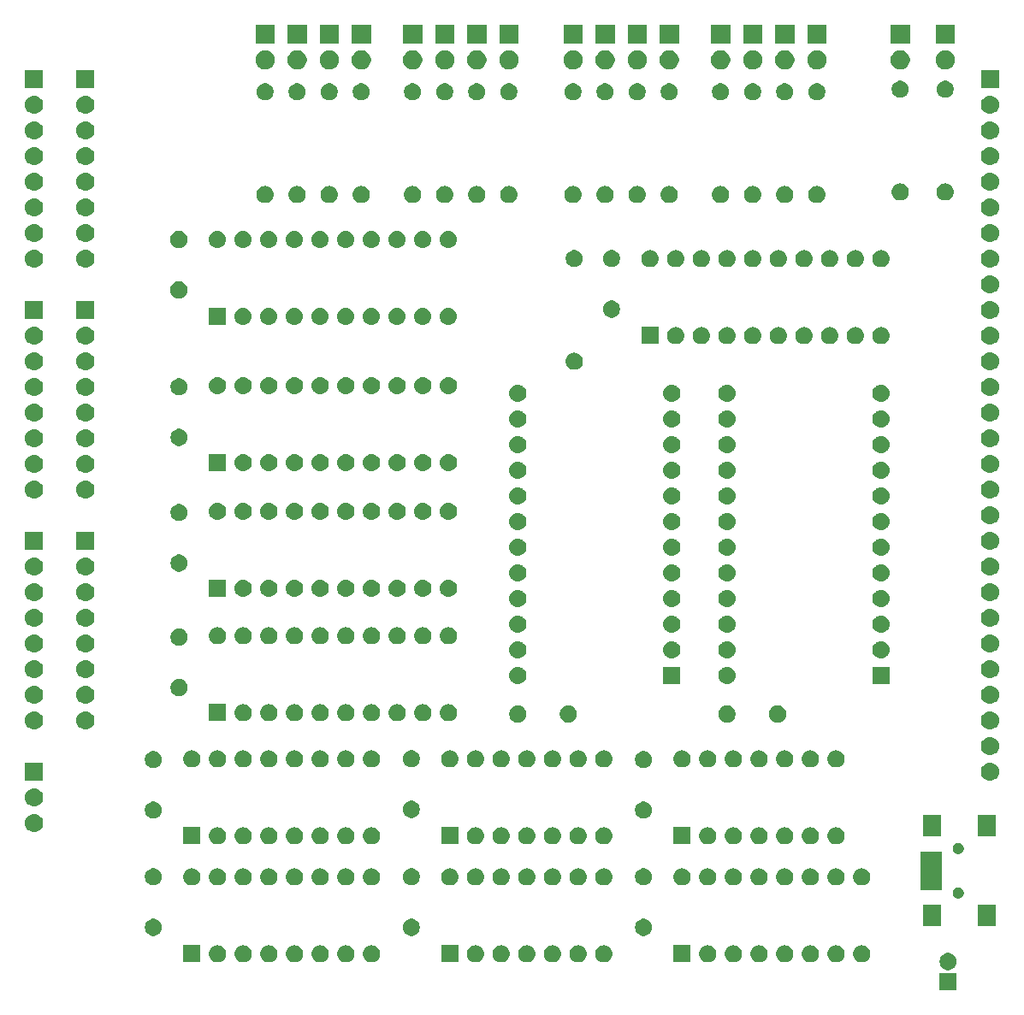
<source format=gbr>
G04 #@! TF.GenerationSoftware,KiCad,Pcbnew,(5.1.2)-2*
G04 #@! TF.CreationDate,2020-03-26T23:32:35+08:00*
G04 #@! TF.ProjectId,ALU1,414c5531-2e6b-4696-9361-645f70636258,rev?*
G04 #@! TF.SameCoordinates,Original*
G04 #@! TF.FileFunction,Soldermask,Top*
G04 #@! TF.FilePolarity,Negative*
%FSLAX46Y46*%
G04 Gerber Fmt 4.6, Leading zero omitted, Abs format (unit mm)*
G04 Created by KiCad (PCBNEW (5.1.2)-2) date 2020-03-26 23:32:35*
%MOMM*%
%LPD*%
G04 APERTURE LIST*
%ADD10C,0.100000*%
G04 APERTURE END LIST*
D10*
G36*
X165225000Y-175321000D02*
G01*
X163523000Y-175321000D01*
X163523000Y-173619000D01*
X165225000Y-173619000D01*
X165225000Y-175321000D01*
X165225000Y-175321000D01*
G37*
G36*
X164622228Y-171651703D02*
G01*
X164777100Y-171715853D01*
X164916481Y-171808985D01*
X165035015Y-171927519D01*
X165128147Y-172066900D01*
X165192297Y-172221772D01*
X165225000Y-172386184D01*
X165225000Y-172553816D01*
X165192297Y-172718228D01*
X165128147Y-172873100D01*
X165035015Y-173012481D01*
X164916481Y-173131015D01*
X164777100Y-173224147D01*
X164622228Y-173288297D01*
X164457816Y-173321000D01*
X164290184Y-173321000D01*
X164125772Y-173288297D01*
X163970900Y-173224147D01*
X163831519Y-173131015D01*
X163712985Y-173012481D01*
X163619853Y-172873100D01*
X163555703Y-172718228D01*
X163523000Y-172553816D01*
X163523000Y-172386184D01*
X163555703Y-172221772D01*
X163619853Y-172066900D01*
X163712985Y-171927519D01*
X163831519Y-171808985D01*
X163970900Y-171715853D01*
X164125772Y-171651703D01*
X164290184Y-171619000D01*
X164457816Y-171619000D01*
X164622228Y-171651703D01*
X164622228Y-171651703D01*
G37*
G36*
X122848823Y-170865313D02*
G01*
X123009242Y-170913976D01*
X123141906Y-170984886D01*
X123157078Y-170992996D01*
X123286659Y-171099341D01*
X123393004Y-171228922D01*
X123393005Y-171228924D01*
X123472024Y-171376758D01*
X123520687Y-171537177D01*
X123537117Y-171704000D01*
X123520687Y-171870823D01*
X123472024Y-172031242D01*
X123401114Y-172163906D01*
X123393004Y-172179078D01*
X123286659Y-172308659D01*
X123157078Y-172415004D01*
X123157076Y-172415005D01*
X123009242Y-172494024D01*
X122848823Y-172542687D01*
X122723804Y-172555000D01*
X122640196Y-172555000D01*
X122515177Y-172542687D01*
X122354758Y-172494024D01*
X122206924Y-172415005D01*
X122206922Y-172415004D01*
X122077341Y-172308659D01*
X121970996Y-172179078D01*
X121962886Y-172163906D01*
X121891976Y-172031242D01*
X121843313Y-171870823D01*
X121826883Y-171704000D01*
X121843313Y-171537177D01*
X121891976Y-171376758D01*
X121970995Y-171228924D01*
X121970996Y-171228922D01*
X122077341Y-171099341D01*
X122206922Y-170992996D01*
X122222094Y-170984886D01*
X122354758Y-170913976D01*
X122515177Y-170865313D01*
X122640196Y-170853000D01*
X122723804Y-170853000D01*
X122848823Y-170865313D01*
X122848823Y-170865313D01*
G37*
G36*
X127928823Y-170865313D02*
G01*
X128089242Y-170913976D01*
X128221906Y-170984886D01*
X128237078Y-170992996D01*
X128366659Y-171099341D01*
X128473004Y-171228922D01*
X128473005Y-171228924D01*
X128552024Y-171376758D01*
X128600687Y-171537177D01*
X128617117Y-171704000D01*
X128600687Y-171870823D01*
X128552024Y-172031242D01*
X128481114Y-172163906D01*
X128473004Y-172179078D01*
X128366659Y-172308659D01*
X128237078Y-172415004D01*
X128237076Y-172415005D01*
X128089242Y-172494024D01*
X127928823Y-172542687D01*
X127803804Y-172555000D01*
X127720196Y-172555000D01*
X127595177Y-172542687D01*
X127434758Y-172494024D01*
X127286924Y-172415005D01*
X127286922Y-172415004D01*
X127157341Y-172308659D01*
X127050996Y-172179078D01*
X127042886Y-172163906D01*
X126971976Y-172031242D01*
X126923313Y-171870823D01*
X126906883Y-171704000D01*
X126923313Y-171537177D01*
X126971976Y-171376758D01*
X127050995Y-171228924D01*
X127050996Y-171228922D01*
X127157341Y-171099341D01*
X127286922Y-170992996D01*
X127302094Y-170984886D01*
X127434758Y-170913976D01*
X127595177Y-170865313D01*
X127720196Y-170853000D01*
X127803804Y-170853000D01*
X127928823Y-170865313D01*
X127928823Y-170865313D01*
G37*
G36*
X125388823Y-170865313D02*
G01*
X125549242Y-170913976D01*
X125681906Y-170984886D01*
X125697078Y-170992996D01*
X125826659Y-171099341D01*
X125933004Y-171228922D01*
X125933005Y-171228924D01*
X126012024Y-171376758D01*
X126060687Y-171537177D01*
X126077117Y-171704000D01*
X126060687Y-171870823D01*
X126012024Y-172031242D01*
X125941114Y-172163906D01*
X125933004Y-172179078D01*
X125826659Y-172308659D01*
X125697078Y-172415004D01*
X125697076Y-172415005D01*
X125549242Y-172494024D01*
X125388823Y-172542687D01*
X125263804Y-172555000D01*
X125180196Y-172555000D01*
X125055177Y-172542687D01*
X124894758Y-172494024D01*
X124746924Y-172415005D01*
X124746922Y-172415004D01*
X124617341Y-172308659D01*
X124510996Y-172179078D01*
X124502886Y-172163906D01*
X124431976Y-172031242D01*
X124383313Y-171870823D01*
X124366883Y-171704000D01*
X124383313Y-171537177D01*
X124431976Y-171376758D01*
X124510995Y-171228924D01*
X124510996Y-171228922D01*
X124617341Y-171099341D01*
X124746922Y-170992996D01*
X124762094Y-170984886D01*
X124894758Y-170913976D01*
X125055177Y-170865313D01*
X125180196Y-170853000D01*
X125263804Y-170853000D01*
X125388823Y-170865313D01*
X125388823Y-170865313D01*
G37*
G36*
X120308823Y-170865313D02*
G01*
X120469242Y-170913976D01*
X120601906Y-170984886D01*
X120617078Y-170992996D01*
X120746659Y-171099341D01*
X120853004Y-171228922D01*
X120853005Y-171228924D01*
X120932024Y-171376758D01*
X120980687Y-171537177D01*
X120997117Y-171704000D01*
X120980687Y-171870823D01*
X120932024Y-172031242D01*
X120861114Y-172163906D01*
X120853004Y-172179078D01*
X120746659Y-172308659D01*
X120617078Y-172415004D01*
X120617076Y-172415005D01*
X120469242Y-172494024D01*
X120308823Y-172542687D01*
X120183804Y-172555000D01*
X120100196Y-172555000D01*
X119975177Y-172542687D01*
X119814758Y-172494024D01*
X119666924Y-172415005D01*
X119666922Y-172415004D01*
X119537341Y-172308659D01*
X119430996Y-172179078D01*
X119422886Y-172163906D01*
X119351976Y-172031242D01*
X119303313Y-171870823D01*
X119286883Y-171704000D01*
X119303313Y-171537177D01*
X119351976Y-171376758D01*
X119430995Y-171228924D01*
X119430996Y-171228922D01*
X119537341Y-171099341D01*
X119666922Y-170992996D01*
X119682094Y-170984886D01*
X119814758Y-170913976D01*
X119975177Y-170865313D01*
X120100196Y-170853000D01*
X120183804Y-170853000D01*
X120308823Y-170865313D01*
X120308823Y-170865313D01*
G37*
G36*
X117768823Y-170865313D02*
G01*
X117929242Y-170913976D01*
X118061906Y-170984886D01*
X118077078Y-170992996D01*
X118206659Y-171099341D01*
X118313004Y-171228922D01*
X118313005Y-171228924D01*
X118392024Y-171376758D01*
X118440687Y-171537177D01*
X118457117Y-171704000D01*
X118440687Y-171870823D01*
X118392024Y-172031242D01*
X118321114Y-172163906D01*
X118313004Y-172179078D01*
X118206659Y-172308659D01*
X118077078Y-172415004D01*
X118077076Y-172415005D01*
X117929242Y-172494024D01*
X117768823Y-172542687D01*
X117643804Y-172555000D01*
X117560196Y-172555000D01*
X117435177Y-172542687D01*
X117274758Y-172494024D01*
X117126924Y-172415005D01*
X117126922Y-172415004D01*
X116997341Y-172308659D01*
X116890996Y-172179078D01*
X116882886Y-172163906D01*
X116811976Y-172031242D01*
X116763313Y-171870823D01*
X116746883Y-171704000D01*
X116763313Y-171537177D01*
X116811976Y-171376758D01*
X116890995Y-171228924D01*
X116890996Y-171228922D01*
X116997341Y-171099341D01*
X117126922Y-170992996D01*
X117142094Y-170984886D01*
X117274758Y-170913976D01*
X117435177Y-170865313D01*
X117560196Y-170853000D01*
X117643804Y-170853000D01*
X117768823Y-170865313D01*
X117768823Y-170865313D01*
G37*
G36*
X115913000Y-172555000D02*
G01*
X114211000Y-172555000D01*
X114211000Y-170853000D01*
X115913000Y-170853000D01*
X115913000Y-172555000D01*
X115913000Y-172555000D01*
G37*
G36*
X130468823Y-170865313D02*
G01*
X130629242Y-170913976D01*
X130761906Y-170984886D01*
X130777078Y-170992996D01*
X130906659Y-171099341D01*
X131013004Y-171228922D01*
X131013005Y-171228924D01*
X131092024Y-171376758D01*
X131140687Y-171537177D01*
X131157117Y-171704000D01*
X131140687Y-171870823D01*
X131092024Y-172031242D01*
X131021114Y-172163906D01*
X131013004Y-172179078D01*
X130906659Y-172308659D01*
X130777078Y-172415004D01*
X130777076Y-172415005D01*
X130629242Y-172494024D01*
X130468823Y-172542687D01*
X130343804Y-172555000D01*
X130260196Y-172555000D01*
X130135177Y-172542687D01*
X129974758Y-172494024D01*
X129826924Y-172415005D01*
X129826922Y-172415004D01*
X129697341Y-172308659D01*
X129590996Y-172179078D01*
X129582886Y-172163906D01*
X129511976Y-172031242D01*
X129463313Y-171870823D01*
X129446883Y-171704000D01*
X129463313Y-171537177D01*
X129511976Y-171376758D01*
X129590995Y-171228924D01*
X129590996Y-171228922D01*
X129697341Y-171099341D01*
X129826922Y-170992996D01*
X129842094Y-170984886D01*
X129974758Y-170913976D01*
X130135177Y-170865313D01*
X130260196Y-170853000D01*
X130343804Y-170853000D01*
X130468823Y-170865313D01*
X130468823Y-170865313D01*
G37*
G36*
X90386000Y-172555000D02*
G01*
X88684000Y-172555000D01*
X88684000Y-170853000D01*
X90386000Y-170853000D01*
X90386000Y-172555000D01*
X90386000Y-172555000D01*
G37*
G36*
X92241823Y-170865313D02*
G01*
X92402242Y-170913976D01*
X92534906Y-170984886D01*
X92550078Y-170992996D01*
X92679659Y-171099341D01*
X92786004Y-171228922D01*
X92786005Y-171228924D01*
X92865024Y-171376758D01*
X92913687Y-171537177D01*
X92930117Y-171704000D01*
X92913687Y-171870823D01*
X92865024Y-172031242D01*
X92794114Y-172163906D01*
X92786004Y-172179078D01*
X92679659Y-172308659D01*
X92550078Y-172415004D01*
X92550076Y-172415005D01*
X92402242Y-172494024D01*
X92241823Y-172542687D01*
X92116804Y-172555000D01*
X92033196Y-172555000D01*
X91908177Y-172542687D01*
X91747758Y-172494024D01*
X91599924Y-172415005D01*
X91599922Y-172415004D01*
X91470341Y-172308659D01*
X91363996Y-172179078D01*
X91355886Y-172163906D01*
X91284976Y-172031242D01*
X91236313Y-171870823D01*
X91219883Y-171704000D01*
X91236313Y-171537177D01*
X91284976Y-171376758D01*
X91363995Y-171228924D01*
X91363996Y-171228922D01*
X91470341Y-171099341D01*
X91599922Y-170992996D01*
X91615094Y-170984886D01*
X91747758Y-170913976D01*
X91908177Y-170865313D01*
X92033196Y-170853000D01*
X92116804Y-170853000D01*
X92241823Y-170865313D01*
X92241823Y-170865313D01*
G37*
G36*
X94781823Y-170865313D02*
G01*
X94942242Y-170913976D01*
X95074906Y-170984886D01*
X95090078Y-170992996D01*
X95219659Y-171099341D01*
X95326004Y-171228922D01*
X95326005Y-171228924D01*
X95405024Y-171376758D01*
X95453687Y-171537177D01*
X95470117Y-171704000D01*
X95453687Y-171870823D01*
X95405024Y-172031242D01*
X95334114Y-172163906D01*
X95326004Y-172179078D01*
X95219659Y-172308659D01*
X95090078Y-172415004D01*
X95090076Y-172415005D01*
X94942242Y-172494024D01*
X94781823Y-172542687D01*
X94656804Y-172555000D01*
X94573196Y-172555000D01*
X94448177Y-172542687D01*
X94287758Y-172494024D01*
X94139924Y-172415005D01*
X94139922Y-172415004D01*
X94010341Y-172308659D01*
X93903996Y-172179078D01*
X93895886Y-172163906D01*
X93824976Y-172031242D01*
X93776313Y-171870823D01*
X93759883Y-171704000D01*
X93776313Y-171537177D01*
X93824976Y-171376758D01*
X93903995Y-171228924D01*
X93903996Y-171228922D01*
X94010341Y-171099341D01*
X94139922Y-170992996D01*
X94155094Y-170984886D01*
X94287758Y-170913976D01*
X94448177Y-170865313D01*
X94573196Y-170853000D01*
X94656804Y-170853000D01*
X94781823Y-170865313D01*
X94781823Y-170865313D01*
G37*
G36*
X97321823Y-170865313D02*
G01*
X97482242Y-170913976D01*
X97614906Y-170984886D01*
X97630078Y-170992996D01*
X97759659Y-171099341D01*
X97866004Y-171228922D01*
X97866005Y-171228924D01*
X97945024Y-171376758D01*
X97993687Y-171537177D01*
X98010117Y-171704000D01*
X97993687Y-171870823D01*
X97945024Y-172031242D01*
X97874114Y-172163906D01*
X97866004Y-172179078D01*
X97759659Y-172308659D01*
X97630078Y-172415004D01*
X97630076Y-172415005D01*
X97482242Y-172494024D01*
X97321823Y-172542687D01*
X97196804Y-172555000D01*
X97113196Y-172555000D01*
X96988177Y-172542687D01*
X96827758Y-172494024D01*
X96679924Y-172415005D01*
X96679922Y-172415004D01*
X96550341Y-172308659D01*
X96443996Y-172179078D01*
X96435886Y-172163906D01*
X96364976Y-172031242D01*
X96316313Y-171870823D01*
X96299883Y-171704000D01*
X96316313Y-171537177D01*
X96364976Y-171376758D01*
X96443995Y-171228924D01*
X96443996Y-171228922D01*
X96550341Y-171099341D01*
X96679922Y-170992996D01*
X96695094Y-170984886D01*
X96827758Y-170913976D01*
X96988177Y-170865313D01*
X97113196Y-170853000D01*
X97196804Y-170853000D01*
X97321823Y-170865313D01*
X97321823Y-170865313D01*
G37*
G36*
X102401823Y-170865313D02*
G01*
X102562242Y-170913976D01*
X102694906Y-170984886D01*
X102710078Y-170992996D01*
X102839659Y-171099341D01*
X102946004Y-171228922D01*
X102946005Y-171228924D01*
X103025024Y-171376758D01*
X103073687Y-171537177D01*
X103090117Y-171704000D01*
X103073687Y-171870823D01*
X103025024Y-172031242D01*
X102954114Y-172163906D01*
X102946004Y-172179078D01*
X102839659Y-172308659D01*
X102710078Y-172415004D01*
X102710076Y-172415005D01*
X102562242Y-172494024D01*
X102401823Y-172542687D01*
X102276804Y-172555000D01*
X102193196Y-172555000D01*
X102068177Y-172542687D01*
X101907758Y-172494024D01*
X101759924Y-172415005D01*
X101759922Y-172415004D01*
X101630341Y-172308659D01*
X101523996Y-172179078D01*
X101515886Y-172163906D01*
X101444976Y-172031242D01*
X101396313Y-171870823D01*
X101379883Y-171704000D01*
X101396313Y-171537177D01*
X101444976Y-171376758D01*
X101523995Y-171228924D01*
X101523996Y-171228922D01*
X101630341Y-171099341D01*
X101759922Y-170992996D01*
X101775094Y-170984886D01*
X101907758Y-170913976D01*
X102068177Y-170865313D01*
X102193196Y-170853000D01*
X102276804Y-170853000D01*
X102401823Y-170865313D01*
X102401823Y-170865313D01*
G37*
G36*
X104941823Y-170865313D02*
G01*
X105102242Y-170913976D01*
X105234906Y-170984886D01*
X105250078Y-170992996D01*
X105379659Y-171099341D01*
X105486004Y-171228922D01*
X105486005Y-171228924D01*
X105565024Y-171376758D01*
X105613687Y-171537177D01*
X105630117Y-171704000D01*
X105613687Y-171870823D01*
X105565024Y-172031242D01*
X105494114Y-172163906D01*
X105486004Y-172179078D01*
X105379659Y-172308659D01*
X105250078Y-172415004D01*
X105250076Y-172415005D01*
X105102242Y-172494024D01*
X104941823Y-172542687D01*
X104816804Y-172555000D01*
X104733196Y-172555000D01*
X104608177Y-172542687D01*
X104447758Y-172494024D01*
X104299924Y-172415005D01*
X104299922Y-172415004D01*
X104170341Y-172308659D01*
X104063996Y-172179078D01*
X104055886Y-172163906D01*
X103984976Y-172031242D01*
X103936313Y-171870823D01*
X103919883Y-171704000D01*
X103936313Y-171537177D01*
X103984976Y-171376758D01*
X104063995Y-171228924D01*
X104063996Y-171228922D01*
X104170341Y-171099341D01*
X104299922Y-170992996D01*
X104315094Y-170984886D01*
X104447758Y-170913976D01*
X104608177Y-170865313D01*
X104733196Y-170853000D01*
X104816804Y-170853000D01*
X104941823Y-170865313D01*
X104941823Y-170865313D01*
G37*
G36*
X107481823Y-170865313D02*
G01*
X107642242Y-170913976D01*
X107774906Y-170984886D01*
X107790078Y-170992996D01*
X107919659Y-171099341D01*
X108026004Y-171228922D01*
X108026005Y-171228924D01*
X108105024Y-171376758D01*
X108153687Y-171537177D01*
X108170117Y-171704000D01*
X108153687Y-171870823D01*
X108105024Y-172031242D01*
X108034114Y-172163906D01*
X108026004Y-172179078D01*
X107919659Y-172308659D01*
X107790078Y-172415004D01*
X107790076Y-172415005D01*
X107642242Y-172494024D01*
X107481823Y-172542687D01*
X107356804Y-172555000D01*
X107273196Y-172555000D01*
X107148177Y-172542687D01*
X106987758Y-172494024D01*
X106839924Y-172415005D01*
X106839922Y-172415004D01*
X106710341Y-172308659D01*
X106603996Y-172179078D01*
X106595886Y-172163906D01*
X106524976Y-172031242D01*
X106476313Y-171870823D01*
X106459883Y-171704000D01*
X106476313Y-171537177D01*
X106524976Y-171376758D01*
X106603995Y-171228924D01*
X106603996Y-171228922D01*
X106710341Y-171099341D01*
X106839922Y-170992996D01*
X106855094Y-170984886D01*
X106987758Y-170913976D01*
X107148177Y-170865313D01*
X107273196Y-170853000D01*
X107356804Y-170853000D01*
X107481823Y-170865313D01*
X107481823Y-170865313D01*
G37*
G36*
X138900000Y-172555000D02*
G01*
X137198000Y-172555000D01*
X137198000Y-170853000D01*
X138900000Y-170853000D01*
X138900000Y-172555000D01*
X138900000Y-172555000D01*
G37*
G36*
X140755823Y-170865313D02*
G01*
X140916242Y-170913976D01*
X141048906Y-170984886D01*
X141064078Y-170992996D01*
X141193659Y-171099341D01*
X141300004Y-171228922D01*
X141300005Y-171228924D01*
X141379024Y-171376758D01*
X141427687Y-171537177D01*
X141444117Y-171704000D01*
X141427687Y-171870823D01*
X141379024Y-172031242D01*
X141308114Y-172163906D01*
X141300004Y-172179078D01*
X141193659Y-172308659D01*
X141064078Y-172415004D01*
X141064076Y-172415005D01*
X140916242Y-172494024D01*
X140755823Y-172542687D01*
X140630804Y-172555000D01*
X140547196Y-172555000D01*
X140422177Y-172542687D01*
X140261758Y-172494024D01*
X140113924Y-172415005D01*
X140113922Y-172415004D01*
X139984341Y-172308659D01*
X139877996Y-172179078D01*
X139869886Y-172163906D01*
X139798976Y-172031242D01*
X139750313Y-171870823D01*
X139733883Y-171704000D01*
X139750313Y-171537177D01*
X139798976Y-171376758D01*
X139877995Y-171228924D01*
X139877996Y-171228922D01*
X139984341Y-171099341D01*
X140113922Y-170992996D01*
X140129094Y-170984886D01*
X140261758Y-170913976D01*
X140422177Y-170865313D01*
X140547196Y-170853000D01*
X140630804Y-170853000D01*
X140755823Y-170865313D01*
X140755823Y-170865313D01*
G37*
G36*
X143295823Y-170865313D02*
G01*
X143456242Y-170913976D01*
X143588906Y-170984886D01*
X143604078Y-170992996D01*
X143733659Y-171099341D01*
X143840004Y-171228922D01*
X143840005Y-171228924D01*
X143919024Y-171376758D01*
X143967687Y-171537177D01*
X143984117Y-171704000D01*
X143967687Y-171870823D01*
X143919024Y-172031242D01*
X143848114Y-172163906D01*
X143840004Y-172179078D01*
X143733659Y-172308659D01*
X143604078Y-172415004D01*
X143604076Y-172415005D01*
X143456242Y-172494024D01*
X143295823Y-172542687D01*
X143170804Y-172555000D01*
X143087196Y-172555000D01*
X142962177Y-172542687D01*
X142801758Y-172494024D01*
X142653924Y-172415005D01*
X142653922Y-172415004D01*
X142524341Y-172308659D01*
X142417996Y-172179078D01*
X142409886Y-172163906D01*
X142338976Y-172031242D01*
X142290313Y-171870823D01*
X142273883Y-171704000D01*
X142290313Y-171537177D01*
X142338976Y-171376758D01*
X142417995Y-171228924D01*
X142417996Y-171228922D01*
X142524341Y-171099341D01*
X142653922Y-170992996D01*
X142669094Y-170984886D01*
X142801758Y-170913976D01*
X142962177Y-170865313D01*
X143087196Y-170853000D01*
X143170804Y-170853000D01*
X143295823Y-170865313D01*
X143295823Y-170865313D01*
G37*
G36*
X145835823Y-170865313D02*
G01*
X145996242Y-170913976D01*
X146128906Y-170984886D01*
X146144078Y-170992996D01*
X146273659Y-171099341D01*
X146380004Y-171228922D01*
X146380005Y-171228924D01*
X146459024Y-171376758D01*
X146507687Y-171537177D01*
X146524117Y-171704000D01*
X146507687Y-171870823D01*
X146459024Y-172031242D01*
X146388114Y-172163906D01*
X146380004Y-172179078D01*
X146273659Y-172308659D01*
X146144078Y-172415004D01*
X146144076Y-172415005D01*
X145996242Y-172494024D01*
X145835823Y-172542687D01*
X145710804Y-172555000D01*
X145627196Y-172555000D01*
X145502177Y-172542687D01*
X145341758Y-172494024D01*
X145193924Y-172415005D01*
X145193922Y-172415004D01*
X145064341Y-172308659D01*
X144957996Y-172179078D01*
X144949886Y-172163906D01*
X144878976Y-172031242D01*
X144830313Y-171870823D01*
X144813883Y-171704000D01*
X144830313Y-171537177D01*
X144878976Y-171376758D01*
X144957995Y-171228924D01*
X144957996Y-171228922D01*
X145064341Y-171099341D01*
X145193922Y-170992996D01*
X145209094Y-170984886D01*
X145341758Y-170913976D01*
X145502177Y-170865313D01*
X145627196Y-170853000D01*
X145710804Y-170853000D01*
X145835823Y-170865313D01*
X145835823Y-170865313D01*
G37*
G36*
X148375823Y-170865313D02*
G01*
X148536242Y-170913976D01*
X148668906Y-170984886D01*
X148684078Y-170992996D01*
X148813659Y-171099341D01*
X148920004Y-171228922D01*
X148920005Y-171228924D01*
X148999024Y-171376758D01*
X149047687Y-171537177D01*
X149064117Y-171704000D01*
X149047687Y-171870823D01*
X148999024Y-172031242D01*
X148928114Y-172163906D01*
X148920004Y-172179078D01*
X148813659Y-172308659D01*
X148684078Y-172415004D01*
X148684076Y-172415005D01*
X148536242Y-172494024D01*
X148375823Y-172542687D01*
X148250804Y-172555000D01*
X148167196Y-172555000D01*
X148042177Y-172542687D01*
X147881758Y-172494024D01*
X147733924Y-172415005D01*
X147733922Y-172415004D01*
X147604341Y-172308659D01*
X147497996Y-172179078D01*
X147489886Y-172163906D01*
X147418976Y-172031242D01*
X147370313Y-171870823D01*
X147353883Y-171704000D01*
X147370313Y-171537177D01*
X147418976Y-171376758D01*
X147497995Y-171228924D01*
X147497996Y-171228922D01*
X147604341Y-171099341D01*
X147733922Y-170992996D01*
X147749094Y-170984886D01*
X147881758Y-170913976D01*
X148042177Y-170865313D01*
X148167196Y-170853000D01*
X148250804Y-170853000D01*
X148375823Y-170865313D01*
X148375823Y-170865313D01*
G37*
G36*
X153455823Y-170865313D02*
G01*
X153616242Y-170913976D01*
X153748906Y-170984886D01*
X153764078Y-170992996D01*
X153893659Y-171099341D01*
X154000004Y-171228922D01*
X154000005Y-171228924D01*
X154079024Y-171376758D01*
X154127687Y-171537177D01*
X154144117Y-171704000D01*
X154127687Y-171870823D01*
X154079024Y-172031242D01*
X154008114Y-172163906D01*
X154000004Y-172179078D01*
X153893659Y-172308659D01*
X153764078Y-172415004D01*
X153764076Y-172415005D01*
X153616242Y-172494024D01*
X153455823Y-172542687D01*
X153330804Y-172555000D01*
X153247196Y-172555000D01*
X153122177Y-172542687D01*
X152961758Y-172494024D01*
X152813924Y-172415005D01*
X152813922Y-172415004D01*
X152684341Y-172308659D01*
X152577996Y-172179078D01*
X152569886Y-172163906D01*
X152498976Y-172031242D01*
X152450313Y-171870823D01*
X152433883Y-171704000D01*
X152450313Y-171537177D01*
X152498976Y-171376758D01*
X152577995Y-171228924D01*
X152577996Y-171228922D01*
X152684341Y-171099341D01*
X152813922Y-170992996D01*
X152829094Y-170984886D01*
X152961758Y-170913976D01*
X153122177Y-170865313D01*
X153247196Y-170853000D01*
X153330804Y-170853000D01*
X153455823Y-170865313D01*
X153455823Y-170865313D01*
G37*
G36*
X155995823Y-170865313D02*
G01*
X156156242Y-170913976D01*
X156288906Y-170984886D01*
X156304078Y-170992996D01*
X156433659Y-171099341D01*
X156540004Y-171228922D01*
X156540005Y-171228924D01*
X156619024Y-171376758D01*
X156667687Y-171537177D01*
X156684117Y-171704000D01*
X156667687Y-171870823D01*
X156619024Y-172031242D01*
X156548114Y-172163906D01*
X156540004Y-172179078D01*
X156433659Y-172308659D01*
X156304078Y-172415004D01*
X156304076Y-172415005D01*
X156156242Y-172494024D01*
X155995823Y-172542687D01*
X155870804Y-172555000D01*
X155787196Y-172555000D01*
X155662177Y-172542687D01*
X155501758Y-172494024D01*
X155353924Y-172415005D01*
X155353922Y-172415004D01*
X155224341Y-172308659D01*
X155117996Y-172179078D01*
X155109886Y-172163906D01*
X155038976Y-172031242D01*
X154990313Y-171870823D01*
X154973883Y-171704000D01*
X154990313Y-171537177D01*
X155038976Y-171376758D01*
X155117995Y-171228924D01*
X155117996Y-171228922D01*
X155224341Y-171099341D01*
X155353922Y-170992996D01*
X155369094Y-170984886D01*
X155501758Y-170913976D01*
X155662177Y-170865313D01*
X155787196Y-170853000D01*
X155870804Y-170853000D01*
X155995823Y-170865313D01*
X155995823Y-170865313D01*
G37*
G36*
X150915823Y-170865313D02*
G01*
X151076242Y-170913976D01*
X151208906Y-170984886D01*
X151224078Y-170992996D01*
X151353659Y-171099341D01*
X151460004Y-171228922D01*
X151460005Y-171228924D01*
X151539024Y-171376758D01*
X151587687Y-171537177D01*
X151604117Y-171704000D01*
X151587687Y-171870823D01*
X151539024Y-172031242D01*
X151468114Y-172163906D01*
X151460004Y-172179078D01*
X151353659Y-172308659D01*
X151224078Y-172415004D01*
X151224076Y-172415005D01*
X151076242Y-172494024D01*
X150915823Y-172542687D01*
X150790804Y-172555000D01*
X150707196Y-172555000D01*
X150582177Y-172542687D01*
X150421758Y-172494024D01*
X150273924Y-172415005D01*
X150273922Y-172415004D01*
X150144341Y-172308659D01*
X150037996Y-172179078D01*
X150029886Y-172163906D01*
X149958976Y-172031242D01*
X149910313Y-171870823D01*
X149893883Y-171704000D01*
X149910313Y-171537177D01*
X149958976Y-171376758D01*
X150037995Y-171228924D01*
X150037996Y-171228922D01*
X150144341Y-171099341D01*
X150273922Y-170992996D01*
X150289094Y-170984886D01*
X150421758Y-170913976D01*
X150582177Y-170865313D01*
X150707196Y-170853000D01*
X150790804Y-170853000D01*
X150915823Y-170865313D01*
X150915823Y-170865313D01*
G37*
G36*
X99861823Y-170865313D02*
G01*
X100022242Y-170913976D01*
X100154906Y-170984886D01*
X100170078Y-170992996D01*
X100299659Y-171099341D01*
X100406004Y-171228922D01*
X100406005Y-171228924D01*
X100485024Y-171376758D01*
X100533687Y-171537177D01*
X100550117Y-171704000D01*
X100533687Y-171870823D01*
X100485024Y-172031242D01*
X100414114Y-172163906D01*
X100406004Y-172179078D01*
X100299659Y-172308659D01*
X100170078Y-172415004D01*
X100170076Y-172415005D01*
X100022242Y-172494024D01*
X99861823Y-172542687D01*
X99736804Y-172555000D01*
X99653196Y-172555000D01*
X99528177Y-172542687D01*
X99367758Y-172494024D01*
X99219924Y-172415005D01*
X99219922Y-172415004D01*
X99090341Y-172308659D01*
X98983996Y-172179078D01*
X98975886Y-172163906D01*
X98904976Y-172031242D01*
X98856313Y-171870823D01*
X98839883Y-171704000D01*
X98856313Y-171537177D01*
X98904976Y-171376758D01*
X98983995Y-171228924D01*
X98983996Y-171228922D01*
X99090341Y-171099341D01*
X99219922Y-170992996D01*
X99235094Y-170984886D01*
X99367758Y-170913976D01*
X99528177Y-170865313D01*
X99653196Y-170853000D01*
X99736804Y-170853000D01*
X99861823Y-170865313D01*
X99861823Y-170865313D01*
G37*
G36*
X111500228Y-168265703D02*
G01*
X111655100Y-168329853D01*
X111794481Y-168422985D01*
X111913015Y-168541519D01*
X112006147Y-168680900D01*
X112070297Y-168835772D01*
X112103000Y-169000184D01*
X112103000Y-169167816D01*
X112070297Y-169332228D01*
X112006147Y-169487100D01*
X111913015Y-169626481D01*
X111794481Y-169745015D01*
X111655100Y-169838147D01*
X111500228Y-169902297D01*
X111335816Y-169935000D01*
X111168184Y-169935000D01*
X111003772Y-169902297D01*
X110848900Y-169838147D01*
X110709519Y-169745015D01*
X110590985Y-169626481D01*
X110497853Y-169487100D01*
X110433703Y-169332228D01*
X110401000Y-169167816D01*
X110401000Y-169000184D01*
X110433703Y-168835772D01*
X110497853Y-168680900D01*
X110590985Y-168541519D01*
X110709519Y-168422985D01*
X110848900Y-168329853D01*
X111003772Y-168265703D01*
X111168184Y-168233000D01*
X111335816Y-168233000D01*
X111500228Y-168265703D01*
X111500228Y-168265703D01*
G37*
G36*
X85973228Y-168265703D02*
G01*
X86128100Y-168329853D01*
X86267481Y-168422985D01*
X86386015Y-168541519D01*
X86479147Y-168680900D01*
X86543297Y-168835772D01*
X86576000Y-169000184D01*
X86576000Y-169167816D01*
X86543297Y-169332228D01*
X86479147Y-169487100D01*
X86386015Y-169626481D01*
X86267481Y-169745015D01*
X86128100Y-169838147D01*
X85973228Y-169902297D01*
X85808816Y-169935000D01*
X85641184Y-169935000D01*
X85476772Y-169902297D01*
X85321900Y-169838147D01*
X85182519Y-169745015D01*
X85063985Y-169626481D01*
X84970853Y-169487100D01*
X84906703Y-169332228D01*
X84874000Y-169167816D01*
X84874000Y-169000184D01*
X84906703Y-168835772D01*
X84970853Y-168680900D01*
X85063985Y-168541519D01*
X85182519Y-168422985D01*
X85321900Y-168329853D01*
X85476772Y-168265703D01*
X85641184Y-168233000D01*
X85808816Y-168233000D01*
X85973228Y-168265703D01*
X85973228Y-168265703D01*
G37*
G36*
X134487228Y-168265703D02*
G01*
X134642100Y-168329853D01*
X134781481Y-168422985D01*
X134900015Y-168541519D01*
X134993147Y-168680900D01*
X135057297Y-168835772D01*
X135090000Y-169000184D01*
X135090000Y-169167816D01*
X135057297Y-169332228D01*
X134993147Y-169487100D01*
X134900015Y-169626481D01*
X134781481Y-169745015D01*
X134642100Y-169838147D01*
X134487228Y-169902297D01*
X134322816Y-169935000D01*
X134155184Y-169935000D01*
X133990772Y-169902297D01*
X133835900Y-169838147D01*
X133696519Y-169745015D01*
X133577985Y-169626481D01*
X133484853Y-169487100D01*
X133420703Y-169332228D01*
X133388000Y-169167816D01*
X133388000Y-169000184D01*
X133420703Y-168835772D01*
X133484853Y-168680900D01*
X133577985Y-168541519D01*
X133696519Y-168422985D01*
X133835900Y-168329853D01*
X133990772Y-168265703D01*
X134155184Y-168233000D01*
X134322816Y-168233000D01*
X134487228Y-168265703D01*
X134487228Y-168265703D01*
G37*
G36*
X163675000Y-168971000D02*
G01*
X161873000Y-168971000D01*
X161873000Y-166869000D01*
X163675000Y-166869000D01*
X163675000Y-168971000D01*
X163675000Y-168971000D01*
G37*
G36*
X169125000Y-168971000D02*
G01*
X167323000Y-168971000D01*
X167323000Y-166869000D01*
X169125000Y-166869000D01*
X169125000Y-168971000D01*
X169125000Y-168971000D01*
G37*
G36*
X165534721Y-165140174D02*
G01*
X165634995Y-165181709D01*
X165634996Y-165181710D01*
X165725242Y-165242010D01*
X165801990Y-165318758D01*
X165801991Y-165318760D01*
X165862291Y-165409005D01*
X165903826Y-165509279D01*
X165925000Y-165615730D01*
X165925000Y-165724270D01*
X165903826Y-165830721D01*
X165862291Y-165930995D01*
X165862290Y-165930996D01*
X165801990Y-166021242D01*
X165725242Y-166097990D01*
X165679812Y-166128345D01*
X165634995Y-166158291D01*
X165534721Y-166199826D01*
X165428270Y-166221000D01*
X165319730Y-166221000D01*
X165213279Y-166199826D01*
X165113005Y-166158291D01*
X165068188Y-166128345D01*
X165022758Y-166097990D01*
X164946010Y-166021242D01*
X164885710Y-165930996D01*
X164885709Y-165930995D01*
X164844174Y-165830721D01*
X164823000Y-165724270D01*
X164823000Y-165615730D01*
X164844174Y-165509279D01*
X164885709Y-165409005D01*
X164946009Y-165318760D01*
X164946010Y-165318758D01*
X165022758Y-165242010D01*
X165113004Y-165181710D01*
X165113005Y-165181709D01*
X165213279Y-165140174D01*
X165319730Y-165119000D01*
X165428270Y-165119000D01*
X165534721Y-165140174D01*
X165534721Y-165140174D01*
G37*
G36*
X163725000Y-165371000D02*
G01*
X161623000Y-165371000D01*
X161623000Y-161569000D01*
X163725000Y-161569000D01*
X163725000Y-165371000D01*
X163725000Y-165371000D01*
G37*
G36*
X153455823Y-163245313D02*
G01*
X153616242Y-163293976D01*
X153683361Y-163329852D01*
X153764078Y-163372996D01*
X153893659Y-163479341D01*
X154000004Y-163608922D01*
X154000005Y-163608924D01*
X154079024Y-163756758D01*
X154127687Y-163917177D01*
X154144117Y-164084000D01*
X154127687Y-164250823D01*
X154079024Y-164411242D01*
X154038477Y-164487100D01*
X154000004Y-164559078D01*
X153893659Y-164688659D01*
X153764078Y-164795004D01*
X153764076Y-164795005D01*
X153616242Y-164874024D01*
X153455823Y-164922687D01*
X153330804Y-164935000D01*
X153247196Y-164935000D01*
X153122177Y-164922687D01*
X152961758Y-164874024D01*
X152813924Y-164795005D01*
X152813922Y-164795004D01*
X152684341Y-164688659D01*
X152577996Y-164559078D01*
X152539523Y-164487100D01*
X152498976Y-164411242D01*
X152450313Y-164250823D01*
X152433883Y-164084000D01*
X152450313Y-163917177D01*
X152498976Y-163756758D01*
X152577995Y-163608924D01*
X152577996Y-163608922D01*
X152684341Y-163479341D01*
X152813922Y-163372996D01*
X152894639Y-163329852D01*
X152961758Y-163293976D01*
X153122177Y-163245313D01*
X153247196Y-163233000D01*
X153330804Y-163233000D01*
X153455823Y-163245313D01*
X153455823Y-163245313D01*
G37*
G36*
X150915823Y-163245313D02*
G01*
X151076242Y-163293976D01*
X151143361Y-163329852D01*
X151224078Y-163372996D01*
X151353659Y-163479341D01*
X151460004Y-163608922D01*
X151460005Y-163608924D01*
X151539024Y-163756758D01*
X151587687Y-163917177D01*
X151604117Y-164084000D01*
X151587687Y-164250823D01*
X151539024Y-164411242D01*
X151498477Y-164487100D01*
X151460004Y-164559078D01*
X151353659Y-164688659D01*
X151224078Y-164795004D01*
X151224076Y-164795005D01*
X151076242Y-164874024D01*
X150915823Y-164922687D01*
X150790804Y-164935000D01*
X150707196Y-164935000D01*
X150582177Y-164922687D01*
X150421758Y-164874024D01*
X150273924Y-164795005D01*
X150273922Y-164795004D01*
X150144341Y-164688659D01*
X150037996Y-164559078D01*
X149999523Y-164487100D01*
X149958976Y-164411242D01*
X149910313Y-164250823D01*
X149893883Y-164084000D01*
X149910313Y-163917177D01*
X149958976Y-163756758D01*
X150037995Y-163608924D01*
X150037996Y-163608922D01*
X150144341Y-163479341D01*
X150273922Y-163372996D01*
X150354639Y-163329852D01*
X150421758Y-163293976D01*
X150582177Y-163245313D01*
X150707196Y-163233000D01*
X150790804Y-163233000D01*
X150915823Y-163245313D01*
X150915823Y-163245313D01*
G37*
G36*
X148375823Y-163245313D02*
G01*
X148536242Y-163293976D01*
X148603361Y-163329852D01*
X148684078Y-163372996D01*
X148813659Y-163479341D01*
X148920004Y-163608922D01*
X148920005Y-163608924D01*
X148999024Y-163756758D01*
X149047687Y-163917177D01*
X149064117Y-164084000D01*
X149047687Y-164250823D01*
X148999024Y-164411242D01*
X148958477Y-164487100D01*
X148920004Y-164559078D01*
X148813659Y-164688659D01*
X148684078Y-164795004D01*
X148684076Y-164795005D01*
X148536242Y-164874024D01*
X148375823Y-164922687D01*
X148250804Y-164935000D01*
X148167196Y-164935000D01*
X148042177Y-164922687D01*
X147881758Y-164874024D01*
X147733924Y-164795005D01*
X147733922Y-164795004D01*
X147604341Y-164688659D01*
X147497996Y-164559078D01*
X147459523Y-164487100D01*
X147418976Y-164411242D01*
X147370313Y-164250823D01*
X147353883Y-164084000D01*
X147370313Y-163917177D01*
X147418976Y-163756758D01*
X147497995Y-163608924D01*
X147497996Y-163608922D01*
X147604341Y-163479341D01*
X147733922Y-163372996D01*
X147814639Y-163329852D01*
X147881758Y-163293976D01*
X148042177Y-163245313D01*
X148167196Y-163233000D01*
X148250804Y-163233000D01*
X148375823Y-163245313D01*
X148375823Y-163245313D01*
G37*
G36*
X145835823Y-163245313D02*
G01*
X145996242Y-163293976D01*
X146063361Y-163329852D01*
X146144078Y-163372996D01*
X146273659Y-163479341D01*
X146380004Y-163608922D01*
X146380005Y-163608924D01*
X146459024Y-163756758D01*
X146507687Y-163917177D01*
X146524117Y-164084000D01*
X146507687Y-164250823D01*
X146459024Y-164411242D01*
X146418477Y-164487100D01*
X146380004Y-164559078D01*
X146273659Y-164688659D01*
X146144078Y-164795004D01*
X146144076Y-164795005D01*
X145996242Y-164874024D01*
X145835823Y-164922687D01*
X145710804Y-164935000D01*
X145627196Y-164935000D01*
X145502177Y-164922687D01*
X145341758Y-164874024D01*
X145193924Y-164795005D01*
X145193922Y-164795004D01*
X145064341Y-164688659D01*
X144957996Y-164559078D01*
X144919523Y-164487100D01*
X144878976Y-164411242D01*
X144830313Y-164250823D01*
X144813883Y-164084000D01*
X144830313Y-163917177D01*
X144878976Y-163756758D01*
X144957995Y-163608924D01*
X144957996Y-163608922D01*
X145064341Y-163479341D01*
X145193922Y-163372996D01*
X145274639Y-163329852D01*
X145341758Y-163293976D01*
X145502177Y-163245313D01*
X145627196Y-163233000D01*
X145710804Y-163233000D01*
X145835823Y-163245313D01*
X145835823Y-163245313D01*
G37*
G36*
X143295823Y-163245313D02*
G01*
X143456242Y-163293976D01*
X143523361Y-163329852D01*
X143604078Y-163372996D01*
X143733659Y-163479341D01*
X143840004Y-163608922D01*
X143840005Y-163608924D01*
X143919024Y-163756758D01*
X143967687Y-163917177D01*
X143984117Y-164084000D01*
X143967687Y-164250823D01*
X143919024Y-164411242D01*
X143878477Y-164487100D01*
X143840004Y-164559078D01*
X143733659Y-164688659D01*
X143604078Y-164795004D01*
X143604076Y-164795005D01*
X143456242Y-164874024D01*
X143295823Y-164922687D01*
X143170804Y-164935000D01*
X143087196Y-164935000D01*
X142962177Y-164922687D01*
X142801758Y-164874024D01*
X142653924Y-164795005D01*
X142653922Y-164795004D01*
X142524341Y-164688659D01*
X142417996Y-164559078D01*
X142379523Y-164487100D01*
X142338976Y-164411242D01*
X142290313Y-164250823D01*
X142273883Y-164084000D01*
X142290313Y-163917177D01*
X142338976Y-163756758D01*
X142417995Y-163608924D01*
X142417996Y-163608922D01*
X142524341Y-163479341D01*
X142653922Y-163372996D01*
X142734639Y-163329852D01*
X142801758Y-163293976D01*
X142962177Y-163245313D01*
X143087196Y-163233000D01*
X143170804Y-163233000D01*
X143295823Y-163245313D01*
X143295823Y-163245313D01*
G37*
G36*
X140755823Y-163245313D02*
G01*
X140916242Y-163293976D01*
X140983361Y-163329852D01*
X141064078Y-163372996D01*
X141193659Y-163479341D01*
X141300004Y-163608922D01*
X141300005Y-163608924D01*
X141379024Y-163756758D01*
X141427687Y-163917177D01*
X141444117Y-164084000D01*
X141427687Y-164250823D01*
X141379024Y-164411242D01*
X141338477Y-164487100D01*
X141300004Y-164559078D01*
X141193659Y-164688659D01*
X141064078Y-164795004D01*
X141064076Y-164795005D01*
X140916242Y-164874024D01*
X140755823Y-164922687D01*
X140630804Y-164935000D01*
X140547196Y-164935000D01*
X140422177Y-164922687D01*
X140261758Y-164874024D01*
X140113924Y-164795005D01*
X140113922Y-164795004D01*
X139984341Y-164688659D01*
X139877996Y-164559078D01*
X139839523Y-164487100D01*
X139798976Y-164411242D01*
X139750313Y-164250823D01*
X139733883Y-164084000D01*
X139750313Y-163917177D01*
X139798976Y-163756758D01*
X139877995Y-163608924D01*
X139877996Y-163608922D01*
X139984341Y-163479341D01*
X140113922Y-163372996D01*
X140194639Y-163329852D01*
X140261758Y-163293976D01*
X140422177Y-163245313D01*
X140547196Y-163233000D01*
X140630804Y-163233000D01*
X140755823Y-163245313D01*
X140755823Y-163245313D01*
G37*
G36*
X138215823Y-163245313D02*
G01*
X138376242Y-163293976D01*
X138443361Y-163329852D01*
X138524078Y-163372996D01*
X138653659Y-163479341D01*
X138760004Y-163608922D01*
X138760005Y-163608924D01*
X138839024Y-163756758D01*
X138887687Y-163917177D01*
X138904117Y-164084000D01*
X138887687Y-164250823D01*
X138839024Y-164411242D01*
X138798477Y-164487100D01*
X138760004Y-164559078D01*
X138653659Y-164688659D01*
X138524078Y-164795004D01*
X138524076Y-164795005D01*
X138376242Y-164874024D01*
X138215823Y-164922687D01*
X138090804Y-164935000D01*
X138007196Y-164935000D01*
X137882177Y-164922687D01*
X137721758Y-164874024D01*
X137573924Y-164795005D01*
X137573922Y-164795004D01*
X137444341Y-164688659D01*
X137337996Y-164559078D01*
X137299523Y-164487100D01*
X137258976Y-164411242D01*
X137210313Y-164250823D01*
X137193883Y-164084000D01*
X137210313Y-163917177D01*
X137258976Y-163756758D01*
X137337995Y-163608924D01*
X137337996Y-163608922D01*
X137444341Y-163479341D01*
X137573922Y-163372996D01*
X137654639Y-163329852D01*
X137721758Y-163293976D01*
X137882177Y-163245313D01*
X138007196Y-163233000D01*
X138090804Y-163233000D01*
X138215823Y-163245313D01*
X138215823Y-163245313D01*
G37*
G36*
X111500228Y-163265703D02*
G01*
X111655100Y-163329853D01*
X111794481Y-163422985D01*
X111913015Y-163541519D01*
X112006147Y-163680900D01*
X112070297Y-163835772D01*
X112103000Y-164000184D01*
X112103000Y-164167816D01*
X112070297Y-164332228D01*
X112006147Y-164487100D01*
X111913015Y-164626481D01*
X111794481Y-164745015D01*
X111655100Y-164838147D01*
X111500228Y-164902297D01*
X111335816Y-164935000D01*
X111168184Y-164935000D01*
X111003772Y-164902297D01*
X110848900Y-164838147D01*
X110709519Y-164745015D01*
X110590985Y-164626481D01*
X110497853Y-164487100D01*
X110433703Y-164332228D01*
X110401000Y-164167816D01*
X110401000Y-164000184D01*
X110433703Y-163835772D01*
X110497853Y-163680900D01*
X110590985Y-163541519D01*
X110709519Y-163422985D01*
X110848900Y-163329853D01*
X111003772Y-163265703D01*
X111168184Y-163233000D01*
X111335816Y-163233000D01*
X111500228Y-163265703D01*
X111500228Y-163265703D01*
G37*
G36*
X155995823Y-163245313D02*
G01*
X156156242Y-163293976D01*
X156223361Y-163329852D01*
X156304078Y-163372996D01*
X156433659Y-163479341D01*
X156540004Y-163608922D01*
X156540005Y-163608924D01*
X156619024Y-163756758D01*
X156667687Y-163917177D01*
X156684117Y-164084000D01*
X156667687Y-164250823D01*
X156619024Y-164411242D01*
X156578477Y-164487100D01*
X156540004Y-164559078D01*
X156433659Y-164688659D01*
X156304078Y-164795004D01*
X156304076Y-164795005D01*
X156156242Y-164874024D01*
X155995823Y-164922687D01*
X155870804Y-164935000D01*
X155787196Y-164935000D01*
X155662177Y-164922687D01*
X155501758Y-164874024D01*
X155353924Y-164795005D01*
X155353922Y-164795004D01*
X155224341Y-164688659D01*
X155117996Y-164559078D01*
X155079523Y-164487100D01*
X155038976Y-164411242D01*
X154990313Y-164250823D01*
X154973883Y-164084000D01*
X154990313Y-163917177D01*
X155038976Y-163756758D01*
X155117995Y-163608924D01*
X155117996Y-163608922D01*
X155224341Y-163479341D01*
X155353922Y-163372996D01*
X155434639Y-163329852D01*
X155501758Y-163293976D01*
X155662177Y-163245313D01*
X155787196Y-163233000D01*
X155870804Y-163233000D01*
X155995823Y-163245313D01*
X155995823Y-163245313D01*
G37*
G36*
X85973228Y-163265703D02*
G01*
X86128100Y-163329853D01*
X86267481Y-163422985D01*
X86386015Y-163541519D01*
X86479147Y-163680900D01*
X86543297Y-163835772D01*
X86576000Y-164000184D01*
X86576000Y-164167816D01*
X86543297Y-164332228D01*
X86479147Y-164487100D01*
X86386015Y-164626481D01*
X86267481Y-164745015D01*
X86128100Y-164838147D01*
X85973228Y-164902297D01*
X85808816Y-164935000D01*
X85641184Y-164935000D01*
X85476772Y-164902297D01*
X85321900Y-164838147D01*
X85182519Y-164745015D01*
X85063985Y-164626481D01*
X84970853Y-164487100D01*
X84906703Y-164332228D01*
X84874000Y-164167816D01*
X84874000Y-164000184D01*
X84906703Y-163835772D01*
X84970853Y-163680900D01*
X85063985Y-163541519D01*
X85182519Y-163422985D01*
X85321900Y-163329853D01*
X85476772Y-163265703D01*
X85641184Y-163233000D01*
X85808816Y-163233000D01*
X85973228Y-163265703D01*
X85973228Y-163265703D01*
G37*
G36*
X104941823Y-163245313D02*
G01*
X105102242Y-163293976D01*
X105169361Y-163329852D01*
X105250078Y-163372996D01*
X105379659Y-163479341D01*
X105486004Y-163608922D01*
X105486005Y-163608924D01*
X105565024Y-163756758D01*
X105613687Y-163917177D01*
X105630117Y-164084000D01*
X105613687Y-164250823D01*
X105565024Y-164411242D01*
X105524477Y-164487100D01*
X105486004Y-164559078D01*
X105379659Y-164688659D01*
X105250078Y-164795004D01*
X105250076Y-164795005D01*
X105102242Y-164874024D01*
X104941823Y-164922687D01*
X104816804Y-164935000D01*
X104733196Y-164935000D01*
X104608177Y-164922687D01*
X104447758Y-164874024D01*
X104299924Y-164795005D01*
X104299922Y-164795004D01*
X104170341Y-164688659D01*
X104063996Y-164559078D01*
X104025523Y-164487100D01*
X103984976Y-164411242D01*
X103936313Y-164250823D01*
X103919883Y-164084000D01*
X103936313Y-163917177D01*
X103984976Y-163756758D01*
X104063995Y-163608924D01*
X104063996Y-163608922D01*
X104170341Y-163479341D01*
X104299922Y-163372996D01*
X104380639Y-163329852D01*
X104447758Y-163293976D01*
X104608177Y-163245313D01*
X104733196Y-163233000D01*
X104816804Y-163233000D01*
X104941823Y-163245313D01*
X104941823Y-163245313D01*
G37*
G36*
X134487228Y-163265703D02*
G01*
X134642100Y-163329853D01*
X134781481Y-163422985D01*
X134900015Y-163541519D01*
X134993147Y-163680900D01*
X135057297Y-163835772D01*
X135090000Y-164000184D01*
X135090000Y-164167816D01*
X135057297Y-164332228D01*
X134993147Y-164487100D01*
X134900015Y-164626481D01*
X134781481Y-164745015D01*
X134642100Y-164838147D01*
X134487228Y-164902297D01*
X134322816Y-164935000D01*
X134155184Y-164935000D01*
X133990772Y-164902297D01*
X133835900Y-164838147D01*
X133696519Y-164745015D01*
X133577985Y-164626481D01*
X133484853Y-164487100D01*
X133420703Y-164332228D01*
X133388000Y-164167816D01*
X133388000Y-164000184D01*
X133420703Y-163835772D01*
X133484853Y-163680900D01*
X133577985Y-163541519D01*
X133696519Y-163422985D01*
X133835900Y-163329853D01*
X133990772Y-163265703D01*
X134155184Y-163233000D01*
X134322816Y-163233000D01*
X134487228Y-163265703D01*
X134487228Y-163265703D01*
G37*
G36*
X99861823Y-163245313D02*
G01*
X100022242Y-163293976D01*
X100089361Y-163329852D01*
X100170078Y-163372996D01*
X100299659Y-163479341D01*
X100406004Y-163608922D01*
X100406005Y-163608924D01*
X100485024Y-163756758D01*
X100533687Y-163917177D01*
X100550117Y-164084000D01*
X100533687Y-164250823D01*
X100485024Y-164411242D01*
X100444477Y-164487100D01*
X100406004Y-164559078D01*
X100299659Y-164688659D01*
X100170078Y-164795004D01*
X100170076Y-164795005D01*
X100022242Y-164874024D01*
X99861823Y-164922687D01*
X99736804Y-164935000D01*
X99653196Y-164935000D01*
X99528177Y-164922687D01*
X99367758Y-164874024D01*
X99219924Y-164795005D01*
X99219922Y-164795004D01*
X99090341Y-164688659D01*
X98983996Y-164559078D01*
X98945523Y-164487100D01*
X98904976Y-164411242D01*
X98856313Y-164250823D01*
X98839883Y-164084000D01*
X98856313Y-163917177D01*
X98904976Y-163756758D01*
X98983995Y-163608924D01*
X98983996Y-163608922D01*
X99090341Y-163479341D01*
X99219922Y-163372996D01*
X99300639Y-163329852D01*
X99367758Y-163293976D01*
X99528177Y-163245313D01*
X99653196Y-163233000D01*
X99736804Y-163233000D01*
X99861823Y-163245313D01*
X99861823Y-163245313D01*
G37*
G36*
X107481823Y-163245313D02*
G01*
X107642242Y-163293976D01*
X107709361Y-163329852D01*
X107790078Y-163372996D01*
X107919659Y-163479341D01*
X108026004Y-163608922D01*
X108026005Y-163608924D01*
X108105024Y-163756758D01*
X108153687Y-163917177D01*
X108170117Y-164084000D01*
X108153687Y-164250823D01*
X108105024Y-164411242D01*
X108064477Y-164487100D01*
X108026004Y-164559078D01*
X107919659Y-164688659D01*
X107790078Y-164795004D01*
X107790076Y-164795005D01*
X107642242Y-164874024D01*
X107481823Y-164922687D01*
X107356804Y-164935000D01*
X107273196Y-164935000D01*
X107148177Y-164922687D01*
X106987758Y-164874024D01*
X106839924Y-164795005D01*
X106839922Y-164795004D01*
X106710341Y-164688659D01*
X106603996Y-164559078D01*
X106565523Y-164487100D01*
X106524976Y-164411242D01*
X106476313Y-164250823D01*
X106459883Y-164084000D01*
X106476313Y-163917177D01*
X106524976Y-163756758D01*
X106603995Y-163608924D01*
X106603996Y-163608922D01*
X106710341Y-163479341D01*
X106839922Y-163372996D01*
X106920639Y-163329852D01*
X106987758Y-163293976D01*
X107148177Y-163245313D01*
X107273196Y-163233000D01*
X107356804Y-163233000D01*
X107481823Y-163245313D01*
X107481823Y-163245313D01*
G37*
G36*
X102401823Y-163245313D02*
G01*
X102562242Y-163293976D01*
X102629361Y-163329852D01*
X102710078Y-163372996D01*
X102839659Y-163479341D01*
X102946004Y-163608922D01*
X102946005Y-163608924D01*
X103025024Y-163756758D01*
X103073687Y-163917177D01*
X103090117Y-164084000D01*
X103073687Y-164250823D01*
X103025024Y-164411242D01*
X102984477Y-164487100D01*
X102946004Y-164559078D01*
X102839659Y-164688659D01*
X102710078Y-164795004D01*
X102710076Y-164795005D01*
X102562242Y-164874024D01*
X102401823Y-164922687D01*
X102276804Y-164935000D01*
X102193196Y-164935000D01*
X102068177Y-164922687D01*
X101907758Y-164874024D01*
X101759924Y-164795005D01*
X101759922Y-164795004D01*
X101630341Y-164688659D01*
X101523996Y-164559078D01*
X101485523Y-164487100D01*
X101444976Y-164411242D01*
X101396313Y-164250823D01*
X101379883Y-164084000D01*
X101396313Y-163917177D01*
X101444976Y-163756758D01*
X101523995Y-163608924D01*
X101523996Y-163608922D01*
X101630341Y-163479341D01*
X101759922Y-163372996D01*
X101840639Y-163329852D01*
X101907758Y-163293976D01*
X102068177Y-163245313D01*
X102193196Y-163233000D01*
X102276804Y-163233000D01*
X102401823Y-163245313D01*
X102401823Y-163245313D01*
G37*
G36*
X97321823Y-163245313D02*
G01*
X97482242Y-163293976D01*
X97549361Y-163329852D01*
X97630078Y-163372996D01*
X97759659Y-163479341D01*
X97866004Y-163608922D01*
X97866005Y-163608924D01*
X97945024Y-163756758D01*
X97993687Y-163917177D01*
X98010117Y-164084000D01*
X97993687Y-164250823D01*
X97945024Y-164411242D01*
X97904477Y-164487100D01*
X97866004Y-164559078D01*
X97759659Y-164688659D01*
X97630078Y-164795004D01*
X97630076Y-164795005D01*
X97482242Y-164874024D01*
X97321823Y-164922687D01*
X97196804Y-164935000D01*
X97113196Y-164935000D01*
X96988177Y-164922687D01*
X96827758Y-164874024D01*
X96679924Y-164795005D01*
X96679922Y-164795004D01*
X96550341Y-164688659D01*
X96443996Y-164559078D01*
X96405523Y-164487100D01*
X96364976Y-164411242D01*
X96316313Y-164250823D01*
X96299883Y-164084000D01*
X96316313Y-163917177D01*
X96364976Y-163756758D01*
X96443995Y-163608924D01*
X96443996Y-163608922D01*
X96550341Y-163479341D01*
X96679922Y-163372996D01*
X96760639Y-163329852D01*
X96827758Y-163293976D01*
X96988177Y-163245313D01*
X97113196Y-163233000D01*
X97196804Y-163233000D01*
X97321823Y-163245313D01*
X97321823Y-163245313D01*
G37*
G36*
X130468823Y-163245313D02*
G01*
X130629242Y-163293976D01*
X130696361Y-163329852D01*
X130777078Y-163372996D01*
X130906659Y-163479341D01*
X131013004Y-163608922D01*
X131013005Y-163608924D01*
X131092024Y-163756758D01*
X131140687Y-163917177D01*
X131157117Y-164084000D01*
X131140687Y-164250823D01*
X131092024Y-164411242D01*
X131051477Y-164487100D01*
X131013004Y-164559078D01*
X130906659Y-164688659D01*
X130777078Y-164795004D01*
X130777076Y-164795005D01*
X130629242Y-164874024D01*
X130468823Y-164922687D01*
X130343804Y-164935000D01*
X130260196Y-164935000D01*
X130135177Y-164922687D01*
X129974758Y-164874024D01*
X129826924Y-164795005D01*
X129826922Y-164795004D01*
X129697341Y-164688659D01*
X129590996Y-164559078D01*
X129552523Y-164487100D01*
X129511976Y-164411242D01*
X129463313Y-164250823D01*
X129446883Y-164084000D01*
X129463313Y-163917177D01*
X129511976Y-163756758D01*
X129590995Y-163608924D01*
X129590996Y-163608922D01*
X129697341Y-163479341D01*
X129826922Y-163372996D01*
X129907639Y-163329852D01*
X129974758Y-163293976D01*
X130135177Y-163245313D01*
X130260196Y-163233000D01*
X130343804Y-163233000D01*
X130468823Y-163245313D01*
X130468823Y-163245313D01*
G37*
G36*
X127928823Y-163245313D02*
G01*
X128089242Y-163293976D01*
X128156361Y-163329852D01*
X128237078Y-163372996D01*
X128366659Y-163479341D01*
X128473004Y-163608922D01*
X128473005Y-163608924D01*
X128552024Y-163756758D01*
X128600687Y-163917177D01*
X128617117Y-164084000D01*
X128600687Y-164250823D01*
X128552024Y-164411242D01*
X128511477Y-164487100D01*
X128473004Y-164559078D01*
X128366659Y-164688659D01*
X128237078Y-164795004D01*
X128237076Y-164795005D01*
X128089242Y-164874024D01*
X127928823Y-164922687D01*
X127803804Y-164935000D01*
X127720196Y-164935000D01*
X127595177Y-164922687D01*
X127434758Y-164874024D01*
X127286924Y-164795005D01*
X127286922Y-164795004D01*
X127157341Y-164688659D01*
X127050996Y-164559078D01*
X127012523Y-164487100D01*
X126971976Y-164411242D01*
X126923313Y-164250823D01*
X126906883Y-164084000D01*
X126923313Y-163917177D01*
X126971976Y-163756758D01*
X127050995Y-163608924D01*
X127050996Y-163608922D01*
X127157341Y-163479341D01*
X127286922Y-163372996D01*
X127367639Y-163329852D01*
X127434758Y-163293976D01*
X127595177Y-163245313D01*
X127720196Y-163233000D01*
X127803804Y-163233000D01*
X127928823Y-163245313D01*
X127928823Y-163245313D01*
G37*
G36*
X92241823Y-163245313D02*
G01*
X92402242Y-163293976D01*
X92469361Y-163329852D01*
X92550078Y-163372996D01*
X92679659Y-163479341D01*
X92786004Y-163608922D01*
X92786005Y-163608924D01*
X92865024Y-163756758D01*
X92913687Y-163917177D01*
X92930117Y-164084000D01*
X92913687Y-164250823D01*
X92865024Y-164411242D01*
X92824477Y-164487100D01*
X92786004Y-164559078D01*
X92679659Y-164688659D01*
X92550078Y-164795004D01*
X92550076Y-164795005D01*
X92402242Y-164874024D01*
X92241823Y-164922687D01*
X92116804Y-164935000D01*
X92033196Y-164935000D01*
X91908177Y-164922687D01*
X91747758Y-164874024D01*
X91599924Y-164795005D01*
X91599922Y-164795004D01*
X91470341Y-164688659D01*
X91363996Y-164559078D01*
X91325523Y-164487100D01*
X91284976Y-164411242D01*
X91236313Y-164250823D01*
X91219883Y-164084000D01*
X91236313Y-163917177D01*
X91284976Y-163756758D01*
X91363995Y-163608924D01*
X91363996Y-163608922D01*
X91470341Y-163479341D01*
X91599922Y-163372996D01*
X91680639Y-163329852D01*
X91747758Y-163293976D01*
X91908177Y-163245313D01*
X92033196Y-163233000D01*
X92116804Y-163233000D01*
X92241823Y-163245313D01*
X92241823Y-163245313D01*
G37*
G36*
X125388823Y-163245313D02*
G01*
X125549242Y-163293976D01*
X125616361Y-163329852D01*
X125697078Y-163372996D01*
X125826659Y-163479341D01*
X125933004Y-163608922D01*
X125933005Y-163608924D01*
X126012024Y-163756758D01*
X126060687Y-163917177D01*
X126077117Y-164084000D01*
X126060687Y-164250823D01*
X126012024Y-164411242D01*
X125971477Y-164487100D01*
X125933004Y-164559078D01*
X125826659Y-164688659D01*
X125697078Y-164795004D01*
X125697076Y-164795005D01*
X125549242Y-164874024D01*
X125388823Y-164922687D01*
X125263804Y-164935000D01*
X125180196Y-164935000D01*
X125055177Y-164922687D01*
X124894758Y-164874024D01*
X124746924Y-164795005D01*
X124746922Y-164795004D01*
X124617341Y-164688659D01*
X124510996Y-164559078D01*
X124472523Y-164487100D01*
X124431976Y-164411242D01*
X124383313Y-164250823D01*
X124366883Y-164084000D01*
X124383313Y-163917177D01*
X124431976Y-163756758D01*
X124510995Y-163608924D01*
X124510996Y-163608922D01*
X124617341Y-163479341D01*
X124746922Y-163372996D01*
X124827639Y-163329852D01*
X124894758Y-163293976D01*
X125055177Y-163245313D01*
X125180196Y-163233000D01*
X125263804Y-163233000D01*
X125388823Y-163245313D01*
X125388823Y-163245313D01*
G37*
G36*
X117768823Y-163245313D02*
G01*
X117929242Y-163293976D01*
X117996361Y-163329852D01*
X118077078Y-163372996D01*
X118206659Y-163479341D01*
X118313004Y-163608922D01*
X118313005Y-163608924D01*
X118392024Y-163756758D01*
X118440687Y-163917177D01*
X118457117Y-164084000D01*
X118440687Y-164250823D01*
X118392024Y-164411242D01*
X118351477Y-164487100D01*
X118313004Y-164559078D01*
X118206659Y-164688659D01*
X118077078Y-164795004D01*
X118077076Y-164795005D01*
X117929242Y-164874024D01*
X117768823Y-164922687D01*
X117643804Y-164935000D01*
X117560196Y-164935000D01*
X117435177Y-164922687D01*
X117274758Y-164874024D01*
X117126924Y-164795005D01*
X117126922Y-164795004D01*
X116997341Y-164688659D01*
X116890996Y-164559078D01*
X116852523Y-164487100D01*
X116811976Y-164411242D01*
X116763313Y-164250823D01*
X116746883Y-164084000D01*
X116763313Y-163917177D01*
X116811976Y-163756758D01*
X116890995Y-163608924D01*
X116890996Y-163608922D01*
X116997341Y-163479341D01*
X117126922Y-163372996D01*
X117207639Y-163329852D01*
X117274758Y-163293976D01*
X117435177Y-163245313D01*
X117560196Y-163233000D01*
X117643804Y-163233000D01*
X117768823Y-163245313D01*
X117768823Y-163245313D01*
G37*
G36*
X120308823Y-163245313D02*
G01*
X120469242Y-163293976D01*
X120536361Y-163329852D01*
X120617078Y-163372996D01*
X120746659Y-163479341D01*
X120853004Y-163608922D01*
X120853005Y-163608924D01*
X120932024Y-163756758D01*
X120980687Y-163917177D01*
X120997117Y-164084000D01*
X120980687Y-164250823D01*
X120932024Y-164411242D01*
X120891477Y-164487100D01*
X120853004Y-164559078D01*
X120746659Y-164688659D01*
X120617078Y-164795004D01*
X120617076Y-164795005D01*
X120469242Y-164874024D01*
X120308823Y-164922687D01*
X120183804Y-164935000D01*
X120100196Y-164935000D01*
X119975177Y-164922687D01*
X119814758Y-164874024D01*
X119666924Y-164795005D01*
X119666922Y-164795004D01*
X119537341Y-164688659D01*
X119430996Y-164559078D01*
X119392523Y-164487100D01*
X119351976Y-164411242D01*
X119303313Y-164250823D01*
X119286883Y-164084000D01*
X119303313Y-163917177D01*
X119351976Y-163756758D01*
X119430995Y-163608924D01*
X119430996Y-163608922D01*
X119537341Y-163479341D01*
X119666922Y-163372996D01*
X119747639Y-163329852D01*
X119814758Y-163293976D01*
X119975177Y-163245313D01*
X120100196Y-163233000D01*
X120183804Y-163233000D01*
X120308823Y-163245313D01*
X120308823Y-163245313D01*
G37*
G36*
X89701823Y-163245313D02*
G01*
X89862242Y-163293976D01*
X89929361Y-163329852D01*
X90010078Y-163372996D01*
X90139659Y-163479341D01*
X90246004Y-163608922D01*
X90246005Y-163608924D01*
X90325024Y-163756758D01*
X90373687Y-163917177D01*
X90390117Y-164084000D01*
X90373687Y-164250823D01*
X90325024Y-164411242D01*
X90284477Y-164487100D01*
X90246004Y-164559078D01*
X90139659Y-164688659D01*
X90010078Y-164795004D01*
X90010076Y-164795005D01*
X89862242Y-164874024D01*
X89701823Y-164922687D01*
X89576804Y-164935000D01*
X89493196Y-164935000D01*
X89368177Y-164922687D01*
X89207758Y-164874024D01*
X89059924Y-164795005D01*
X89059922Y-164795004D01*
X88930341Y-164688659D01*
X88823996Y-164559078D01*
X88785523Y-164487100D01*
X88744976Y-164411242D01*
X88696313Y-164250823D01*
X88679883Y-164084000D01*
X88696313Y-163917177D01*
X88744976Y-163756758D01*
X88823995Y-163608924D01*
X88823996Y-163608922D01*
X88930341Y-163479341D01*
X89059922Y-163372996D01*
X89140639Y-163329852D01*
X89207758Y-163293976D01*
X89368177Y-163245313D01*
X89493196Y-163233000D01*
X89576804Y-163233000D01*
X89701823Y-163245313D01*
X89701823Y-163245313D01*
G37*
G36*
X94781823Y-163245313D02*
G01*
X94942242Y-163293976D01*
X95009361Y-163329852D01*
X95090078Y-163372996D01*
X95219659Y-163479341D01*
X95326004Y-163608922D01*
X95326005Y-163608924D01*
X95405024Y-163756758D01*
X95453687Y-163917177D01*
X95470117Y-164084000D01*
X95453687Y-164250823D01*
X95405024Y-164411242D01*
X95364477Y-164487100D01*
X95326004Y-164559078D01*
X95219659Y-164688659D01*
X95090078Y-164795004D01*
X95090076Y-164795005D01*
X94942242Y-164874024D01*
X94781823Y-164922687D01*
X94656804Y-164935000D01*
X94573196Y-164935000D01*
X94448177Y-164922687D01*
X94287758Y-164874024D01*
X94139924Y-164795005D01*
X94139922Y-164795004D01*
X94010341Y-164688659D01*
X93903996Y-164559078D01*
X93865523Y-164487100D01*
X93824976Y-164411242D01*
X93776313Y-164250823D01*
X93759883Y-164084000D01*
X93776313Y-163917177D01*
X93824976Y-163756758D01*
X93903995Y-163608924D01*
X93903996Y-163608922D01*
X94010341Y-163479341D01*
X94139922Y-163372996D01*
X94220639Y-163329852D01*
X94287758Y-163293976D01*
X94448177Y-163245313D01*
X94573196Y-163233000D01*
X94656804Y-163233000D01*
X94781823Y-163245313D01*
X94781823Y-163245313D01*
G37*
G36*
X115228823Y-163245313D02*
G01*
X115389242Y-163293976D01*
X115456361Y-163329852D01*
X115537078Y-163372996D01*
X115666659Y-163479341D01*
X115773004Y-163608922D01*
X115773005Y-163608924D01*
X115852024Y-163756758D01*
X115900687Y-163917177D01*
X115917117Y-164084000D01*
X115900687Y-164250823D01*
X115852024Y-164411242D01*
X115811477Y-164487100D01*
X115773004Y-164559078D01*
X115666659Y-164688659D01*
X115537078Y-164795004D01*
X115537076Y-164795005D01*
X115389242Y-164874024D01*
X115228823Y-164922687D01*
X115103804Y-164935000D01*
X115020196Y-164935000D01*
X114895177Y-164922687D01*
X114734758Y-164874024D01*
X114586924Y-164795005D01*
X114586922Y-164795004D01*
X114457341Y-164688659D01*
X114350996Y-164559078D01*
X114312523Y-164487100D01*
X114271976Y-164411242D01*
X114223313Y-164250823D01*
X114206883Y-164084000D01*
X114223313Y-163917177D01*
X114271976Y-163756758D01*
X114350995Y-163608924D01*
X114350996Y-163608922D01*
X114457341Y-163479341D01*
X114586922Y-163372996D01*
X114667639Y-163329852D01*
X114734758Y-163293976D01*
X114895177Y-163245313D01*
X115020196Y-163233000D01*
X115103804Y-163233000D01*
X115228823Y-163245313D01*
X115228823Y-163245313D01*
G37*
G36*
X122848823Y-163245313D02*
G01*
X123009242Y-163293976D01*
X123076361Y-163329852D01*
X123157078Y-163372996D01*
X123286659Y-163479341D01*
X123393004Y-163608922D01*
X123393005Y-163608924D01*
X123472024Y-163756758D01*
X123520687Y-163917177D01*
X123537117Y-164084000D01*
X123520687Y-164250823D01*
X123472024Y-164411242D01*
X123431477Y-164487100D01*
X123393004Y-164559078D01*
X123286659Y-164688659D01*
X123157078Y-164795004D01*
X123157076Y-164795005D01*
X123009242Y-164874024D01*
X122848823Y-164922687D01*
X122723804Y-164935000D01*
X122640196Y-164935000D01*
X122515177Y-164922687D01*
X122354758Y-164874024D01*
X122206924Y-164795005D01*
X122206922Y-164795004D01*
X122077341Y-164688659D01*
X121970996Y-164559078D01*
X121932523Y-164487100D01*
X121891976Y-164411242D01*
X121843313Y-164250823D01*
X121826883Y-164084000D01*
X121843313Y-163917177D01*
X121891976Y-163756758D01*
X121970995Y-163608924D01*
X121970996Y-163608922D01*
X122077341Y-163479341D01*
X122206922Y-163372996D01*
X122287639Y-163329852D01*
X122354758Y-163293976D01*
X122515177Y-163245313D01*
X122640196Y-163233000D01*
X122723804Y-163233000D01*
X122848823Y-163245313D01*
X122848823Y-163245313D01*
G37*
G36*
X165534721Y-160740174D02*
G01*
X165634995Y-160781709D01*
X165634996Y-160781710D01*
X165725242Y-160842010D01*
X165801990Y-160918758D01*
X165801991Y-160918760D01*
X165862291Y-161009005D01*
X165903826Y-161109279D01*
X165925000Y-161215730D01*
X165925000Y-161324270D01*
X165903826Y-161430721D01*
X165862291Y-161530995D01*
X165862290Y-161530996D01*
X165801990Y-161621242D01*
X165725242Y-161697990D01*
X165679812Y-161728345D01*
X165634995Y-161758291D01*
X165534721Y-161799826D01*
X165428270Y-161821000D01*
X165319730Y-161821000D01*
X165213279Y-161799826D01*
X165113005Y-161758291D01*
X165068188Y-161728345D01*
X165022758Y-161697990D01*
X164946010Y-161621242D01*
X164885710Y-161530996D01*
X164885709Y-161530995D01*
X164844174Y-161430721D01*
X164823000Y-161324270D01*
X164823000Y-161215730D01*
X164844174Y-161109279D01*
X164885709Y-161009005D01*
X164946009Y-160918760D01*
X164946010Y-160918758D01*
X165022758Y-160842010D01*
X165113004Y-160781710D01*
X165113005Y-160781709D01*
X165213279Y-160740174D01*
X165319730Y-160719000D01*
X165428270Y-160719000D01*
X165534721Y-160740174D01*
X165534721Y-160740174D01*
G37*
G36*
X99861823Y-159181313D02*
G01*
X100022242Y-159229976D01*
X100154906Y-159300886D01*
X100170078Y-159308996D01*
X100299659Y-159415341D01*
X100406004Y-159544922D01*
X100406005Y-159544924D01*
X100485024Y-159692758D01*
X100533687Y-159853177D01*
X100550117Y-160020000D01*
X100533687Y-160186823D01*
X100485024Y-160347242D01*
X100414114Y-160479906D01*
X100406004Y-160495078D01*
X100299659Y-160624659D01*
X100170078Y-160731004D01*
X100170076Y-160731005D01*
X100022242Y-160810024D01*
X99861823Y-160858687D01*
X99736804Y-160871000D01*
X99653196Y-160871000D01*
X99528177Y-160858687D01*
X99367758Y-160810024D01*
X99219924Y-160731005D01*
X99219922Y-160731004D01*
X99090341Y-160624659D01*
X98983996Y-160495078D01*
X98975886Y-160479906D01*
X98904976Y-160347242D01*
X98856313Y-160186823D01*
X98839883Y-160020000D01*
X98856313Y-159853177D01*
X98904976Y-159692758D01*
X98983995Y-159544924D01*
X98983996Y-159544922D01*
X99090341Y-159415341D01*
X99219922Y-159308996D01*
X99235094Y-159300886D01*
X99367758Y-159229976D01*
X99528177Y-159181313D01*
X99653196Y-159169000D01*
X99736804Y-159169000D01*
X99861823Y-159181313D01*
X99861823Y-159181313D01*
G37*
G36*
X97321823Y-159181313D02*
G01*
X97482242Y-159229976D01*
X97614906Y-159300886D01*
X97630078Y-159308996D01*
X97759659Y-159415341D01*
X97866004Y-159544922D01*
X97866005Y-159544924D01*
X97945024Y-159692758D01*
X97993687Y-159853177D01*
X98010117Y-160020000D01*
X97993687Y-160186823D01*
X97945024Y-160347242D01*
X97874114Y-160479906D01*
X97866004Y-160495078D01*
X97759659Y-160624659D01*
X97630078Y-160731004D01*
X97630076Y-160731005D01*
X97482242Y-160810024D01*
X97321823Y-160858687D01*
X97196804Y-160871000D01*
X97113196Y-160871000D01*
X96988177Y-160858687D01*
X96827758Y-160810024D01*
X96679924Y-160731005D01*
X96679922Y-160731004D01*
X96550341Y-160624659D01*
X96443996Y-160495078D01*
X96435886Y-160479906D01*
X96364976Y-160347242D01*
X96316313Y-160186823D01*
X96299883Y-160020000D01*
X96316313Y-159853177D01*
X96364976Y-159692758D01*
X96443995Y-159544924D01*
X96443996Y-159544922D01*
X96550341Y-159415341D01*
X96679922Y-159308996D01*
X96695094Y-159300886D01*
X96827758Y-159229976D01*
X96988177Y-159181313D01*
X97113196Y-159169000D01*
X97196804Y-159169000D01*
X97321823Y-159181313D01*
X97321823Y-159181313D01*
G37*
G36*
X92241823Y-159181313D02*
G01*
X92402242Y-159229976D01*
X92534906Y-159300886D01*
X92550078Y-159308996D01*
X92679659Y-159415341D01*
X92786004Y-159544922D01*
X92786005Y-159544924D01*
X92865024Y-159692758D01*
X92913687Y-159853177D01*
X92930117Y-160020000D01*
X92913687Y-160186823D01*
X92865024Y-160347242D01*
X92794114Y-160479906D01*
X92786004Y-160495078D01*
X92679659Y-160624659D01*
X92550078Y-160731004D01*
X92550076Y-160731005D01*
X92402242Y-160810024D01*
X92241823Y-160858687D01*
X92116804Y-160871000D01*
X92033196Y-160871000D01*
X91908177Y-160858687D01*
X91747758Y-160810024D01*
X91599924Y-160731005D01*
X91599922Y-160731004D01*
X91470341Y-160624659D01*
X91363996Y-160495078D01*
X91355886Y-160479906D01*
X91284976Y-160347242D01*
X91236313Y-160186823D01*
X91219883Y-160020000D01*
X91236313Y-159853177D01*
X91284976Y-159692758D01*
X91363995Y-159544924D01*
X91363996Y-159544922D01*
X91470341Y-159415341D01*
X91599922Y-159308996D01*
X91615094Y-159300886D01*
X91747758Y-159229976D01*
X91908177Y-159181313D01*
X92033196Y-159169000D01*
X92116804Y-159169000D01*
X92241823Y-159181313D01*
X92241823Y-159181313D01*
G37*
G36*
X90386000Y-160871000D02*
G01*
X88684000Y-160871000D01*
X88684000Y-159169000D01*
X90386000Y-159169000D01*
X90386000Y-160871000D01*
X90386000Y-160871000D01*
G37*
G36*
X145835823Y-159181313D02*
G01*
X145996242Y-159229976D01*
X146128906Y-159300886D01*
X146144078Y-159308996D01*
X146273659Y-159415341D01*
X146380004Y-159544922D01*
X146380005Y-159544924D01*
X146459024Y-159692758D01*
X146507687Y-159853177D01*
X146524117Y-160020000D01*
X146507687Y-160186823D01*
X146459024Y-160347242D01*
X146388114Y-160479906D01*
X146380004Y-160495078D01*
X146273659Y-160624659D01*
X146144078Y-160731004D01*
X146144076Y-160731005D01*
X145996242Y-160810024D01*
X145835823Y-160858687D01*
X145710804Y-160871000D01*
X145627196Y-160871000D01*
X145502177Y-160858687D01*
X145341758Y-160810024D01*
X145193924Y-160731005D01*
X145193922Y-160731004D01*
X145064341Y-160624659D01*
X144957996Y-160495078D01*
X144949886Y-160479906D01*
X144878976Y-160347242D01*
X144830313Y-160186823D01*
X144813883Y-160020000D01*
X144830313Y-159853177D01*
X144878976Y-159692758D01*
X144957995Y-159544924D01*
X144957996Y-159544922D01*
X145064341Y-159415341D01*
X145193922Y-159308996D01*
X145209094Y-159300886D01*
X145341758Y-159229976D01*
X145502177Y-159181313D01*
X145627196Y-159169000D01*
X145710804Y-159169000D01*
X145835823Y-159181313D01*
X145835823Y-159181313D01*
G37*
G36*
X125388823Y-159181313D02*
G01*
X125549242Y-159229976D01*
X125681906Y-159300886D01*
X125697078Y-159308996D01*
X125826659Y-159415341D01*
X125933004Y-159544922D01*
X125933005Y-159544924D01*
X126012024Y-159692758D01*
X126060687Y-159853177D01*
X126077117Y-160020000D01*
X126060687Y-160186823D01*
X126012024Y-160347242D01*
X125941114Y-160479906D01*
X125933004Y-160495078D01*
X125826659Y-160624659D01*
X125697078Y-160731004D01*
X125697076Y-160731005D01*
X125549242Y-160810024D01*
X125388823Y-160858687D01*
X125263804Y-160871000D01*
X125180196Y-160871000D01*
X125055177Y-160858687D01*
X124894758Y-160810024D01*
X124746924Y-160731005D01*
X124746922Y-160731004D01*
X124617341Y-160624659D01*
X124510996Y-160495078D01*
X124502886Y-160479906D01*
X124431976Y-160347242D01*
X124383313Y-160186823D01*
X124366883Y-160020000D01*
X124383313Y-159853177D01*
X124431976Y-159692758D01*
X124510995Y-159544924D01*
X124510996Y-159544922D01*
X124617341Y-159415341D01*
X124746922Y-159308996D01*
X124762094Y-159300886D01*
X124894758Y-159229976D01*
X125055177Y-159181313D01*
X125180196Y-159169000D01*
X125263804Y-159169000D01*
X125388823Y-159181313D01*
X125388823Y-159181313D01*
G37*
G36*
X127928823Y-159181313D02*
G01*
X128089242Y-159229976D01*
X128221906Y-159300886D01*
X128237078Y-159308996D01*
X128366659Y-159415341D01*
X128473004Y-159544922D01*
X128473005Y-159544924D01*
X128552024Y-159692758D01*
X128600687Y-159853177D01*
X128617117Y-160020000D01*
X128600687Y-160186823D01*
X128552024Y-160347242D01*
X128481114Y-160479906D01*
X128473004Y-160495078D01*
X128366659Y-160624659D01*
X128237078Y-160731004D01*
X128237076Y-160731005D01*
X128089242Y-160810024D01*
X127928823Y-160858687D01*
X127803804Y-160871000D01*
X127720196Y-160871000D01*
X127595177Y-160858687D01*
X127434758Y-160810024D01*
X127286924Y-160731005D01*
X127286922Y-160731004D01*
X127157341Y-160624659D01*
X127050996Y-160495078D01*
X127042886Y-160479906D01*
X126971976Y-160347242D01*
X126923313Y-160186823D01*
X126906883Y-160020000D01*
X126923313Y-159853177D01*
X126971976Y-159692758D01*
X127050995Y-159544924D01*
X127050996Y-159544922D01*
X127157341Y-159415341D01*
X127286922Y-159308996D01*
X127302094Y-159300886D01*
X127434758Y-159229976D01*
X127595177Y-159181313D01*
X127720196Y-159169000D01*
X127803804Y-159169000D01*
X127928823Y-159181313D01*
X127928823Y-159181313D01*
G37*
G36*
X130468823Y-159181313D02*
G01*
X130629242Y-159229976D01*
X130761906Y-159300886D01*
X130777078Y-159308996D01*
X130906659Y-159415341D01*
X131013004Y-159544922D01*
X131013005Y-159544924D01*
X131092024Y-159692758D01*
X131140687Y-159853177D01*
X131157117Y-160020000D01*
X131140687Y-160186823D01*
X131092024Y-160347242D01*
X131021114Y-160479906D01*
X131013004Y-160495078D01*
X130906659Y-160624659D01*
X130777078Y-160731004D01*
X130777076Y-160731005D01*
X130629242Y-160810024D01*
X130468823Y-160858687D01*
X130343804Y-160871000D01*
X130260196Y-160871000D01*
X130135177Y-160858687D01*
X129974758Y-160810024D01*
X129826924Y-160731005D01*
X129826922Y-160731004D01*
X129697341Y-160624659D01*
X129590996Y-160495078D01*
X129582886Y-160479906D01*
X129511976Y-160347242D01*
X129463313Y-160186823D01*
X129446883Y-160020000D01*
X129463313Y-159853177D01*
X129511976Y-159692758D01*
X129590995Y-159544924D01*
X129590996Y-159544922D01*
X129697341Y-159415341D01*
X129826922Y-159308996D01*
X129842094Y-159300886D01*
X129974758Y-159229976D01*
X130135177Y-159181313D01*
X130260196Y-159169000D01*
X130343804Y-159169000D01*
X130468823Y-159181313D01*
X130468823Y-159181313D01*
G37*
G36*
X143295823Y-159181313D02*
G01*
X143456242Y-159229976D01*
X143588906Y-159300886D01*
X143604078Y-159308996D01*
X143733659Y-159415341D01*
X143840004Y-159544922D01*
X143840005Y-159544924D01*
X143919024Y-159692758D01*
X143967687Y-159853177D01*
X143984117Y-160020000D01*
X143967687Y-160186823D01*
X143919024Y-160347242D01*
X143848114Y-160479906D01*
X143840004Y-160495078D01*
X143733659Y-160624659D01*
X143604078Y-160731004D01*
X143604076Y-160731005D01*
X143456242Y-160810024D01*
X143295823Y-160858687D01*
X143170804Y-160871000D01*
X143087196Y-160871000D01*
X142962177Y-160858687D01*
X142801758Y-160810024D01*
X142653924Y-160731005D01*
X142653922Y-160731004D01*
X142524341Y-160624659D01*
X142417996Y-160495078D01*
X142409886Y-160479906D01*
X142338976Y-160347242D01*
X142290313Y-160186823D01*
X142273883Y-160020000D01*
X142290313Y-159853177D01*
X142338976Y-159692758D01*
X142417995Y-159544924D01*
X142417996Y-159544922D01*
X142524341Y-159415341D01*
X142653922Y-159308996D01*
X142669094Y-159300886D01*
X142801758Y-159229976D01*
X142962177Y-159181313D01*
X143087196Y-159169000D01*
X143170804Y-159169000D01*
X143295823Y-159181313D01*
X143295823Y-159181313D01*
G37*
G36*
X140755823Y-159181313D02*
G01*
X140916242Y-159229976D01*
X141048906Y-159300886D01*
X141064078Y-159308996D01*
X141193659Y-159415341D01*
X141300004Y-159544922D01*
X141300005Y-159544924D01*
X141379024Y-159692758D01*
X141427687Y-159853177D01*
X141444117Y-160020000D01*
X141427687Y-160186823D01*
X141379024Y-160347242D01*
X141308114Y-160479906D01*
X141300004Y-160495078D01*
X141193659Y-160624659D01*
X141064078Y-160731004D01*
X141064076Y-160731005D01*
X140916242Y-160810024D01*
X140755823Y-160858687D01*
X140630804Y-160871000D01*
X140547196Y-160871000D01*
X140422177Y-160858687D01*
X140261758Y-160810024D01*
X140113924Y-160731005D01*
X140113922Y-160731004D01*
X139984341Y-160624659D01*
X139877996Y-160495078D01*
X139869886Y-160479906D01*
X139798976Y-160347242D01*
X139750313Y-160186823D01*
X139733883Y-160020000D01*
X139750313Y-159853177D01*
X139798976Y-159692758D01*
X139877995Y-159544924D01*
X139877996Y-159544922D01*
X139984341Y-159415341D01*
X140113922Y-159308996D01*
X140129094Y-159300886D01*
X140261758Y-159229976D01*
X140422177Y-159181313D01*
X140547196Y-159169000D01*
X140630804Y-159169000D01*
X140755823Y-159181313D01*
X140755823Y-159181313D01*
G37*
G36*
X138900000Y-160871000D02*
G01*
X137198000Y-160871000D01*
X137198000Y-159169000D01*
X138900000Y-159169000D01*
X138900000Y-160871000D01*
X138900000Y-160871000D01*
G37*
G36*
X122848823Y-159181313D02*
G01*
X123009242Y-159229976D01*
X123141906Y-159300886D01*
X123157078Y-159308996D01*
X123286659Y-159415341D01*
X123393004Y-159544922D01*
X123393005Y-159544924D01*
X123472024Y-159692758D01*
X123520687Y-159853177D01*
X123537117Y-160020000D01*
X123520687Y-160186823D01*
X123472024Y-160347242D01*
X123401114Y-160479906D01*
X123393004Y-160495078D01*
X123286659Y-160624659D01*
X123157078Y-160731004D01*
X123157076Y-160731005D01*
X123009242Y-160810024D01*
X122848823Y-160858687D01*
X122723804Y-160871000D01*
X122640196Y-160871000D01*
X122515177Y-160858687D01*
X122354758Y-160810024D01*
X122206924Y-160731005D01*
X122206922Y-160731004D01*
X122077341Y-160624659D01*
X121970996Y-160495078D01*
X121962886Y-160479906D01*
X121891976Y-160347242D01*
X121843313Y-160186823D01*
X121826883Y-160020000D01*
X121843313Y-159853177D01*
X121891976Y-159692758D01*
X121970995Y-159544924D01*
X121970996Y-159544922D01*
X122077341Y-159415341D01*
X122206922Y-159308996D01*
X122222094Y-159300886D01*
X122354758Y-159229976D01*
X122515177Y-159181313D01*
X122640196Y-159169000D01*
X122723804Y-159169000D01*
X122848823Y-159181313D01*
X122848823Y-159181313D01*
G37*
G36*
X102401823Y-159181313D02*
G01*
X102562242Y-159229976D01*
X102694906Y-159300886D01*
X102710078Y-159308996D01*
X102839659Y-159415341D01*
X102946004Y-159544922D01*
X102946005Y-159544924D01*
X103025024Y-159692758D01*
X103073687Y-159853177D01*
X103090117Y-160020000D01*
X103073687Y-160186823D01*
X103025024Y-160347242D01*
X102954114Y-160479906D01*
X102946004Y-160495078D01*
X102839659Y-160624659D01*
X102710078Y-160731004D01*
X102710076Y-160731005D01*
X102562242Y-160810024D01*
X102401823Y-160858687D01*
X102276804Y-160871000D01*
X102193196Y-160871000D01*
X102068177Y-160858687D01*
X101907758Y-160810024D01*
X101759924Y-160731005D01*
X101759922Y-160731004D01*
X101630341Y-160624659D01*
X101523996Y-160495078D01*
X101515886Y-160479906D01*
X101444976Y-160347242D01*
X101396313Y-160186823D01*
X101379883Y-160020000D01*
X101396313Y-159853177D01*
X101444976Y-159692758D01*
X101523995Y-159544924D01*
X101523996Y-159544922D01*
X101630341Y-159415341D01*
X101759922Y-159308996D01*
X101775094Y-159300886D01*
X101907758Y-159229976D01*
X102068177Y-159181313D01*
X102193196Y-159169000D01*
X102276804Y-159169000D01*
X102401823Y-159181313D01*
X102401823Y-159181313D01*
G37*
G36*
X148375823Y-159181313D02*
G01*
X148536242Y-159229976D01*
X148668906Y-159300886D01*
X148684078Y-159308996D01*
X148813659Y-159415341D01*
X148920004Y-159544922D01*
X148920005Y-159544924D01*
X148999024Y-159692758D01*
X149047687Y-159853177D01*
X149064117Y-160020000D01*
X149047687Y-160186823D01*
X148999024Y-160347242D01*
X148928114Y-160479906D01*
X148920004Y-160495078D01*
X148813659Y-160624659D01*
X148684078Y-160731004D01*
X148684076Y-160731005D01*
X148536242Y-160810024D01*
X148375823Y-160858687D01*
X148250804Y-160871000D01*
X148167196Y-160871000D01*
X148042177Y-160858687D01*
X147881758Y-160810024D01*
X147733924Y-160731005D01*
X147733922Y-160731004D01*
X147604341Y-160624659D01*
X147497996Y-160495078D01*
X147489886Y-160479906D01*
X147418976Y-160347242D01*
X147370313Y-160186823D01*
X147353883Y-160020000D01*
X147370313Y-159853177D01*
X147418976Y-159692758D01*
X147497995Y-159544924D01*
X147497996Y-159544922D01*
X147604341Y-159415341D01*
X147733922Y-159308996D01*
X147749094Y-159300886D01*
X147881758Y-159229976D01*
X148042177Y-159181313D01*
X148167196Y-159169000D01*
X148250804Y-159169000D01*
X148375823Y-159181313D01*
X148375823Y-159181313D01*
G37*
G36*
X94781823Y-159181313D02*
G01*
X94942242Y-159229976D01*
X95074906Y-159300886D01*
X95090078Y-159308996D01*
X95219659Y-159415341D01*
X95326004Y-159544922D01*
X95326005Y-159544924D01*
X95405024Y-159692758D01*
X95453687Y-159853177D01*
X95470117Y-160020000D01*
X95453687Y-160186823D01*
X95405024Y-160347242D01*
X95334114Y-160479906D01*
X95326004Y-160495078D01*
X95219659Y-160624659D01*
X95090078Y-160731004D01*
X95090076Y-160731005D01*
X94942242Y-160810024D01*
X94781823Y-160858687D01*
X94656804Y-160871000D01*
X94573196Y-160871000D01*
X94448177Y-160858687D01*
X94287758Y-160810024D01*
X94139924Y-160731005D01*
X94139922Y-160731004D01*
X94010341Y-160624659D01*
X93903996Y-160495078D01*
X93895886Y-160479906D01*
X93824976Y-160347242D01*
X93776313Y-160186823D01*
X93759883Y-160020000D01*
X93776313Y-159853177D01*
X93824976Y-159692758D01*
X93903995Y-159544924D01*
X93903996Y-159544922D01*
X94010341Y-159415341D01*
X94139922Y-159308996D01*
X94155094Y-159300886D01*
X94287758Y-159229976D01*
X94448177Y-159181313D01*
X94573196Y-159169000D01*
X94656804Y-159169000D01*
X94781823Y-159181313D01*
X94781823Y-159181313D01*
G37*
G36*
X150915823Y-159181313D02*
G01*
X151076242Y-159229976D01*
X151208906Y-159300886D01*
X151224078Y-159308996D01*
X151353659Y-159415341D01*
X151460004Y-159544922D01*
X151460005Y-159544924D01*
X151539024Y-159692758D01*
X151587687Y-159853177D01*
X151604117Y-160020000D01*
X151587687Y-160186823D01*
X151539024Y-160347242D01*
X151468114Y-160479906D01*
X151460004Y-160495078D01*
X151353659Y-160624659D01*
X151224078Y-160731004D01*
X151224076Y-160731005D01*
X151076242Y-160810024D01*
X150915823Y-160858687D01*
X150790804Y-160871000D01*
X150707196Y-160871000D01*
X150582177Y-160858687D01*
X150421758Y-160810024D01*
X150273924Y-160731005D01*
X150273922Y-160731004D01*
X150144341Y-160624659D01*
X150037996Y-160495078D01*
X150029886Y-160479906D01*
X149958976Y-160347242D01*
X149910313Y-160186823D01*
X149893883Y-160020000D01*
X149910313Y-159853177D01*
X149958976Y-159692758D01*
X150037995Y-159544924D01*
X150037996Y-159544922D01*
X150144341Y-159415341D01*
X150273922Y-159308996D01*
X150289094Y-159300886D01*
X150421758Y-159229976D01*
X150582177Y-159181313D01*
X150707196Y-159169000D01*
X150790804Y-159169000D01*
X150915823Y-159181313D01*
X150915823Y-159181313D01*
G37*
G36*
X120308823Y-159181313D02*
G01*
X120469242Y-159229976D01*
X120601906Y-159300886D01*
X120617078Y-159308996D01*
X120746659Y-159415341D01*
X120853004Y-159544922D01*
X120853005Y-159544924D01*
X120932024Y-159692758D01*
X120980687Y-159853177D01*
X120997117Y-160020000D01*
X120980687Y-160186823D01*
X120932024Y-160347242D01*
X120861114Y-160479906D01*
X120853004Y-160495078D01*
X120746659Y-160624659D01*
X120617078Y-160731004D01*
X120617076Y-160731005D01*
X120469242Y-160810024D01*
X120308823Y-160858687D01*
X120183804Y-160871000D01*
X120100196Y-160871000D01*
X119975177Y-160858687D01*
X119814758Y-160810024D01*
X119666924Y-160731005D01*
X119666922Y-160731004D01*
X119537341Y-160624659D01*
X119430996Y-160495078D01*
X119422886Y-160479906D01*
X119351976Y-160347242D01*
X119303313Y-160186823D01*
X119286883Y-160020000D01*
X119303313Y-159853177D01*
X119351976Y-159692758D01*
X119430995Y-159544924D01*
X119430996Y-159544922D01*
X119537341Y-159415341D01*
X119666922Y-159308996D01*
X119682094Y-159300886D01*
X119814758Y-159229976D01*
X119975177Y-159181313D01*
X120100196Y-159169000D01*
X120183804Y-159169000D01*
X120308823Y-159181313D01*
X120308823Y-159181313D01*
G37*
G36*
X153455823Y-159181313D02*
G01*
X153616242Y-159229976D01*
X153748906Y-159300886D01*
X153764078Y-159308996D01*
X153893659Y-159415341D01*
X154000004Y-159544922D01*
X154000005Y-159544924D01*
X154079024Y-159692758D01*
X154127687Y-159853177D01*
X154144117Y-160020000D01*
X154127687Y-160186823D01*
X154079024Y-160347242D01*
X154008114Y-160479906D01*
X154000004Y-160495078D01*
X153893659Y-160624659D01*
X153764078Y-160731004D01*
X153764076Y-160731005D01*
X153616242Y-160810024D01*
X153455823Y-160858687D01*
X153330804Y-160871000D01*
X153247196Y-160871000D01*
X153122177Y-160858687D01*
X152961758Y-160810024D01*
X152813924Y-160731005D01*
X152813922Y-160731004D01*
X152684341Y-160624659D01*
X152577996Y-160495078D01*
X152569886Y-160479906D01*
X152498976Y-160347242D01*
X152450313Y-160186823D01*
X152433883Y-160020000D01*
X152450313Y-159853177D01*
X152498976Y-159692758D01*
X152577995Y-159544924D01*
X152577996Y-159544922D01*
X152684341Y-159415341D01*
X152813922Y-159308996D01*
X152829094Y-159300886D01*
X152961758Y-159229976D01*
X153122177Y-159181313D01*
X153247196Y-159169000D01*
X153330804Y-159169000D01*
X153455823Y-159181313D01*
X153455823Y-159181313D01*
G37*
G36*
X117768823Y-159181313D02*
G01*
X117929242Y-159229976D01*
X118061906Y-159300886D01*
X118077078Y-159308996D01*
X118206659Y-159415341D01*
X118313004Y-159544922D01*
X118313005Y-159544924D01*
X118392024Y-159692758D01*
X118440687Y-159853177D01*
X118457117Y-160020000D01*
X118440687Y-160186823D01*
X118392024Y-160347242D01*
X118321114Y-160479906D01*
X118313004Y-160495078D01*
X118206659Y-160624659D01*
X118077078Y-160731004D01*
X118077076Y-160731005D01*
X117929242Y-160810024D01*
X117768823Y-160858687D01*
X117643804Y-160871000D01*
X117560196Y-160871000D01*
X117435177Y-160858687D01*
X117274758Y-160810024D01*
X117126924Y-160731005D01*
X117126922Y-160731004D01*
X116997341Y-160624659D01*
X116890996Y-160495078D01*
X116882886Y-160479906D01*
X116811976Y-160347242D01*
X116763313Y-160186823D01*
X116746883Y-160020000D01*
X116763313Y-159853177D01*
X116811976Y-159692758D01*
X116890995Y-159544924D01*
X116890996Y-159544922D01*
X116997341Y-159415341D01*
X117126922Y-159308996D01*
X117142094Y-159300886D01*
X117274758Y-159229976D01*
X117435177Y-159181313D01*
X117560196Y-159169000D01*
X117643804Y-159169000D01*
X117768823Y-159181313D01*
X117768823Y-159181313D01*
G37*
G36*
X115913000Y-160871000D02*
G01*
X114211000Y-160871000D01*
X114211000Y-159169000D01*
X115913000Y-159169000D01*
X115913000Y-160871000D01*
X115913000Y-160871000D01*
G37*
G36*
X107481823Y-159181313D02*
G01*
X107642242Y-159229976D01*
X107774906Y-159300886D01*
X107790078Y-159308996D01*
X107919659Y-159415341D01*
X108026004Y-159544922D01*
X108026005Y-159544924D01*
X108105024Y-159692758D01*
X108153687Y-159853177D01*
X108170117Y-160020000D01*
X108153687Y-160186823D01*
X108105024Y-160347242D01*
X108034114Y-160479906D01*
X108026004Y-160495078D01*
X107919659Y-160624659D01*
X107790078Y-160731004D01*
X107790076Y-160731005D01*
X107642242Y-160810024D01*
X107481823Y-160858687D01*
X107356804Y-160871000D01*
X107273196Y-160871000D01*
X107148177Y-160858687D01*
X106987758Y-160810024D01*
X106839924Y-160731005D01*
X106839922Y-160731004D01*
X106710341Y-160624659D01*
X106603996Y-160495078D01*
X106595886Y-160479906D01*
X106524976Y-160347242D01*
X106476313Y-160186823D01*
X106459883Y-160020000D01*
X106476313Y-159853177D01*
X106524976Y-159692758D01*
X106603995Y-159544924D01*
X106603996Y-159544922D01*
X106710341Y-159415341D01*
X106839922Y-159308996D01*
X106855094Y-159300886D01*
X106987758Y-159229976D01*
X107148177Y-159181313D01*
X107273196Y-159169000D01*
X107356804Y-159169000D01*
X107481823Y-159181313D01*
X107481823Y-159181313D01*
G37*
G36*
X104941823Y-159181313D02*
G01*
X105102242Y-159229976D01*
X105234906Y-159300886D01*
X105250078Y-159308996D01*
X105379659Y-159415341D01*
X105486004Y-159544922D01*
X105486005Y-159544924D01*
X105565024Y-159692758D01*
X105613687Y-159853177D01*
X105630117Y-160020000D01*
X105613687Y-160186823D01*
X105565024Y-160347242D01*
X105494114Y-160479906D01*
X105486004Y-160495078D01*
X105379659Y-160624659D01*
X105250078Y-160731004D01*
X105250076Y-160731005D01*
X105102242Y-160810024D01*
X104941823Y-160858687D01*
X104816804Y-160871000D01*
X104733196Y-160871000D01*
X104608177Y-160858687D01*
X104447758Y-160810024D01*
X104299924Y-160731005D01*
X104299922Y-160731004D01*
X104170341Y-160624659D01*
X104063996Y-160495078D01*
X104055886Y-160479906D01*
X103984976Y-160347242D01*
X103936313Y-160186823D01*
X103919883Y-160020000D01*
X103936313Y-159853177D01*
X103984976Y-159692758D01*
X104063995Y-159544924D01*
X104063996Y-159544922D01*
X104170341Y-159415341D01*
X104299922Y-159308996D01*
X104315094Y-159300886D01*
X104447758Y-159229976D01*
X104608177Y-159181313D01*
X104733196Y-159169000D01*
X104816804Y-159169000D01*
X104941823Y-159181313D01*
X104941823Y-159181313D01*
G37*
G36*
X163675000Y-160071000D02*
G01*
X161873000Y-160071000D01*
X161873000Y-157969000D01*
X163675000Y-157969000D01*
X163675000Y-160071000D01*
X163675000Y-160071000D01*
G37*
G36*
X169125000Y-160071000D02*
G01*
X167323000Y-160071000D01*
X167323000Y-157969000D01*
X169125000Y-157969000D01*
X169125000Y-160071000D01*
X169125000Y-160071000D01*
G37*
G36*
X74024443Y-157855519D02*
G01*
X74090627Y-157862037D01*
X74260466Y-157913557D01*
X74416991Y-157997222D01*
X74447768Y-158022480D01*
X74554186Y-158109814D01*
X74637448Y-158211271D01*
X74666778Y-158247009D01*
X74750443Y-158403534D01*
X74801963Y-158573373D01*
X74819359Y-158750000D01*
X74801963Y-158926627D01*
X74750443Y-159096466D01*
X74666778Y-159252991D01*
X74637448Y-159288729D01*
X74554186Y-159390186D01*
X74452729Y-159473448D01*
X74416991Y-159502778D01*
X74260466Y-159586443D01*
X74090627Y-159637963D01*
X74024442Y-159644482D01*
X73958260Y-159651000D01*
X73869740Y-159651000D01*
X73803558Y-159644482D01*
X73737373Y-159637963D01*
X73567534Y-159586443D01*
X73411009Y-159502778D01*
X73375271Y-159473448D01*
X73273814Y-159390186D01*
X73190552Y-159288729D01*
X73161222Y-159252991D01*
X73077557Y-159096466D01*
X73026037Y-158926627D01*
X73008641Y-158750000D01*
X73026037Y-158573373D01*
X73077557Y-158403534D01*
X73161222Y-158247009D01*
X73190552Y-158211271D01*
X73273814Y-158109814D01*
X73380232Y-158022480D01*
X73411009Y-157997222D01*
X73567534Y-157913557D01*
X73737373Y-157862037D01*
X73803557Y-157855519D01*
X73869740Y-157849000D01*
X73958260Y-157849000D01*
X74024443Y-157855519D01*
X74024443Y-157855519D01*
G37*
G36*
X134487228Y-156661703D02*
G01*
X134642100Y-156725853D01*
X134781481Y-156818985D01*
X134900015Y-156937519D01*
X134993147Y-157076900D01*
X135057297Y-157231772D01*
X135090000Y-157396184D01*
X135090000Y-157563816D01*
X135057297Y-157728228D01*
X134993147Y-157883100D01*
X134900015Y-158022481D01*
X134781481Y-158141015D01*
X134642100Y-158234147D01*
X134487228Y-158298297D01*
X134322816Y-158331000D01*
X134155184Y-158331000D01*
X133990772Y-158298297D01*
X133835900Y-158234147D01*
X133696519Y-158141015D01*
X133577985Y-158022481D01*
X133484853Y-157883100D01*
X133420703Y-157728228D01*
X133388000Y-157563816D01*
X133388000Y-157396184D01*
X133420703Y-157231772D01*
X133484853Y-157076900D01*
X133577985Y-156937519D01*
X133696519Y-156818985D01*
X133835900Y-156725853D01*
X133990772Y-156661703D01*
X134155184Y-156629000D01*
X134322816Y-156629000D01*
X134487228Y-156661703D01*
X134487228Y-156661703D01*
G37*
G36*
X85973228Y-156661703D02*
G01*
X86128100Y-156725853D01*
X86267481Y-156818985D01*
X86386015Y-156937519D01*
X86479147Y-157076900D01*
X86543297Y-157231772D01*
X86576000Y-157396184D01*
X86576000Y-157563816D01*
X86543297Y-157728228D01*
X86479147Y-157883100D01*
X86386015Y-158022481D01*
X86267481Y-158141015D01*
X86128100Y-158234147D01*
X85973228Y-158298297D01*
X85808816Y-158331000D01*
X85641184Y-158331000D01*
X85476772Y-158298297D01*
X85321900Y-158234147D01*
X85182519Y-158141015D01*
X85063985Y-158022481D01*
X84970853Y-157883100D01*
X84906703Y-157728228D01*
X84874000Y-157563816D01*
X84874000Y-157396184D01*
X84906703Y-157231772D01*
X84970853Y-157076900D01*
X85063985Y-156937519D01*
X85182519Y-156818985D01*
X85321900Y-156725853D01*
X85476772Y-156661703D01*
X85641184Y-156629000D01*
X85808816Y-156629000D01*
X85973228Y-156661703D01*
X85973228Y-156661703D01*
G37*
G36*
X111500228Y-156581703D02*
G01*
X111655100Y-156645853D01*
X111794481Y-156738985D01*
X111913015Y-156857519D01*
X112006147Y-156996900D01*
X112070297Y-157151772D01*
X112103000Y-157316184D01*
X112103000Y-157483816D01*
X112070297Y-157648228D01*
X112006147Y-157803100D01*
X111913015Y-157942481D01*
X111794481Y-158061015D01*
X111655100Y-158154147D01*
X111500228Y-158218297D01*
X111335816Y-158251000D01*
X111168184Y-158251000D01*
X111003772Y-158218297D01*
X110848900Y-158154147D01*
X110709519Y-158061015D01*
X110590985Y-157942481D01*
X110497853Y-157803100D01*
X110433703Y-157648228D01*
X110401000Y-157483816D01*
X110401000Y-157316184D01*
X110433703Y-157151772D01*
X110497853Y-156996900D01*
X110590985Y-156857519D01*
X110709519Y-156738985D01*
X110848900Y-156645853D01*
X111003772Y-156581703D01*
X111168184Y-156549000D01*
X111335816Y-156549000D01*
X111500228Y-156581703D01*
X111500228Y-156581703D01*
G37*
G36*
X74024442Y-155315518D02*
G01*
X74090627Y-155322037D01*
X74260466Y-155373557D01*
X74416991Y-155457222D01*
X74452729Y-155486552D01*
X74554186Y-155569814D01*
X74637448Y-155671271D01*
X74666778Y-155707009D01*
X74750443Y-155863534D01*
X74801963Y-156033373D01*
X74819359Y-156210000D01*
X74801963Y-156386627D01*
X74750443Y-156556466D01*
X74666778Y-156712991D01*
X74656223Y-156725852D01*
X74554186Y-156850186D01*
X74452729Y-156933448D01*
X74416991Y-156962778D01*
X74260466Y-157046443D01*
X74090627Y-157097963D01*
X74024443Y-157104481D01*
X73958260Y-157111000D01*
X73869740Y-157111000D01*
X73803557Y-157104481D01*
X73737373Y-157097963D01*
X73567534Y-157046443D01*
X73411009Y-156962778D01*
X73375271Y-156933448D01*
X73273814Y-156850186D01*
X73171777Y-156725852D01*
X73161222Y-156712991D01*
X73077557Y-156556466D01*
X73026037Y-156386627D01*
X73008641Y-156210000D01*
X73026037Y-156033373D01*
X73077557Y-155863534D01*
X73161222Y-155707009D01*
X73190552Y-155671271D01*
X73273814Y-155569814D01*
X73375271Y-155486552D01*
X73411009Y-155457222D01*
X73567534Y-155373557D01*
X73737373Y-155322037D01*
X73803558Y-155315518D01*
X73869740Y-155309000D01*
X73958260Y-155309000D01*
X74024442Y-155315518D01*
X74024442Y-155315518D01*
G37*
G36*
X74815000Y-154571000D02*
G01*
X73013000Y-154571000D01*
X73013000Y-152769000D01*
X74815000Y-152769000D01*
X74815000Y-154571000D01*
X74815000Y-154571000D01*
G37*
G36*
X168639442Y-152775518D02*
G01*
X168705627Y-152782037D01*
X168875466Y-152833557D01*
X169031991Y-152917222D01*
X169062768Y-152942480D01*
X169169186Y-153029814D01*
X169252448Y-153131271D01*
X169281778Y-153167009D01*
X169365443Y-153323534D01*
X169416963Y-153493373D01*
X169434359Y-153670000D01*
X169416963Y-153846627D01*
X169365443Y-154016466D01*
X169281778Y-154172991D01*
X169252448Y-154208729D01*
X169169186Y-154310186D01*
X169067729Y-154393448D01*
X169031991Y-154422778D01*
X168875466Y-154506443D01*
X168705627Y-154557963D01*
X168639443Y-154564481D01*
X168573260Y-154571000D01*
X168484740Y-154571000D01*
X168418557Y-154564481D01*
X168352373Y-154557963D01*
X168182534Y-154506443D01*
X168026009Y-154422778D01*
X167990271Y-154393448D01*
X167888814Y-154310186D01*
X167805552Y-154208729D01*
X167776222Y-154172991D01*
X167692557Y-154016466D01*
X167641037Y-153846627D01*
X167623641Y-153670000D01*
X167641037Y-153493373D01*
X167692557Y-153323534D01*
X167776222Y-153167009D01*
X167805552Y-153131271D01*
X167888814Y-153029814D01*
X167995232Y-152942480D01*
X168026009Y-152917222D01*
X168182534Y-152833557D01*
X168352373Y-152782037D01*
X168418558Y-152775518D01*
X168484740Y-152769000D01*
X168573260Y-152769000D01*
X168639442Y-152775518D01*
X168639442Y-152775518D01*
G37*
G36*
X134487228Y-151661703D02*
G01*
X134642100Y-151725853D01*
X134781481Y-151818985D01*
X134900015Y-151937519D01*
X134993147Y-152076900D01*
X135057297Y-152231772D01*
X135090000Y-152396184D01*
X135090000Y-152563816D01*
X135057297Y-152728228D01*
X134993147Y-152883100D01*
X134900015Y-153022481D01*
X134781481Y-153141015D01*
X134642100Y-153234147D01*
X134487228Y-153298297D01*
X134322816Y-153331000D01*
X134155184Y-153331000D01*
X133990772Y-153298297D01*
X133835900Y-153234147D01*
X133696519Y-153141015D01*
X133577985Y-153022481D01*
X133484853Y-152883100D01*
X133420703Y-152728228D01*
X133388000Y-152563816D01*
X133388000Y-152396184D01*
X133420703Y-152231772D01*
X133484853Y-152076900D01*
X133577985Y-151937519D01*
X133696519Y-151818985D01*
X133835900Y-151725853D01*
X133990772Y-151661703D01*
X134155184Y-151629000D01*
X134322816Y-151629000D01*
X134487228Y-151661703D01*
X134487228Y-151661703D01*
G37*
G36*
X85973228Y-151661703D02*
G01*
X86128100Y-151725853D01*
X86267481Y-151818985D01*
X86386015Y-151937519D01*
X86479147Y-152076900D01*
X86543297Y-152231772D01*
X86576000Y-152396184D01*
X86576000Y-152563816D01*
X86543297Y-152728228D01*
X86479147Y-152883100D01*
X86386015Y-153022481D01*
X86267481Y-153141015D01*
X86128100Y-153234147D01*
X85973228Y-153298297D01*
X85808816Y-153331000D01*
X85641184Y-153331000D01*
X85476772Y-153298297D01*
X85321900Y-153234147D01*
X85182519Y-153141015D01*
X85063985Y-153022481D01*
X84970853Y-152883100D01*
X84906703Y-152728228D01*
X84874000Y-152563816D01*
X84874000Y-152396184D01*
X84906703Y-152231772D01*
X84970853Y-152076900D01*
X85063985Y-151937519D01*
X85182519Y-151818985D01*
X85321900Y-151725853D01*
X85476772Y-151661703D01*
X85641184Y-151629000D01*
X85808816Y-151629000D01*
X85973228Y-151661703D01*
X85973228Y-151661703D01*
G37*
G36*
X140755823Y-151561313D02*
G01*
X140916242Y-151609976D01*
X140983361Y-151645852D01*
X141064078Y-151688996D01*
X141193659Y-151795341D01*
X141300004Y-151924922D01*
X141300005Y-151924924D01*
X141379024Y-152072758D01*
X141379025Y-152072761D01*
X141380281Y-152076903D01*
X141427687Y-152233177D01*
X141444117Y-152400000D01*
X141427687Y-152566823D01*
X141379024Y-152727242D01*
X141338477Y-152803100D01*
X141300004Y-152875078D01*
X141193659Y-153004659D01*
X141064078Y-153111004D01*
X141064076Y-153111005D01*
X140916242Y-153190024D01*
X140755823Y-153238687D01*
X140630804Y-153251000D01*
X140547196Y-153251000D01*
X140422177Y-153238687D01*
X140261758Y-153190024D01*
X140113924Y-153111005D01*
X140113922Y-153111004D01*
X139984341Y-153004659D01*
X139877996Y-152875078D01*
X139839523Y-152803100D01*
X139798976Y-152727242D01*
X139750313Y-152566823D01*
X139733883Y-152400000D01*
X139750313Y-152233177D01*
X139797719Y-152076903D01*
X139798975Y-152072761D01*
X139798976Y-152072758D01*
X139877995Y-151924924D01*
X139877996Y-151924922D01*
X139984341Y-151795341D01*
X140113922Y-151688996D01*
X140194639Y-151645852D01*
X140261758Y-151609976D01*
X140422177Y-151561313D01*
X140547196Y-151549000D01*
X140630804Y-151549000D01*
X140755823Y-151561313D01*
X140755823Y-151561313D01*
G37*
G36*
X92241823Y-151561313D02*
G01*
X92402242Y-151609976D01*
X92469361Y-151645852D01*
X92550078Y-151688996D01*
X92679659Y-151795341D01*
X92786004Y-151924922D01*
X92786005Y-151924924D01*
X92865024Y-152072758D01*
X92865025Y-152072761D01*
X92866281Y-152076903D01*
X92913687Y-152233177D01*
X92930117Y-152400000D01*
X92913687Y-152566823D01*
X92865024Y-152727242D01*
X92824477Y-152803100D01*
X92786004Y-152875078D01*
X92679659Y-153004659D01*
X92550078Y-153111004D01*
X92550076Y-153111005D01*
X92402242Y-153190024D01*
X92241823Y-153238687D01*
X92116804Y-153251000D01*
X92033196Y-153251000D01*
X91908177Y-153238687D01*
X91747758Y-153190024D01*
X91599924Y-153111005D01*
X91599922Y-153111004D01*
X91470341Y-153004659D01*
X91363996Y-152875078D01*
X91325523Y-152803100D01*
X91284976Y-152727242D01*
X91236313Y-152566823D01*
X91219883Y-152400000D01*
X91236313Y-152233177D01*
X91283719Y-152076903D01*
X91284975Y-152072761D01*
X91284976Y-152072758D01*
X91363995Y-151924924D01*
X91363996Y-151924922D01*
X91470341Y-151795341D01*
X91599922Y-151688996D01*
X91680639Y-151645852D01*
X91747758Y-151609976D01*
X91908177Y-151561313D01*
X92033196Y-151549000D01*
X92116804Y-151549000D01*
X92241823Y-151561313D01*
X92241823Y-151561313D01*
G37*
G36*
X97321823Y-151561313D02*
G01*
X97482242Y-151609976D01*
X97549361Y-151645852D01*
X97630078Y-151688996D01*
X97759659Y-151795341D01*
X97866004Y-151924922D01*
X97866005Y-151924924D01*
X97945024Y-152072758D01*
X97945025Y-152072761D01*
X97946281Y-152076903D01*
X97993687Y-152233177D01*
X98010117Y-152400000D01*
X97993687Y-152566823D01*
X97945024Y-152727242D01*
X97904477Y-152803100D01*
X97866004Y-152875078D01*
X97759659Y-153004659D01*
X97630078Y-153111004D01*
X97630076Y-153111005D01*
X97482242Y-153190024D01*
X97321823Y-153238687D01*
X97196804Y-153251000D01*
X97113196Y-153251000D01*
X96988177Y-153238687D01*
X96827758Y-153190024D01*
X96679924Y-153111005D01*
X96679922Y-153111004D01*
X96550341Y-153004659D01*
X96443996Y-152875078D01*
X96405523Y-152803100D01*
X96364976Y-152727242D01*
X96316313Y-152566823D01*
X96299883Y-152400000D01*
X96316313Y-152233177D01*
X96363719Y-152076903D01*
X96364975Y-152072761D01*
X96364976Y-152072758D01*
X96443995Y-151924924D01*
X96443996Y-151924922D01*
X96550341Y-151795341D01*
X96679922Y-151688996D01*
X96760639Y-151645852D01*
X96827758Y-151609976D01*
X96988177Y-151561313D01*
X97113196Y-151549000D01*
X97196804Y-151549000D01*
X97321823Y-151561313D01*
X97321823Y-151561313D01*
G37*
G36*
X89701823Y-151561313D02*
G01*
X89862242Y-151609976D01*
X89929361Y-151645852D01*
X90010078Y-151688996D01*
X90139659Y-151795341D01*
X90246004Y-151924922D01*
X90246005Y-151924924D01*
X90325024Y-152072758D01*
X90325025Y-152072761D01*
X90326281Y-152076903D01*
X90373687Y-152233177D01*
X90390117Y-152400000D01*
X90373687Y-152566823D01*
X90325024Y-152727242D01*
X90284477Y-152803100D01*
X90246004Y-152875078D01*
X90139659Y-153004659D01*
X90010078Y-153111004D01*
X90010076Y-153111005D01*
X89862242Y-153190024D01*
X89701823Y-153238687D01*
X89576804Y-153251000D01*
X89493196Y-153251000D01*
X89368177Y-153238687D01*
X89207758Y-153190024D01*
X89059924Y-153111005D01*
X89059922Y-153111004D01*
X88930341Y-153004659D01*
X88823996Y-152875078D01*
X88785523Y-152803100D01*
X88744976Y-152727242D01*
X88696313Y-152566823D01*
X88679883Y-152400000D01*
X88696313Y-152233177D01*
X88743719Y-152076903D01*
X88744975Y-152072761D01*
X88744976Y-152072758D01*
X88823995Y-151924924D01*
X88823996Y-151924922D01*
X88930341Y-151795341D01*
X89059922Y-151688996D01*
X89140639Y-151645852D01*
X89207758Y-151609976D01*
X89368177Y-151561313D01*
X89493196Y-151549000D01*
X89576804Y-151549000D01*
X89701823Y-151561313D01*
X89701823Y-151561313D01*
G37*
G36*
X107481823Y-151561313D02*
G01*
X107642242Y-151609976D01*
X107709361Y-151645852D01*
X107790078Y-151688996D01*
X107919659Y-151795341D01*
X108026004Y-151924922D01*
X108026005Y-151924924D01*
X108105024Y-152072758D01*
X108105025Y-152072761D01*
X108106281Y-152076903D01*
X108153687Y-152233177D01*
X108170117Y-152400000D01*
X108153687Y-152566823D01*
X108105024Y-152727242D01*
X108064477Y-152803100D01*
X108026004Y-152875078D01*
X107919659Y-153004659D01*
X107790078Y-153111004D01*
X107790076Y-153111005D01*
X107642242Y-153190024D01*
X107481823Y-153238687D01*
X107356804Y-153251000D01*
X107273196Y-153251000D01*
X107148177Y-153238687D01*
X106987758Y-153190024D01*
X106839924Y-153111005D01*
X106839922Y-153111004D01*
X106710341Y-153004659D01*
X106603996Y-152875078D01*
X106565523Y-152803100D01*
X106524976Y-152727242D01*
X106476313Y-152566823D01*
X106459883Y-152400000D01*
X106476313Y-152233177D01*
X106523719Y-152076903D01*
X106524975Y-152072761D01*
X106524976Y-152072758D01*
X106603995Y-151924924D01*
X106603996Y-151924922D01*
X106710341Y-151795341D01*
X106839922Y-151688996D01*
X106920639Y-151645852D01*
X106987758Y-151609976D01*
X107148177Y-151561313D01*
X107273196Y-151549000D01*
X107356804Y-151549000D01*
X107481823Y-151561313D01*
X107481823Y-151561313D01*
G37*
G36*
X99861823Y-151561313D02*
G01*
X100022242Y-151609976D01*
X100089361Y-151645852D01*
X100170078Y-151688996D01*
X100299659Y-151795341D01*
X100406004Y-151924922D01*
X100406005Y-151924924D01*
X100485024Y-152072758D01*
X100485025Y-152072761D01*
X100486281Y-152076903D01*
X100533687Y-152233177D01*
X100550117Y-152400000D01*
X100533687Y-152566823D01*
X100485024Y-152727242D01*
X100444477Y-152803100D01*
X100406004Y-152875078D01*
X100299659Y-153004659D01*
X100170078Y-153111004D01*
X100170076Y-153111005D01*
X100022242Y-153190024D01*
X99861823Y-153238687D01*
X99736804Y-153251000D01*
X99653196Y-153251000D01*
X99528177Y-153238687D01*
X99367758Y-153190024D01*
X99219924Y-153111005D01*
X99219922Y-153111004D01*
X99090341Y-153004659D01*
X98983996Y-152875078D01*
X98945523Y-152803100D01*
X98904976Y-152727242D01*
X98856313Y-152566823D01*
X98839883Y-152400000D01*
X98856313Y-152233177D01*
X98903719Y-152076903D01*
X98904975Y-152072761D01*
X98904976Y-152072758D01*
X98983995Y-151924924D01*
X98983996Y-151924922D01*
X99090341Y-151795341D01*
X99219922Y-151688996D01*
X99300639Y-151645852D01*
X99367758Y-151609976D01*
X99528177Y-151561313D01*
X99653196Y-151549000D01*
X99736804Y-151549000D01*
X99861823Y-151561313D01*
X99861823Y-151561313D01*
G37*
G36*
X104941823Y-151561313D02*
G01*
X105102242Y-151609976D01*
X105169361Y-151645852D01*
X105250078Y-151688996D01*
X105379659Y-151795341D01*
X105486004Y-151924922D01*
X105486005Y-151924924D01*
X105565024Y-152072758D01*
X105565025Y-152072761D01*
X105566281Y-152076903D01*
X105613687Y-152233177D01*
X105630117Y-152400000D01*
X105613687Y-152566823D01*
X105565024Y-152727242D01*
X105524477Y-152803100D01*
X105486004Y-152875078D01*
X105379659Y-153004659D01*
X105250078Y-153111004D01*
X105250076Y-153111005D01*
X105102242Y-153190024D01*
X104941823Y-153238687D01*
X104816804Y-153251000D01*
X104733196Y-153251000D01*
X104608177Y-153238687D01*
X104447758Y-153190024D01*
X104299924Y-153111005D01*
X104299922Y-153111004D01*
X104170341Y-153004659D01*
X104063996Y-152875078D01*
X104025523Y-152803100D01*
X103984976Y-152727242D01*
X103936313Y-152566823D01*
X103919883Y-152400000D01*
X103936313Y-152233177D01*
X103983719Y-152076903D01*
X103984975Y-152072761D01*
X103984976Y-152072758D01*
X104063995Y-151924924D01*
X104063996Y-151924922D01*
X104170341Y-151795341D01*
X104299922Y-151688996D01*
X104380639Y-151645852D01*
X104447758Y-151609976D01*
X104608177Y-151561313D01*
X104733196Y-151549000D01*
X104816804Y-151549000D01*
X104941823Y-151561313D01*
X104941823Y-151561313D01*
G37*
G36*
X111500228Y-151581703D02*
G01*
X111655100Y-151645853D01*
X111794481Y-151738985D01*
X111913015Y-151857519D01*
X112006147Y-151996900D01*
X112070297Y-152151772D01*
X112103000Y-152316184D01*
X112103000Y-152483816D01*
X112070297Y-152648228D01*
X112006147Y-152803100D01*
X111913015Y-152942481D01*
X111794481Y-153061015D01*
X111655100Y-153154147D01*
X111500228Y-153218297D01*
X111335816Y-153251000D01*
X111168184Y-153251000D01*
X111003772Y-153218297D01*
X110848900Y-153154147D01*
X110709519Y-153061015D01*
X110590985Y-152942481D01*
X110497853Y-152803100D01*
X110433703Y-152648228D01*
X110401000Y-152483816D01*
X110401000Y-152316184D01*
X110433703Y-152151772D01*
X110497853Y-151996900D01*
X110590985Y-151857519D01*
X110709519Y-151738985D01*
X110848900Y-151645853D01*
X111003772Y-151581703D01*
X111168184Y-151549000D01*
X111335816Y-151549000D01*
X111500228Y-151581703D01*
X111500228Y-151581703D01*
G37*
G36*
X94781823Y-151561313D02*
G01*
X94942242Y-151609976D01*
X95009361Y-151645852D01*
X95090078Y-151688996D01*
X95219659Y-151795341D01*
X95326004Y-151924922D01*
X95326005Y-151924924D01*
X95405024Y-152072758D01*
X95405025Y-152072761D01*
X95406281Y-152076903D01*
X95453687Y-152233177D01*
X95470117Y-152400000D01*
X95453687Y-152566823D01*
X95405024Y-152727242D01*
X95364477Y-152803100D01*
X95326004Y-152875078D01*
X95219659Y-153004659D01*
X95090078Y-153111004D01*
X95090076Y-153111005D01*
X94942242Y-153190024D01*
X94781823Y-153238687D01*
X94656804Y-153251000D01*
X94573196Y-153251000D01*
X94448177Y-153238687D01*
X94287758Y-153190024D01*
X94139924Y-153111005D01*
X94139922Y-153111004D01*
X94010341Y-153004659D01*
X93903996Y-152875078D01*
X93865523Y-152803100D01*
X93824976Y-152727242D01*
X93776313Y-152566823D01*
X93759883Y-152400000D01*
X93776313Y-152233177D01*
X93823719Y-152076903D01*
X93824975Y-152072761D01*
X93824976Y-152072758D01*
X93903995Y-151924924D01*
X93903996Y-151924922D01*
X94010341Y-151795341D01*
X94139922Y-151688996D01*
X94220639Y-151645852D01*
X94287758Y-151609976D01*
X94448177Y-151561313D01*
X94573196Y-151549000D01*
X94656804Y-151549000D01*
X94781823Y-151561313D01*
X94781823Y-151561313D01*
G37*
G36*
X143295823Y-151561313D02*
G01*
X143456242Y-151609976D01*
X143523361Y-151645852D01*
X143604078Y-151688996D01*
X143733659Y-151795341D01*
X143840004Y-151924922D01*
X143840005Y-151924924D01*
X143919024Y-152072758D01*
X143919025Y-152072761D01*
X143920281Y-152076903D01*
X143967687Y-152233177D01*
X143984117Y-152400000D01*
X143967687Y-152566823D01*
X143919024Y-152727242D01*
X143878477Y-152803100D01*
X143840004Y-152875078D01*
X143733659Y-153004659D01*
X143604078Y-153111004D01*
X143604076Y-153111005D01*
X143456242Y-153190024D01*
X143295823Y-153238687D01*
X143170804Y-153251000D01*
X143087196Y-153251000D01*
X142962177Y-153238687D01*
X142801758Y-153190024D01*
X142653924Y-153111005D01*
X142653922Y-153111004D01*
X142524341Y-153004659D01*
X142417996Y-152875078D01*
X142379523Y-152803100D01*
X142338976Y-152727242D01*
X142290313Y-152566823D01*
X142273883Y-152400000D01*
X142290313Y-152233177D01*
X142337719Y-152076903D01*
X142338975Y-152072761D01*
X142338976Y-152072758D01*
X142417995Y-151924924D01*
X142417996Y-151924922D01*
X142524341Y-151795341D01*
X142653922Y-151688996D01*
X142734639Y-151645852D01*
X142801758Y-151609976D01*
X142962177Y-151561313D01*
X143087196Y-151549000D01*
X143170804Y-151549000D01*
X143295823Y-151561313D01*
X143295823Y-151561313D01*
G37*
G36*
X145835823Y-151561313D02*
G01*
X145996242Y-151609976D01*
X146063361Y-151645852D01*
X146144078Y-151688996D01*
X146273659Y-151795341D01*
X146380004Y-151924922D01*
X146380005Y-151924924D01*
X146459024Y-152072758D01*
X146459025Y-152072761D01*
X146460281Y-152076903D01*
X146507687Y-152233177D01*
X146524117Y-152400000D01*
X146507687Y-152566823D01*
X146459024Y-152727242D01*
X146418477Y-152803100D01*
X146380004Y-152875078D01*
X146273659Y-153004659D01*
X146144078Y-153111004D01*
X146144076Y-153111005D01*
X145996242Y-153190024D01*
X145835823Y-153238687D01*
X145710804Y-153251000D01*
X145627196Y-153251000D01*
X145502177Y-153238687D01*
X145341758Y-153190024D01*
X145193924Y-153111005D01*
X145193922Y-153111004D01*
X145064341Y-153004659D01*
X144957996Y-152875078D01*
X144919523Y-152803100D01*
X144878976Y-152727242D01*
X144830313Y-152566823D01*
X144813883Y-152400000D01*
X144830313Y-152233177D01*
X144877719Y-152076903D01*
X144878975Y-152072761D01*
X144878976Y-152072758D01*
X144957995Y-151924924D01*
X144957996Y-151924922D01*
X145064341Y-151795341D01*
X145193922Y-151688996D01*
X145274639Y-151645852D01*
X145341758Y-151609976D01*
X145502177Y-151561313D01*
X145627196Y-151549000D01*
X145710804Y-151549000D01*
X145835823Y-151561313D01*
X145835823Y-151561313D01*
G37*
G36*
X102401823Y-151561313D02*
G01*
X102562242Y-151609976D01*
X102629361Y-151645852D01*
X102710078Y-151688996D01*
X102839659Y-151795341D01*
X102946004Y-151924922D01*
X102946005Y-151924924D01*
X103025024Y-152072758D01*
X103025025Y-152072761D01*
X103026281Y-152076903D01*
X103073687Y-152233177D01*
X103090117Y-152400000D01*
X103073687Y-152566823D01*
X103025024Y-152727242D01*
X102984477Y-152803100D01*
X102946004Y-152875078D01*
X102839659Y-153004659D01*
X102710078Y-153111004D01*
X102710076Y-153111005D01*
X102562242Y-153190024D01*
X102401823Y-153238687D01*
X102276804Y-153251000D01*
X102193196Y-153251000D01*
X102068177Y-153238687D01*
X101907758Y-153190024D01*
X101759924Y-153111005D01*
X101759922Y-153111004D01*
X101630341Y-153004659D01*
X101523996Y-152875078D01*
X101485523Y-152803100D01*
X101444976Y-152727242D01*
X101396313Y-152566823D01*
X101379883Y-152400000D01*
X101396313Y-152233177D01*
X101443719Y-152076903D01*
X101444975Y-152072761D01*
X101444976Y-152072758D01*
X101523995Y-151924924D01*
X101523996Y-151924922D01*
X101630341Y-151795341D01*
X101759922Y-151688996D01*
X101840639Y-151645852D01*
X101907758Y-151609976D01*
X102068177Y-151561313D01*
X102193196Y-151549000D01*
X102276804Y-151549000D01*
X102401823Y-151561313D01*
X102401823Y-151561313D01*
G37*
G36*
X148375823Y-151561313D02*
G01*
X148536242Y-151609976D01*
X148603361Y-151645852D01*
X148684078Y-151688996D01*
X148813659Y-151795341D01*
X148920004Y-151924922D01*
X148920005Y-151924924D01*
X148999024Y-152072758D01*
X148999025Y-152072761D01*
X149000281Y-152076903D01*
X149047687Y-152233177D01*
X149064117Y-152400000D01*
X149047687Y-152566823D01*
X148999024Y-152727242D01*
X148958477Y-152803100D01*
X148920004Y-152875078D01*
X148813659Y-153004659D01*
X148684078Y-153111004D01*
X148684076Y-153111005D01*
X148536242Y-153190024D01*
X148375823Y-153238687D01*
X148250804Y-153251000D01*
X148167196Y-153251000D01*
X148042177Y-153238687D01*
X147881758Y-153190024D01*
X147733924Y-153111005D01*
X147733922Y-153111004D01*
X147604341Y-153004659D01*
X147497996Y-152875078D01*
X147459523Y-152803100D01*
X147418976Y-152727242D01*
X147370313Y-152566823D01*
X147353883Y-152400000D01*
X147370313Y-152233177D01*
X147417719Y-152076903D01*
X147418975Y-152072761D01*
X147418976Y-152072758D01*
X147497995Y-151924924D01*
X147497996Y-151924922D01*
X147604341Y-151795341D01*
X147733922Y-151688996D01*
X147814639Y-151645852D01*
X147881758Y-151609976D01*
X148042177Y-151561313D01*
X148167196Y-151549000D01*
X148250804Y-151549000D01*
X148375823Y-151561313D01*
X148375823Y-151561313D01*
G37*
G36*
X138215823Y-151561313D02*
G01*
X138376242Y-151609976D01*
X138443361Y-151645852D01*
X138524078Y-151688996D01*
X138653659Y-151795341D01*
X138760004Y-151924922D01*
X138760005Y-151924924D01*
X138839024Y-152072758D01*
X138839025Y-152072761D01*
X138840281Y-152076903D01*
X138887687Y-152233177D01*
X138904117Y-152400000D01*
X138887687Y-152566823D01*
X138839024Y-152727242D01*
X138798477Y-152803100D01*
X138760004Y-152875078D01*
X138653659Y-153004659D01*
X138524078Y-153111004D01*
X138524076Y-153111005D01*
X138376242Y-153190024D01*
X138215823Y-153238687D01*
X138090804Y-153251000D01*
X138007196Y-153251000D01*
X137882177Y-153238687D01*
X137721758Y-153190024D01*
X137573924Y-153111005D01*
X137573922Y-153111004D01*
X137444341Y-153004659D01*
X137337996Y-152875078D01*
X137299523Y-152803100D01*
X137258976Y-152727242D01*
X137210313Y-152566823D01*
X137193883Y-152400000D01*
X137210313Y-152233177D01*
X137257719Y-152076903D01*
X137258975Y-152072761D01*
X137258976Y-152072758D01*
X137337995Y-151924924D01*
X137337996Y-151924922D01*
X137444341Y-151795341D01*
X137573922Y-151688996D01*
X137654639Y-151645852D01*
X137721758Y-151609976D01*
X137882177Y-151561313D01*
X138007196Y-151549000D01*
X138090804Y-151549000D01*
X138215823Y-151561313D01*
X138215823Y-151561313D01*
G37*
G36*
X153455823Y-151561313D02*
G01*
X153616242Y-151609976D01*
X153683361Y-151645852D01*
X153764078Y-151688996D01*
X153893659Y-151795341D01*
X154000004Y-151924922D01*
X154000005Y-151924924D01*
X154079024Y-152072758D01*
X154079025Y-152072761D01*
X154080281Y-152076903D01*
X154127687Y-152233177D01*
X154144117Y-152400000D01*
X154127687Y-152566823D01*
X154079024Y-152727242D01*
X154038477Y-152803100D01*
X154000004Y-152875078D01*
X153893659Y-153004659D01*
X153764078Y-153111004D01*
X153764076Y-153111005D01*
X153616242Y-153190024D01*
X153455823Y-153238687D01*
X153330804Y-153251000D01*
X153247196Y-153251000D01*
X153122177Y-153238687D01*
X152961758Y-153190024D01*
X152813924Y-153111005D01*
X152813922Y-153111004D01*
X152684341Y-153004659D01*
X152577996Y-152875078D01*
X152539523Y-152803100D01*
X152498976Y-152727242D01*
X152450313Y-152566823D01*
X152433883Y-152400000D01*
X152450313Y-152233177D01*
X152497719Y-152076903D01*
X152498975Y-152072761D01*
X152498976Y-152072758D01*
X152577995Y-151924924D01*
X152577996Y-151924922D01*
X152684341Y-151795341D01*
X152813922Y-151688996D01*
X152894639Y-151645852D01*
X152961758Y-151609976D01*
X153122177Y-151561313D01*
X153247196Y-151549000D01*
X153330804Y-151549000D01*
X153455823Y-151561313D01*
X153455823Y-151561313D01*
G37*
G36*
X115228823Y-151561313D02*
G01*
X115389242Y-151609976D01*
X115456361Y-151645852D01*
X115537078Y-151688996D01*
X115666659Y-151795341D01*
X115773004Y-151924922D01*
X115773005Y-151924924D01*
X115852024Y-152072758D01*
X115852025Y-152072761D01*
X115853281Y-152076903D01*
X115900687Y-152233177D01*
X115917117Y-152400000D01*
X115900687Y-152566823D01*
X115852024Y-152727242D01*
X115811477Y-152803100D01*
X115773004Y-152875078D01*
X115666659Y-153004659D01*
X115537078Y-153111004D01*
X115537076Y-153111005D01*
X115389242Y-153190024D01*
X115228823Y-153238687D01*
X115103804Y-153251000D01*
X115020196Y-153251000D01*
X114895177Y-153238687D01*
X114734758Y-153190024D01*
X114586924Y-153111005D01*
X114586922Y-153111004D01*
X114457341Y-153004659D01*
X114350996Y-152875078D01*
X114312523Y-152803100D01*
X114271976Y-152727242D01*
X114223313Y-152566823D01*
X114206883Y-152400000D01*
X114223313Y-152233177D01*
X114270719Y-152076903D01*
X114271975Y-152072761D01*
X114271976Y-152072758D01*
X114350995Y-151924924D01*
X114350996Y-151924922D01*
X114457341Y-151795341D01*
X114586922Y-151688996D01*
X114667639Y-151645852D01*
X114734758Y-151609976D01*
X114895177Y-151561313D01*
X115020196Y-151549000D01*
X115103804Y-151549000D01*
X115228823Y-151561313D01*
X115228823Y-151561313D01*
G37*
G36*
X117768823Y-151561313D02*
G01*
X117929242Y-151609976D01*
X117996361Y-151645852D01*
X118077078Y-151688996D01*
X118206659Y-151795341D01*
X118313004Y-151924922D01*
X118313005Y-151924924D01*
X118392024Y-152072758D01*
X118392025Y-152072761D01*
X118393281Y-152076903D01*
X118440687Y-152233177D01*
X118457117Y-152400000D01*
X118440687Y-152566823D01*
X118392024Y-152727242D01*
X118351477Y-152803100D01*
X118313004Y-152875078D01*
X118206659Y-153004659D01*
X118077078Y-153111004D01*
X118077076Y-153111005D01*
X117929242Y-153190024D01*
X117768823Y-153238687D01*
X117643804Y-153251000D01*
X117560196Y-153251000D01*
X117435177Y-153238687D01*
X117274758Y-153190024D01*
X117126924Y-153111005D01*
X117126922Y-153111004D01*
X116997341Y-153004659D01*
X116890996Y-152875078D01*
X116852523Y-152803100D01*
X116811976Y-152727242D01*
X116763313Y-152566823D01*
X116746883Y-152400000D01*
X116763313Y-152233177D01*
X116810719Y-152076903D01*
X116811975Y-152072761D01*
X116811976Y-152072758D01*
X116890995Y-151924924D01*
X116890996Y-151924922D01*
X116997341Y-151795341D01*
X117126922Y-151688996D01*
X117207639Y-151645852D01*
X117274758Y-151609976D01*
X117435177Y-151561313D01*
X117560196Y-151549000D01*
X117643804Y-151549000D01*
X117768823Y-151561313D01*
X117768823Y-151561313D01*
G37*
G36*
X120308823Y-151561313D02*
G01*
X120469242Y-151609976D01*
X120536361Y-151645852D01*
X120617078Y-151688996D01*
X120746659Y-151795341D01*
X120853004Y-151924922D01*
X120853005Y-151924924D01*
X120932024Y-152072758D01*
X120932025Y-152072761D01*
X120933281Y-152076903D01*
X120980687Y-152233177D01*
X120997117Y-152400000D01*
X120980687Y-152566823D01*
X120932024Y-152727242D01*
X120891477Y-152803100D01*
X120853004Y-152875078D01*
X120746659Y-153004659D01*
X120617078Y-153111004D01*
X120617076Y-153111005D01*
X120469242Y-153190024D01*
X120308823Y-153238687D01*
X120183804Y-153251000D01*
X120100196Y-153251000D01*
X119975177Y-153238687D01*
X119814758Y-153190024D01*
X119666924Y-153111005D01*
X119666922Y-153111004D01*
X119537341Y-153004659D01*
X119430996Y-152875078D01*
X119392523Y-152803100D01*
X119351976Y-152727242D01*
X119303313Y-152566823D01*
X119286883Y-152400000D01*
X119303313Y-152233177D01*
X119350719Y-152076903D01*
X119351975Y-152072761D01*
X119351976Y-152072758D01*
X119430995Y-151924924D01*
X119430996Y-151924922D01*
X119537341Y-151795341D01*
X119666922Y-151688996D01*
X119747639Y-151645852D01*
X119814758Y-151609976D01*
X119975177Y-151561313D01*
X120100196Y-151549000D01*
X120183804Y-151549000D01*
X120308823Y-151561313D01*
X120308823Y-151561313D01*
G37*
G36*
X125388823Y-151561313D02*
G01*
X125549242Y-151609976D01*
X125616361Y-151645852D01*
X125697078Y-151688996D01*
X125826659Y-151795341D01*
X125933004Y-151924922D01*
X125933005Y-151924924D01*
X126012024Y-152072758D01*
X126012025Y-152072761D01*
X126013281Y-152076903D01*
X126060687Y-152233177D01*
X126077117Y-152400000D01*
X126060687Y-152566823D01*
X126012024Y-152727242D01*
X125971477Y-152803100D01*
X125933004Y-152875078D01*
X125826659Y-153004659D01*
X125697078Y-153111004D01*
X125697076Y-153111005D01*
X125549242Y-153190024D01*
X125388823Y-153238687D01*
X125263804Y-153251000D01*
X125180196Y-153251000D01*
X125055177Y-153238687D01*
X124894758Y-153190024D01*
X124746924Y-153111005D01*
X124746922Y-153111004D01*
X124617341Y-153004659D01*
X124510996Y-152875078D01*
X124472523Y-152803100D01*
X124431976Y-152727242D01*
X124383313Y-152566823D01*
X124366883Y-152400000D01*
X124383313Y-152233177D01*
X124430719Y-152076903D01*
X124431975Y-152072761D01*
X124431976Y-152072758D01*
X124510995Y-151924924D01*
X124510996Y-151924922D01*
X124617341Y-151795341D01*
X124746922Y-151688996D01*
X124827639Y-151645852D01*
X124894758Y-151609976D01*
X125055177Y-151561313D01*
X125180196Y-151549000D01*
X125263804Y-151549000D01*
X125388823Y-151561313D01*
X125388823Y-151561313D01*
G37*
G36*
X127928823Y-151561313D02*
G01*
X128089242Y-151609976D01*
X128156361Y-151645852D01*
X128237078Y-151688996D01*
X128366659Y-151795341D01*
X128473004Y-151924922D01*
X128473005Y-151924924D01*
X128552024Y-152072758D01*
X128552025Y-152072761D01*
X128553281Y-152076903D01*
X128600687Y-152233177D01*
X128617117Y-152400000D01*
X128600687Y-152566823D01*
X128552024Y-152727242D01*
X128511477Y-152803100D01*
X128473004Y-152875078D01*
X128366659Y-153004659D01*
X128237078Y-153111004D01*
X128237076Y-153111005D01*
X128089242Y-153190024D01*
X127928823Y-153238687D01*
X127803804Y-153251000D01*
X127720196Y-153251000D01*
X127595177Y-153238687D01*
X127434758Y-153190024D01*
X127286924Y-153111005D01*
X127286922Y-153111004D01*
X127157341Y-153004659D01*
X127050996Y-152875078D01*
X127012523Y-152803100D01*
X126971976Y-152727242D01*
X126923313Y-152566823D01*
X126906883Y-152400000D01*
X126923313Y-152233177D01*
X126970719Y-152076903D01*
X126971975Y-152072761D01*
X126971976Y-152072758D01*
X127050995Y-151924924D01*
X127050996Y-151924922D01*
X127157341Y-151795341D01*
X127286922Y-151688996D01*
X127367639Y-151645852D01*
X127434758Y-151609976D01*
X127595177Y-151561313D01*
X127720196Y-151549000D01*
X127803804Y-151549000D01*
X127928823Y-151561313D01*
X127928823Y-151561313D01*
G37*
G36*
X150915823Y-151561313D02*
G01*
X151076242Y-151609976D01*
X151143361Y-151645852D01*
X151224078Y-151688996D01*
X151353659Y-151795341D01*
X151460004Y-151924922D01*
X151460005Y-151924924D01*
X151539024Y-152072758D01*
X151539025Y-152072761D01*
X151540281Y-152076903D01*
X151587687Y-152233177D01*
X151604117Y-152400000D01*
X151587687Y-152566823D01*
X151539024Y-152727242D01*
X151498477Y-152803100D01*
X151460004Y-152875078D01*
X151353659Y-153004659D01*
X151224078Y-153111004D01*
X151224076Y-153111005D01*
X151076242Y-153190024D01*
X150915823Y-153238687D01*
X150790804Y-153251000D01*
X150707196Y-153251000D01*
X150582177Y-153238687D01*
X150421758Y-153190024D01*
X150273924Y-153111005D01*
X150273922Y-153111004D01*
X150144341Y-153004659D01*
X150037996Y-152875078D01*
X149999523Y-152803100D01*
X149958976Y-152727242D01*
X149910313Y-152566823D01*
X149893883Y-152400000D01*
X149910313Y-152233177D01*
X149957719Y-152076903D01*
X149958975Y-152072761D01*
X149958976Y-152072758D01*
X150037995Y-151924924D01*
X150037996Y-151924922D01*
X150144341Y-151795341D01*
X150273922Y-151688996D01*
X150354639Y-151645852D01*
X150421758Y-151609976D01*
X150582177Y-151561313D01*
X150707196Y-151549000D01*
X150790804Y-151549000D01*
X150915823Y-151561313D01*
X150915823Y-151561313D01*
G37*
G36*
X130468823Y-151561313D02*
G01*
X130629242Y-151609976D01*
X130696361Y-151645852D01*
X130777078Y-151688996D01*
X130906659Y-151795341D01*
X131013004Y-151924922D01*
X131013005Y-151924924D01*
X131092024Y-152072758D01*
X131092025Y-152072761D01*
X131093281Y-152076903D01*
X131140687Y-152233177D01*
X131157117Y-152400000D01*
X131140687Y-152566823D01*
X131092024Y-152727242D01*
X131051477Y-152803100D01*
X131013004Y-152875078D01*
X130906659Y-153004659D01*
X130777078Y-153111004D01*
X130777076Y-153111005D01*
X130629242Y-153190024D01*
X130468823Y-153238687D01*
X130343804Y-153251000D01*
X130260196Y-153251000D01*
X130135177Y-153238687D01*
X129974758Y-153190024D01*
X129826924Y-153111005D01*
X129826922Y-153111004D01*
X129697341Y-153004659D01*
X129590996Y-152875078D01*
X129552523Y-152803100D01*
X129511976Y-152727242D01*
X129463313Y-152566823D01*
X129446883Y-152400000D01*
X129463313Y-152233177D01*
X129510719Y-152076903D01*
X129511975Y-152072761D01*
X129511976Y-152072758D01*
X129590995Y-151924924D01*
X129590996Y-151924922D01*
X129697341Y-151795341D01*
X129826922Y-151688996D01*
X129907639Y-151645852D01*
X129974758Y-151609976D01*
X130135177Y-151561313D01*
X130260196Y-151549000D01*
X130343804Y-151549000D01*
X130468823Y-151561313D01*
X130468823Y-151561313D01*
G37*
G36*
X122848823Y-151561313D02*
G01*
X123009242Y-151609976D01*
X123076361Y-151645852D01*
X123157078Y-151688996D01*
X123286659Y-151795341D01*
X123393004Y-151924922D01*
X123393005Y-151924924D01*
X123472024Y-152072758D01*
X123472025Y-152072761D01*
X123473281Y-152076903D01*
X123520687Y-152233177D01*
X123537117Y-152400000D01*
X123520687Y-152566823D01*
X123472024Y-152727242D01*
X123431477Y-152803100D01*
X123393004Y-152875078D01*
X123286659Y-153004659D01*
X123157078Y-153111004D01*
X123157076Y-153111005D01*
X123009242Y-153190024D01*
X122848823Y-153238687D01*
X122723804Y-153251000D01*
X122640196Y-153251000D01*
X122515177Y-153238687D01*
X122354758Y-153190024D01*
X122206924Y-153111005D01*
X122206922Y-153111004D01*
X122077341Y-153004659D01*
X121970996Y-152875078D01*
X121932523Y-152803100D01*
X121891976Y-152727242D01*
X121843313Y-152566823D01*
X121826883Y-152400000D01*
X121843313Y-152233177D01*
X121890719Y-152076903D01*
X121891975Y-152072761D01*
X121891976Y-152072758D01*
X121970995Y-151924924D01*
X121970996Y-151924922D01*
X122077341Y-151795341D01*
X122206922Y-151688996D01*
X122287639Y-151645852D01*
X122354758Y-151609976D01*
X122515177Y-151561313D01*
X122640196Y-151549000D01*
X122723804Y-151549000D01*
X122848823Y-151561313D01*
X122848823Y-151561313D01*
G37*
G36*
X168639442Y-150235518D02*
G01*
X168705627Y-150242037D01*
X168875466Y-150293557D01*
X169031991Y-150377222D01*
X169067729Y-150406552D01*
X169169186Y-150489814D01*
X169252448Y-150591271D01*
X169281778Y-150627009D01*
X169365443Y-150783534D01*
X169416963Y-150953373D01*
X169434359Y-151130000D01*
X169416963Y-151306627D01*
X169365443Y-151476466D01*
X169281778Y-151632991D01*
X169258213Y-151661705D01*
X169169186Y-151770186D01*
X169067729Y-151853448D01*
X169031991Y-151882778D01*
X168875466Y-151966443D01*
X168705627Y-152017963D01*
X168639442Y-152024482D01*
X168573260Y-152031000D01*
X168484740Y-152031000D01*
X168418558Y-152024482D01*
X168352373Y-152017963D01*
X168182534Y-151966443D01*
X168026009Y-151882778D01*
X167990271Y-151853448D01*
X167888814Y-151770186D01*
X167799787Y-151661705D01*
X167776222Y-151632991D01*
X167692557Y-151476466D01*
X167641037Y-151306627D01*
X167623641Y-151130000D01*
X167641037Y-150953373D01*
X167692557Y-150783534D01*
X167776222Y-150627009D01*
X167805552Y-150591271D01*
X167888814Y-150489814D01*
X167990271Y-150406552D01*
X168026009Y-150377222D01*
X168182534Y-150293557D01*
X168352373Y-150242037D01*
X168418558Y-150235518D01*
X168484740Y-150229000D01*
X168573260Y-150229000D01*
X168639442Y-150235518D01*
X168639442Y-150235518D01*
G37*
G36*
X74024443Y-147695519D02*
G01*
X74090627Y-147702037D01*
X74260466Y-147753557D01*
X74416991Y-147837222D01*
X74452729Y-147866552D01*
X74554186Y-147949814D01*
X74627226Y-148038815D01*
X74666778Y-148087009D01*
X74750443Y-148243534D01*
X74801963Y-148413373D01*
X74819359Y-148590000D01*
X74801963Y-148766627D01*
X74750443Y-148936466D01*
X74666778Y-149092991D01*
X74637448Y-149128729D01*
X74554186Y-149230186D01*
X74452729Y-149313448D01*
X74416991Y-149342778D01*
X74260466Y-149426443D01*
X74090627Y-149477963D01*
X74024442Y-149484482D01*
X73958260Y-149491000D01*
X73869740Y-149491000D01*
X73803558Y-149484482D01*
X73737373Y-149477963D01*
X73567534Y-149426443D01*
X73411009Y-149342778D01*
X73375271Y-149313448D01*
X73273814Y-149230186D01*
X73190552Y-149128729D01*
X73161222Y-149092991D01*
X73077557Y-148936466D01*
X73026037Y-148766627D01*
X73008641Y-148590000D01*
X73026037Y-148413373D01*
X73077557Y-148243534D01*
X73161222Y-148087009D01*
X73200774Y-148038815D01*
X73273814Y-147949814D01*
X73375271Y-147866552D01*
X73411009Y-147837222D01*
X73567534Y-147753557D01*
X73737373Y-147702037D01*
X73803557Y-147695519D01*
X73869740Y-147689000D01*
X73958260Y-147689000D01*
X74024443Y-147695519D01*
X74024443Y-147695519D01*
G37*
G36*
X79104443Y-147695519D02*
G01*
X79170627Y-147702037D01*
X79340466Y-147753557D01*
X79496991Y-147837222D01*
X79532729Y-147866552D01*
X79634186Y-147949814D01*
X79707226Y-148038815D01*
X79746778Y-148087009D01*
X79830443Y-148243534D01*
X79881963Y-148413373D01*
X79899359Y-148590000D01*
X79881963Y-148766627D01*
X79830443Y-148936466D01*
X79746778Y-149092991D01*
X79717448Y-149128729D01*
X79634186Y-149230186D01*
X79532729Y-149313448D01*
X79496991Y-149342778D01*
X79340466Y-149426443D01*
X79170627Y-149477963D01*
X79104442Y-149484482D01*
X79038260Y-149491000D01*
X78949740Y-149491000D01*
X78883558Y-149484482D01*
X78817373Y-149477963D01*
X78647534Y-149426443D01*
X78491009Y-149342778D01*
X78455271Y-149313448D01*
X78353814Y-149230186D01*
X78270552Y-149128729D01*
X78241222Y-149092991D01*
X78157557Y-148936466D01*
X78106037Y-148766627D01*
X78088641Y-148590000D01*
X78106037Y-148413373D01*
X78157557Y-148243534D01*
X78241222Y-148087009D01*
X78280774Y-148038815D01*
X78353814Y-147949814D01*
X78455271Y-147866552D01*
X78491009Y-147837222D01*
X78647534Y-147753557D01*
X78817373Y-147702037D01*
X78883557Y-147695519D01*
X78949740Y-147689000D01*
X79038260Y-147689000D01*
X79104443Y-147695519D01*
X79104443Y-147695519D01*
G37*
G36*
X168639443Y-147695519D02*
G01*
X168705627Y-147702037D01*
X168875466Y-147753557D01*
X169031991Y-147837222D01*
X169067729Y-147866552D01*
X169169186Y-147949814D01*
X169242226Y-148038815D01*
X169281778Y-148087009D01*
X169365443Y-148243534D01*
X169416963Y-148413373D01*
X169434359Y-148590000D01*
X169416963Y-148766627D01*
X169365443Y-148936466D01*
X169281778Y-149092991D01*
X169252448Y-149128729D01*
X169169186Y-149230186D01*
X169067729Y-149313448D01*
X169031991Y-149342778D01*
X168875466Y-149426443D01*
X168705627Y-149477963D01*
X168639442Y-149484482D01*
X168573260Y-149491000D01*
X168484740Y-149491000D01*
X168418558Y-149484482D01*
X168352373Y-149477963D01*
X168182534Y-149426443D01*
X168026009Y-149342778D01*
X167990271Y-149313448D01*
X167888814Y-149230186D01*
X167805552Y-149128729D01*
X167776222Y-149092991D01*
X167692557Y-148936466D01*
X167641037Y-148766627D01*
X167623641Y-148590000D01*
X167641037Y-148413373D01*
X167692557Y-148243534D01*
X167776222Y-148087009D01*
X167815774Y-148038815D01*
X167888814Y-147949814D01*
X167990271Y-147866552D01*
X168026009Y-147837222D01*
X168182534Y-147753557D01*
X168352373Y-147702037D01*
X168418557Y-147695519D01*
X168484740Y-147689000D01*
X168573260Y-147689000D01*
X168639443Y-147695519D01*
X168639443Y-147695519D01*
G37*
G36*
X127041228Y-147136703D02*
G01*
X127196100Y-147200853D01*
X127335481Y-147293985D01*
X127454015Y-147412519D01*
X127547147Y-147551900D01*
X127611297Y-147706772D01*
X127644000Y-147871184D01*
X127644000Y-148038816D01*
X127611297Y-148203228D01*
X127547147Y-148358100D01*
X127454015Y-148497481D01*
X127335481Y-148616015D01*
X127196100Y-148709147D01*
X127041228Y-148773297D01*
X126876816Y-148806000D01*
X126709184Y-148806000D01*
X126544772Y-148773297D01*
X126389900Y-148709147D01*
X126250519Y-148616015D01*
X126131985Y-148497481D01*
X126038853Y-148358100D01*
X125974703Y-148203228D01*
X125942000Y-148038816D01*
X125942000Y-147871184D01*
X125974703Y-147706772D01*
X126038853Y-147551900D01*
X126131985Y-147412519D01*
X126250519Y-147293985D01*
X126389900Y-147200853D01*
X126544772Y-147136703D01*
X126709184Y-147104000D01*
X126876816Y-147104000D01*
X127041228Y-147136703D01*
X127041228Y-147136703D01*
G37*
G36*
X142742228Y-147136703D02*
G01*
X142897100Y-147200853D01*
X143036481Y-147293985D01*
X143155015Y-147412519D01*
X143248147Y-147551900D01*
X143312297Y-147706772D01*
X143345000Y-147871184D01*
X143345000Y-148038816D01*
X143312297Y-148203228D01*
X143248147Y-148358100D01*
X143155015Y-148497481D01*
X143036481Y-148616015D01*
X142897100Y-148709147D01*
X142742228Y-148773297D01*
X142577816Y-148806000D01*
X142410184Y-148806000D01*
X142245772Y-148773297D01*
X142090900Y-148709147D01*
X141951519Y-148616015D01*
X141832985Y-148497481D01*
X141739853Y-148358100D01*
X141675703Y-148203228D01*
X141643000Y-148038816D01*
X141643000Y-147871184D01*
X141675703Y-147706772D01*
X141739853Y-147551900D01*
X141832985Y-147412519D01*
X141951519Y-147293985D01*
X142090900Y-147200853D01*
X142245772Y-147136703D01*
X142410184Y-147104000D01*
X142577816Y-147104000D01*
X142742228Y-147136703D01*
X142742228Y-147136703D01*
G37*
G36*
X147742228Y-147136703D02*
G01*
X147897100Y-147200853D01*
X148036481Y-147293985D01*
X148155015Y-147412519D01*
X148248147Y-147551900D01*
X148312297Y-147706772D01*
X148345000Y-147871184D01*
X148345000Y-148038816D01*
X148312297Y-148203228D01*
X148248147Y-148358100D01*
X148155015Y-148497481D01*
X148036481Y-148616015D01*
X147897100Y-148709147D01*
X147742228Y-148773297D01*
X147577816Y-148806000D01*
X147410184Y-148806000D01*
X147245772Y-148773297D01*
X147090900Y-148709147D01*
X146951519Y-148616015D01*
X146832985Y-148497481D01*
X146739853Y-148358100D01*
X146675703Y-148203228D01*
X146643000Y-148038816D01*
X146643000Y-147871184D01*
X146675703Y-147706772D01*
X146739853Y-147551900D01*
X146832985Y-147412519D01*
X146951519Y-147293985D01*
X147090900Y-147200853D01*
X147245772Y-147136703D01*
X147410184Y-147104000D01*
X147577816Y-147104000D01*
X147742228Y-147136703D01*
X147742228Y-147136703D01*
G37*
G36*
X122041228Y-147136703D02*
G01*
X122196100Y-147200853D01*
X122335481Y-147293985D01*
X122454015Y-147412519D01*
X122547147Y-147551900D01*
X122611297Y-147706772D01*
X122644000Y-147871184D01*
X122644000Y-148038816D01*
X122611297Y-148203228D01*
X122547147Y-148358100D01*
X122454015Y-148497481D01*
X122335481Y-148616015D01*
X122196100Y-148709147D01*
X122041228Y-148773297D01*
X121876816Y-148806000D01*
X121709184Y-148806000D01*
X121544772Y-148773297D01*
X121389900Y-148709147D01*
X121250519Y-148616015D01*
X121131985Y-148497481D01*
X121038853Y-148358100D01*
X120974703Y-148203228D01*
X120942000Y-148038816D01*
X120942000Y-147871184D01*
X120974703Y-147706772D01*
X121038853Y-147551900D01*
X121131985Y-147412519D01*
X121250519Y-147293985D01*
X121389900Y-147200853D01*
X121544772Y-147136703D01*
X121709184Y-147104000D01*
X121876816Y-147104000D01*
X122041228Y-147136703D01*
X122041228Y-147136703D01*
G37*
G36*
X115101823Y-146989313D02*
G01*
X115262242Y-147037976D01*
X115385764Y-147104000D01*
X115410078Y-147116996D01*
X115539659Y-147223341D01*
X115646004Y-147352922D01*
X115646005Y-147352924D01*
X115725024Y-147500758D01*
X115773687Y-147661177D01*
X115790117Y-147828000D01*
X115773687Y-147994823D01*
X115725024Y-148155242D01*
X115699375Y-148203228D01*
X115646004Y-148303078D01*
X115539659Y-148432659D01*
X115410078Y-148539004D01*
X115410076Y-148539005D01*
X115262242Y-148618024D01*
X115101823Y-148666687D01*
X114976804Y-148679000D01*
X114893196Y-148679000D01*
X114768177Y-148666687D01*
X114607758Y-148618024D01*
X114459924Y-148539005D01*
X114459922Y-148539004D01*
X114330341Y-148432659D01*
X114223996Y-148303078D01*
X114170625Y-148203228D01*
X114144976Y-148155242D01*
X114096313Y-147994823D01*
X114079883Y-147828000D01*
X114096313Y-147661177D01*
X114144976Y-147500758D01*
X114223995Y-147352924D01*
X114223996Y-147352922D01*
X114330341Y-147223341D01*
X114459922Y-147116996D01*
X114484236Y-147104000D01*
X114607758Y-147037976D01*
X114768177Y-146989313D01*
X114893196Y-146977000D01*
X114976804Y-146977000D01*
X115101823Y-146989313D01*
X115101823Y-146989313D01*
G37*
G36*
X112561823Y-146989313D02*
G01*
X112722242Y-147037976D01*
X112845764Y-147104000D01*
X112870078Y-147116996D01*
X112999659Y-147223341D01*
X113106004Y-147352922D01*
X113106005Y-147352924D01*
X113185024Y-147500758D01*
X113233687Y-147661177D01*
X113250117Y-147828000D01*
X113233687Y-147994823D01*
X113185024Y-148155242D01*
X113159375Y-148203228D01*
X113106004Y-148303078D01*
X112999659Y-148432659D01*
X112870078Y-148539004D01*
X112870076Y-148539005D01*
X112722242Y-148618024D01*
X112561823Y-148666687D01*
X112436804Y-148679000D01*
X112353196Y-148679000D01*
X112228177Y-148666687D01*
X112067758Y-148618024D01*
X111919924Y-148539005D01*
X111919922Y-148539004D01*
X111790341Y-148432659D01*
X111683996Y-148303078D01*
X111630625Y-148203228D01*
X111604976Y-148155242D01*
X111556313Y-147994823D01*
X111539883Y-147828000D01*
X111556313Y-147661177D01*
X111604976Y-147500758D01*
X111683995Y-147352924D01*
X111683996Y-147352922D01*
X111790341Y-147223341D01*
X111919922Y-147116996D01*
X111944236Y-147104000D01*
X112067758Y-147037976D01*
X112228177Y-146989313D01*
X112353196Y-146977000D01*
X112436804Y-146977000D01*
X112561823Y-146989313D01*
X112561823Y-146989313D01*
G37*
G36*
X110021823Y-146989313D02*
G01*
X110182242Y-147037976D01*
X110305764Y-147104000D01*
X110330078Y-147116996D01*
X110459659Y-147223341D01*
X110566004Y-147352922D01*
X110566005Y-147352924D01*
X110645024Y-147500758D01*
X110693687Y-147661177D01*
X110710117Y-147828000D01*
X110693687Y-147994823D01*
X110645024Y-148155242D01*
X110619375Y-148203228D01*
X110566004Y-148303078D01*
X110459659Y-148432659D01*
X110330078Y-148539004D01*
X110330076Y-148539005D01*
X110182242Y-148618024D01*
X110021823Y-148666687D01*
X109896804Y-148679000D01*
X109813196Y-148679000D01*
X109688177Y-148666687D01*
X109527758Y-148618024D01*
X109379924Y-148539005D01*
X109379922Y-148539004D01*
X109250341Y-148432659D01*
X109143996Y-148303078D01*
X109090625Y-148203228D01*
X109064976Y-148155242D01*
X109016313Y-147994823D01*
X108999883Y-147828000D01*
X109016313Y-147661177D01*
X109064976Y-147500758D01*
X109143995Y-147352924D01*
X109143996Y-147352922D01*
X109250341Y-147223341D01*
X109379922Y-147116996D01*
X109404236Y-147104000D01*
X109527758Y-147037976D01*
X109688177Y-146989313D01*
X109813196Y-146977000D01*
X109896804Y-146977000D01*
X110021823Y-146989313D01*
X110021823Y-146989313D01*
G37*
G36*
X107481823Y-146989313D02*
G01*
X107642242Y-147037976D01*
X107765764Y-147104000D01*
X107790078Y-147116996D01*
X107919659Y-147223341D01*
X108026004Y-147352922D01*
X108026005Y-147352924D01*
X108105024Y-147500758D01*
X108153687Y-147661177D01*
X108170117Y-147828000D01*
X108153687Y-147994823D01*
X108105024Y-148155242D01*
X108079375Y-148203228D01*
X108026004Y-148303078D01*
X107919659Y-148432659D01*
X107790078Y-148539004D01*
X107790076Y-148539005D01*
X107642242Y-148618024D01*
X107481823Y-148666687D01*
X107356804Y-148679000D01*
X107273196Y-148679000D01*
X107148177Y-148666687D01*
X106987758Y-148618024D01*
X106839924Y-148539005D01*
X106839922Y-148539004D01*
X106710341Y-148432659D01*
X106603996Y-148303078D01*
X106550625Y-148203228D01*
X106524976Y-148155242D01*
X106476313Y-147994823D01*
X106459883Y-147828000D01*
X106476313Y-147661177D01*
X106524976Y-147500758D01*
X106603995Y-147352924D01*
X106603996Y-147352922D01*
X106710341Y-147223341D01*
X106839922Y-147116996D01*
X106864236Y-147104000D01*
X106987758Y-147037976D01*
X107148177Y-146989313D01*
X107273196Y-146977000D01*
X107356804Y-146977000D01*
X107481823Y-146989313D01*
X107481823Y-146989313D01*
G37*
G36*
X104941823Y-146989313D02*
G01*
X105102242Y-147037976D01*
X105225764Y-147104000D01*
X105250078Y-147116996D01*
X105379659Y-147223341D01*
X105486004Y-147352922D01*
X105486005Y-147352924D01*
X105565024Y-147500758D01*
X105613687Y-147661177D01*
X105630117Y-147828000D01*
X105613687Y-147994823D01*
X105565024Y-148155242D01*
X105539375Y-148203228D01*
X105486004Y-148303078D01*
X105379659Y-148432659D01*
X105250078Y-148539004D01*
X105250076Y-148539005D01*
X105102242Y-148618024D01*
X104941823Y-148666687D01*
X104816804Y-148679000D01*
X104733196Y-148679000D01*
X104608177Y-148666687D01*
X104447758Y-148618024D01*
X104299924Y-148539005D01*
X104299922Y-148539004D01*
X104170341Y-148432659D01*
X104063996Y-148303078D01*
X104010625Y-148203228D01*
X103984976Y-148155242D01*
X103936313Y-147994823D01*
X103919883Y-147828000D01*
X103936313Y-147661177D01*
X103984976Y-147500758D01*
X104063995Y-147352924D01*
X104063996Y-147352922D01*
X104170341Y-147223341D01*
X104299922Y-147116996D01*
X104324236Y-147104000D01*
X104447758Y-147037976D01*
X104608177Y-146989313D01*
X104733196Y-146977000D01*
X104816804Y-146977000D01*
X104941823Y-146989313D01*
X104941823Y-146989313D01*
G37*
G36*
X102401823Y-146989313D02*
G01*
X102562242Y-147037976D01*
X102685764Y-147104000D01*
X102710078Y-147116996D01*
X102839659Y-147223341D01*
X102946004Y-147352922D01*
X102946005Y-147352924D01*
X103025024Y-147500758D01*
X103073687Y-147661177D01*
X103090117Y-147828000D01*
X103073687Y-147994823D01*
X103025024Y-148155242D01*
X102999375Y-148203228D01*
X102946004Y-148303078D01*
X102839659Y-148432659D01*
X102710078Y-148539004D01*
X102710076Y-148539005D01*
X102562242Y-148618024D01*
X102401823Y-148666687D01*
X102276804Y-148679000D01*
X102193196Y-148679000D01*
X102068177Y-148666687D01*
X101907758Y-148618024D01*
X101759924Y-148539005D01*
X101759922Y-148539004D01*
X101630341Y-148432659D01*
X101523996Y-148303078D01*
X101470625Y-148203228D01*
X101444976Y-148155242D01*
X101396313Y-147994823D01*
X101379883Y-147828000D01*
X101396313Y-147661177D01*
X101444976Y-147500758D01*
X101523995Y-147352924D01*
X101523996Y-147352922D01*
X101630341Y-147223341D01*
X101759922Y-147116996D01*
X101784236Y-147104000D01*
X101907758Y-147037976D01*
X102068177Y-146989313D01*
X102193196Y-146977000D01*
X102276804Y-146977000D01*
X102401823Y-146989313D01*
X102401823Y-146989313D01*
G37*
G36*
X99861823Y-146989313D02*
G01*
X100022242Y-147037976D01*
X100145764Y-147104000D01*
X100170078Y-147116996D01*
X100299659Y-147223341D01*
X100406004Y-147352922D01*
X100406005Y-147352924D01*
X100485024Y-147500758D01*
X100533687Y-147661177D01*
X100550117Y-147828000D01*
X100533687Y-147994823D01*
X100485024Y-148155242D01*
X100459375Y-148203228D01*
X100406004Y-148303078D01*
X100299659Y-148432659D01*
X100170078Y-148539004D01*
X100170076Y-148539005D01*
X100022242Y-148618024D01*
X99861823Y-148666687D01*
X99736804Y-148679000D01*
X99653196Y-148679000D01*
X99528177Y-148666687D01*
X99367758Y-148618024D01*
X99219924Y-148539005D01*
X99219922Y-148539004D01*
X99090341Y-148432659D01*
X98983996Y-148303078D01*
X98930625Y-148203228D01*
X98904976Y-148155242D01*
X98856313Y-147994823D01*
X98839883Y-147828000D01*
X98856313Y-147661177D01*
X98904976Y-147500758D01*
X98983995Y-147352924D01*
X98983996Y-147352922D01*
X99090341Y-147223341D01*
X99219922Y-147116996D01*
X99244236Y-147104000D01*
X99367758Y-147037976D01*
X99528177Y-146989313D01*
X99653196Y-146977000D01*
X99736804Y-146977000D01*
X99861823Y-146989313D01*
X99861823Y-146989313D01*
G37*
G36*
X97321823Y-146989313D02*
G01*
X97482242Y-147037976D01*
X97605764Y-147104000D01*
X97630078Y-147116996D01*
X97759659Y-147223341D01*
X97866004Y-147352922D01*
X97866005Y-147352924D01*
X97945024Y-147500758D01*
X97993687Y-147661177D01*
X98010117Y-147828000D01*
X97993687Y-147994823D01*
X97945024Y-148155242D01*
X97919375Y-148203228D01*
X97866004Y-148303078D01*
X97759659Y-148432659D01*
X97630078Y-148539004D01*
X97630076Y-148539005D01*
X97482242Y-148618024D01*
X97321823Y-148666687D01*
X97196804Y-148679000D01*
X97113196Y-148679000D01*
X96988177Y-148666687D01*
X96827758Y-148618024D01*
X96679924Y-148539005D01*
X96679922Y-148539004D01*
X96550341Y-148432659D01*
X96443996Y-148303078D01*
X96390625Y-148203228D01*
X96364976Y-148155242D01*
X96316313Y-147994823D01*
X96299883Y-147828000D01*
X96316313Y-147661177D01*
X96364976Y-147500758D01*
X96443995Y-147352924D01*
X96443996Y-147352922D01*
X96550341Y-147223341D01*
X96679922Y-147116996D01*
X96704236Y-147104000D01*
X96827758Y-147037976D01*
X96988177Y-146989313D01*
X97113196Y-146977000D01*
X97196804Y-146977000D01*
X97321823Y-146989313D01*
X97321823Y-146989313D01*
G37*
G36*
X94781823Y-146989313D02*
G01*
X94942242Y-147037976D01*
X95065764Y-147104000D01*
X95090078Y-147116996D01*
X95219659Y-147223341D01*
X95326004Y-147352922D01*
X95326005Y-147352924D01*
X95405024Y-147500758D01*
X95453687Y-147661177D01*
X95470117Y-147828000D01*
X95453687Y-147994823D01*
X95405024Y-148155242D01*
X95379375Y-148203228D01*
X95326004Y-148303078D01*
X95219659Y-148432659D01*
X95090078Y-148539004D01*
X95090076Y-148539005D01*
X94942242Y-148618024D01*
X94781823Y-148666687D01*
X94656804Y-148679000D01*
X94573196Y-148679000D01*
X94448177Y-148666687D01*
X94287758Y-148618024D01*
X94139924Y-148539005D01*
X94139922Y-148539004D01*
X94010341Y-148432659D01*
X93903996Y-148303078D01*
X93850625Y-148203228D01*
X93824976Y-148155242D01*
X93776313Y-147994823D01*
X93759883Y-147828000D01*
X93776313Y-147661177D01*
X93824976Y-147500758D01*
X93903995Y-147352924D01*
X93903996Y-147352922D01*
X94010341Y-147223341D01*
X94139922Y-147116996D01*
X94164236Y-147104000D01*
X94287758Y-147037976D01*
X94448177Y-146989313D01*
X94573196Y-146977000D01*
X94656804Y-146977000D01*
X94781823Y-146989313D01*
X94781823Y-146989313D01*
G37*
G36*
X92926000Y-148679000D02*
G01*
X91224000Y-148679000D01*
X91224000Y-146977000D01*
X92926000Y-146977000D01*
X92926000Y-148679000D01*
X92926000Y-148679000D01*
G37*
G36*
X74024443Y-145155519D02*
G01*
X74090627Y-145162037D01*
X74260466Y-145213557D01*
X74260468Y-145213558D01*
X74338729Y-145255390D01*
X74416991Y-145297222D01*
X74452729Y-145326552D01*
X74554186Y-145409814D01*
X74637448Y-145511271D01*
X74666778Y-145547009D01*
X74750443Y-145703534D01*
X74801963Y-145873373D01*
X74819359Y-146050000D01*
X74801963Y-146226627D01*
X74750443Y-146396466D01*
X74666778Y-146552991D01*
X74637448Y-146588729D01*
X74554186Y-146690186D01*
X74452729Y-146773448D01*
X74416991Y-146802778D01*
X74260466Y-146886443D01*
X74090627Y-146937963D01*
X74024442Y-146944482D01*
X73958260Y-146951000D01*
X73869740Y-146951000D01*
X73803558Y-146944482D01*
X73737373Y-146937963D01*
X73567534Y-146886443D01*
X73411009Y-146802778D01*
X73375271Y-146773448D01*
X73273814Y-146690186D01*
X73190552Y-146588729D01*
X73161222Y-146552991D01*
X73077557Y-146396466D01*
X73026037Y-146226627D01*
X73008641Y-146050000D01*
X73026037Y-145873373D01*
X73077557Y-145703534D01*
X73161222Y-145547009D01*
X73190552Y-145511271D01*
X73273814Y-145409814D01*
X73375271Y-145326552D01*
X73411009Y-145297222D01*
X73489271Y-145255390D01*
X73567532Y-145213558D01*
X73567534Y-145213557D01*
X73737373Y-145162037D01*
X73803557Y-145155519D01*
X73869740Y-145149000D01*
X73958260Y-145149000D01*
X74024443Y-145155519D01*
X74024443Y-145155519D01*
G37*
G36*
X168639443Y-145155519D02*
G01*
X168705627Y-145162037D01*
X168875466Y-145213557D01*
X168875468Y-145213558D01*
X168953729Y-145255390D01*
X169031991Y-145297222D01*
X169067729Y-145326552D01*
X169169186Y-145409814D01*
X169252448Y-145511271D01*
X169281778Y-145547009D01*
X169365443Y-145703534D01*
X169416963Y-145873373D01*
X169434359Y-146050000D01*
X169416963Y-146226627D01*
X169365443Y-146396466D01*
X169281778Y-146552991D01*
X169252448Y-146588729D01*
X169169186Y-146690186D01*
X169067729Y-146773448D01*
X169031991Y-146802778D01*
X168875466Y-146886443D01*
X168705627Y-146937963D01*
X168639442Y-146944482D01*
X168573260Y-146951000D01*
X168484740Y-146951000D01*
X168418558Y-146944482D01*
X168352373Y-146937963D01*
X168182534Y-146886443D01*
X168026009Y-146802778D01*
X167990271Y-146773448D01*
X167888814Y-146690186D01*
X167805552Y-146588729D01*
X167776222Y-146552991D01*
X167692557Y-146396466D01*
X167641037Y-146226627D01*
X167623641Y-146050000D01*
X167641037Y-145873373D01*
X167692557Y-145703534D01*
X167776222Y-145547009D01*
X167805552Y-145511271D01*
X167888814Y-145409814D01*
X167990271Y-145326552D01*
X168026009Y-145297222D01*
X168104271Y-145255390D01*
X168182532Y-145213558D01*
X168182534Y-145213557D01*
X168352373Y-145162037D01*
X168418557Y-145155519D01*
X168484740Y-145149000D01*
X168573260Y-145149000D01*
X168639443Y-145155519D01*
X168639443Y-145155519D01*
G37*
G36*
X79104443Y-145155519D02*
G01*
X79170627Y-145162037D01*
X79340466Y-145213557D01*
X79340468Y-145213558D01*
X79418729Y-145255390D01*
X79496991Y-145297222D01*
X79532729Y-145326552D01*
X79634186Y-145409814D01*
X79717448Y-145511271D01*
X79746778Y-145547009D01*
X79830443Y-145703534D01*
X79881963Y-145873373D01*
X79899359Y-146050000D01*
X79881963Y-146226627D01*
X79830443Y-146396466D01*
X79746778Y-146552991D01*
X79717448Y-146588729D01*
X79634186Y-146690186D01*
X79532729Y-146773448D01*
X79496991Y-146802778D01*
X79340466Y-146886443D01*
X79170627Y-146937963D01*
X79104442Y-146944482D01*
X79038260Y-146951000D01*
X78949740Y-146951000D01*
X78883558Y-146944482D01*
X78817373Y-146937963D01*
X78647534Y-146886443D01*
X78491009Y-146802778D01*
X78455271Y-146773448D01*
X78353814Y-146690186D01*
X78270552Y-146588729D01*
X78241222Y-146552991D01*
X78157557Y-146396466D01*
X78106037Y-146226627D01*
X78088641Y-146050000D01*
X78106037Y-145873373D01*
X78157557Y-145703534D01*
X78241222Y-145547009D01*
X78270552Y-145511271D01*
X78353814Y-145409814D01*
X78455271Y-145326552D01*
X78491009Y-145297222D01*
X78569271Y-145255390D01*
X78647532Y-145213558D01*
X78647534Y-145213557D01*
X78817373Y-145162037D01*
X78883557Y-145155519D01*
X78949740Y-145149000D01*
X79038260Y-145149000D01*
X79104443Y-145155519D01*
X79104443Y-145155519D01*
G37*
G36*
X88513228Y-144516703D02*
G01*
X88668100Y-144580853D01*
X88807481Y-144673985D01*
X88926015Y-144792519D01*
X89019147Y-144931900D01*
X89083297Y-145086772D01*
X89116000Y-145251184D01*
X89116000Y-145418816D01*
X89083297Y-145583228D01*
X89019147Y-145738100D01*
X88926015Y-145877481D01*
X88807481Y-145996015D01*
X88668100Y-146089147D01*
X88513228Y-146153297D01*
X88348816Y-146186000D01*
X88181184Y-146186000D01*
X88016772Y-146153297D01*
X87861900Y-146089147D01*
X87722519Y-145996015D01*
X87603985Y-145877481D01*
X87510853Y-145738100D01*
X87446703Y-145583228D01*
X87414000Y-145418816D01*
X87414000Y-145251184D01*
X87446703Y-145086772D01*
X87510853Y-144931900D01*
X87603985Y-144792519D01*
X87722519Y-144673985D01*
X87861900Y-144580853D01*
X88016772Y-144516703D01*
X88181184Y-144484000D01*
X88348816Y-144484000D01*
X88513228Y-144516703D01*
X88513228Y-144516703D01*
G37*
G36*
X121959823Y-143306313D02*
G01*
X122120242Y-143354976D01*
X122252906Y-143425886D01*
X122268078Y-143433996D01*
X122397659Y-143540341D01*
X122504004Y-143669922D01*
X122504005Y-143669924D01*
X122583024Y-143817758D01*
X122631687Y-143978177D01*
X122648117Y-144145000D01*
X122631687Y-144311823D01*
X122583024Y-144472242D01*
X122576739Y-144484000D01*
X122504004Y-144620078D01*
X122397659Y-144749659D01*
X122268078Y-144856004D01*
X122268076Y-144856005D01*
X122120242Y-144935024D01*
X121959823Y-144983687D01*
X121834804Y-144996000D01*
X121751196Y-144996000D01*
X121626177Y-144983687D01*
X121465758Y-144935024D01*
X121317924Y-144856005D01*
X121317922Y-144856004D01*
X121188341Y-144749659D01*
X121081996Y-144620078D01*
X121009261Y-144484000D01*
X121002976Y-144472242D01*
X120954313Y-144311823D01*
X120937883Y-144145000D01*
X120954313Y-143978177D01*
X121002976Y-143817758D01*
X121081995Y-143669924D01*
X121081996Y-143669922D01*
X121188341Y-143540341D01*
X121317922Y-143433996D01*
X121333094Y-143425886D01*
X121465758Y-143354976D01*
X121626177Y-143306313D01*
X121751196Y-143294000D01*
X121834804Y-143294000D01*
X121959823Y-143306313D01*
X121959823Y-143306313D01*
G37*
G36*
X142660823Y-143306313D02*
G01*
X142821242Y-143354976D01*
X142953906Y-143425886D01*
X142969078Y-143433996D01*
X143098659Y-143540341D01*
X143205004Y-143669922D01*
X143205005Y-143669924D01*
X143284024Y-143817758D01*
X143332687Y-143978177D01*
X143349117Y-144145000D01*
X143332687Y-144311823D01*
X143284024Y-144472242D01*
X143277739Y-144484000D01*
X143205004Y-144620078D01*
X143098659Y-144749659D01*
X142969078Y-144856004D01*
X142969076Y-144856005D01*
X142821242Y-144935024D01*
X142660823Y-144983687D01*
X142535804Y-144996000D01*
X142452196Y-144996000D01*
X142327177Y-144983687D01*
X142166758Y-144935024D01*
X142018924Y-144856005D01*
X142018922Y-144856004D01*
X141889341Y-144749659D01*
X141782996Y-144620078D01*
X141710261Y-144484000D01*
X141703976Y-144472242D01*
X141655313Y-144311823D01*
X141638883Y-144145000D01*
X141655313Y-143978177D01*
X141703976Y-143817758D01*
X141782995Y-143669924D01*
X141782996Y-143669922D01*
X141889341Y-143540341D01*
X142018922Y-143433996D01*
X142034094Y-143425886D01*
X142166758Y-143354976D01*
X142327177Y-143306313D01*
X142452196Y-143294000D01*
X142535804Y-143294000D01*
X142660823Y-143306313D01*
X142660823Y-143306313D01*
G37*
G36*
X158585000Y-144996000D02*
G01*
X156883000Y-144996000D01*
X156883000Y-143294000D01*
X158585000Y-143294000D01*
X158585000Y-144996000D01*
X158585000Y-144996000D01*
G37*
G36*
X137884000Y-144996000D02*
G01*
X136182000Y-144996000D01*
X136182000Y-143294000D01*
X137884000Y-143294000D01*
X137884000Y-144996000D01*
X137884000Y-144996000D01*
G37*
G36*
X79104442Y-142615518D02*
G01*
X79170627Y-142622037D01*
X79340466Y-142673557D01*
X79496991Y-142757222D01*
X79532729Y-142786552D01*
X79634186Y-142869814D01*
X79717448Y-142971271D01*
X79746778Y-143007009D01*
X79830443Y-143163534D01*
X79881963Y-143333373D01*
X79899359Y-143510000D01*
X79881963Y-143686627D01*
X79830443Y-143856466D01*
X79746778Y-144012991D01*
X79717448Y-144048729D01*
X79634186Y-144150186D01*
X79532729Y-144233448D01*
X79496991Y-144262778D01*
X79340466Y-144346443D01*
X79170627Y-144397963D01*
X79104443Y-144404481D01*
X79038260Y-144411000D01*
X78949740Y-144411000D01*
X78883557Y-144404481D01*
X78817373Y-144397963D01*
X78647534Y-144346443D01*
X78491009Y-144262778D01*
X78455271Y-144233448D01*
X78353814Y-144150186D01*
X78270552Y-144048729D01*
X78241222Y-144012991D01*
X78157557Y-143856466D01*
X78106037Y-143686627D01*
X78088641Y-143510000D01*
X78106037Y-143333373D01*
X78157557Y-143163534D01*
X78241222Y-143007009D01*
X78270552Y-142971271D01*
X78353814Y-142869814D01*
X78455271Y-142786552D01*
X78491009Y-142757222D01*
X78647534Y-142673557D01*
X78817373Y-142622037D01*
X78883558Y-142615518D01*
X78949740Y-142609000D01*
X79038260Y-142609000D01*
X79104442Y-142615518D01*
X79104442Y-142615518D01*
G37*
G36*
X74024442Y-142615518D02*
G01*
X74090627Y-142622037D01*
X74260466Y-142673557D01*
X74416991Y-142757222D01*
X74452729Y-142786552D01*
X74554186Y-142869814D01*
X74637448Y-142971271D01*
X74666778Y-143007009D01*
X74750443Y-143163534D01*
X74801963Y-143333373D01*
X74819359Y-143510000D01*
X74801963Y-143686627D01*
X74750443Y-143856466D01*
X74666778Y-144012991D01*
X74637448Y-144048729D01*
X74554186Y-144150186D01*
X74452729Y-144233448D01*
X74416991Y-144262778D01*
X74260466Y-144346443D01*
X74090627Y-144397963D01*
X74024443Y-144404481D01*
X73958260Y-144411000D01*
X73869740Y-144411000D01*
X73803557Y-144404481D01*
X73737373Y-144397963D01*
X73567534Y-144346443D01*
X73411009Y-144262778D01*
X73375271Y-144233448D01*
X73273814Y-144150186D01*
X73190552Y-144048729D01*
X73161222Y-144012991D01*
X73077557Y-143856466D01*
X73026037Y-143686627D01*
X73008641Y-143510000D01*
X73026037Y-143333373D01*
X73077557Y-143163534D01*
X73161222Y-143007009D01*
X73190552Y-142971271D01*
X73273814Y-142869814D01*
X73375271Y-142786552D01*
X73411009Y-142757222D01*
X73567534Y-142673557D01*
X73737373Y-142622037D01*
X73803558Y-142615518D01*
X73869740Y-142609000D01*
X73958260Y-142609000D01*
X74024442Y-142615518D01*
X74024442Y-142615518D01*
G37*
G36*
X168639442Y-142615518D02*
G01*
X168705627Y-142622037D01*
X168875466Y-142673557D01*
X169031991Y-142757222D01*
X169067729Y-142786552D01*
X169169186Y-142869814D01*
X169252448Y-142971271D01*
X169281778Y-143007009D01*
X169365443Y-143163534D01*
X169416963Y-143333373D01*
X169434359Y-143510000D01*
X169416963Y-143686627D01*
X169365443Y-143856466D01*
X169281778Y-144012991D01*
X169252448Y-144048729D01*
X169169186Y-144150186D01*
X169067729Y-144233448D01*
X169031991Y-144262778D01*
X168875466Y-144346443D01*
X168705627Y-144397963D01*
X168639443Y-144404481D01*
X168573260Y-144411000D01*
X168484740Y-144411000D01*
X168418557Y-144404481D01*
X168352373Y-144397963D01*
X168182534Y-144346443D01*
X168026009Y-144262778D01*
X167990271Y-144233448D01*
X167888814Y-144150186D01*
X167805552Y-144048729D01*
X167776222Y-144012991D01*
X167692557Y-143856466D01*
X167641037Y-143686627D01*
X167623641Y-143510000D01*
X167641037Y-143333373D01*
X167692557Y-143163534D01*
X167776222Y-143007009D01*
X167805552Y-142971271D01*
X167888814Y-142869814D01*
X167990271Y-142786552D01*
X168026009Y-142757222D01*
X168182534Y-142673557D01*
X168352373Y-142622037D01*
X168418558Y-142615518D01*
X168484740Y-142609000D01*
X168573260Y-142609000D01*
X168639442Y-142615518D01*
X168639442Y-142615518D01*
G37*
G36*
X142660823Y-140766313D02*
G01*
X142821242Y-140814976D01*
X142953906Y-140885886D01*
X142969078Y-140893996D01*
X143098659Y-141000341D01*
X143205004Y-141129922D01*
X143205005Y-141129924D01*
X143284024Y-141277758D01*
X143332687Y-141438177D01*
X143349117Y-141605000D01*
X143332687Y-141771823D01*
X143284024Y-141932242D01*
X143213114Y-142064906D01*
X143205004Y-142080078D01*
X143098659Y-142209659D01*
X142969078Y-142316004D01*
X142969076Y-142316005D01*
X142821242Y-142395024D01*
X142660823Y-142443687D01*
X142535804Y-142456000D01*
X142452196Y-142456000D01*
X142327177Y-142443687D01*
X142166758Y-142395024D01*
X142018924Y-142316005D01*
X142018922Y-142316004D01*
X141889341Y-142209659D01*
X141782996Y-142080078D01*
X141774886Y-142064906D01*
X141703976Y-141932242D01*
X141655313Y-141771823D01*
X141638883Y-141605000D01*
X141655313Y-141438177D01*
X141703976Y-141277758D01*
X141782995Y-141129924D01*
X141782996Y-141129922D01*
X141889341Y-141000341D01*
X142018922Y-140893996D01*
X142034094Y-140885886D01*
X142166758Y-140814976D01*
X142327177Y-140766313D01*
X142452196Y-140754000D01*
X142535804Y-140754000D01*
X142660823Y-140766313D01*
X142660823Y-140766313D01*
G37*
G36*
X157900823Y-140766313D02*
G01*
X158061242Y-140814976D01*
X158193906Y-140885886D01*
X158209078Y-140893996D01*
X158338659Y-141000341D01*
X158445004Y-141129922D01*
X158445005Y-141129924D01*
X158524024Y-141277758D01*
X158572687Y-141438177D01*
X158589117Y-141605000D01*
X158572687Y-141771823D01*
X158524024Y-141932242D01*
X158453114Y-142064906D01*
X158445004Y-142080078D01*
X158338659Y-142209659D01*
X158209078Y-142316004D01*
X158209076Y-142316005D01*
X158061242Y-142395024D01*
X157900823Y-142443687D01*
X157775804Y-142456000D01*
X157692196Y-142456000D01*
X157567177Y-142443687D01*
X157406758Y-142395024D01*
X157258924Y-142316005D01*
X157258922Y-142316004D01*
X157129341Y-142209659D01*
X157022996Y-142080078D01*
X157014886Y-142064906D01*
X156943976Y-141932242D01*
X156895313Y-141771823D01*
X156878883Y-141605000D01*
X156895313Y-141438177D01*
X156943976Y-141277758D01*
X157022995Y-141129924D01*
X157022996Y-141129922D01*
X157129341Y-141000341D01*
X157258922Y-140893996D01*
X157274094Y-140885886D01*
X157406758Y-140814976D01*
X157567177Y-140766313D01*
X157692196Y-140754000D01*
X157775804Y-140754000D01*
X157900823Y-140766313D01*
X157900823Y-140766313D01*
G37*
G36*
X137199823Y-140766313D02*
G01*
X137360242Y-140814976D01*
X137492906Y-140885886D01*
X137508078Y-140893996D01*
X137637659Y-141000341D01*
X137744004Y-141129922D01*
X137744005Y-141129924D01*
X137823024Y-141277758D01*
X137871687Y-141438177D01*
X137888117Y-141605000D01*
X137871687Y-141771823D01*
X137823024Y-141932242D01*
X137752114Y-142064906D01*
X137744004Y-142080078D01*
X137637659Y-142209659D01*
X137508078Y-142316004D01*
X137508076Y-142316005D01*
X137360242Y-142395024D01*
X137199823Y-142443687D01*
X137074804Y-142456000D01*
X136991196Y-142456000D01*
X136866177Y-142443687D01*
X136705758Y-142395024D01*
X136557924Y-142316005D01*
X136557922Y-142316004D01*
X136428341Y-142209659D01*
X136321996Y-142080078D01*
X136313886Y-142064906D01*
X136242976Y-141932242D01*
X136194313Y-141771823D01*
X136177883Y-141605000D01*
X136194313Y-141438177D01*
X136242976Y-141277758D01*
X136321995Y-141129924D01*
X136321996Y-141129922D01*
X136428341Y-141000341D01*
X136557922Y-140893996D01*
X136573094Y-140885886D01*
X136705758Y-140814976D01*
X136866177Y-140766313D01*
X136991196Y-140754000D01*
X137074804Y-140754000D01*
X137199823Y-140766313D01*
X137199823Y-140766313D01*
G37*
G36*
X121959823Y-140766313D02*
G01*
X122120242Y-140814976D01*
X122252906Y-140885886D01*
X122268078Y-140893996D01*
X122397659Y-141000341D01*
X122504004Y-141129922D01*
X122504005Y-141129924D01*
X122583024Y-141277758D01*
X122631687Y-141438177D01*
X122648117Y-141605000D01*
X122631687Y-141771823D01*
X122583024Y-141932242D01*
X122512114Y-142064906D01*
X122504004Y-142080078D01*
X122397659Y-142209659D01*
X122268078Y-142316004D01*
X122268076Y-142316005D01*
X122120242Y-142395024D01*
X121959823Y-142443687D01*
X121834804Y-142456000D01*
X121751196Y-142456000D01*
X121626177Y-142443687D01*
X121465758Y-142395024D01*
X121317924Y-142316005D01*
X121317922Y-142316004D01*
X121188341Y-142209659D01*
X121081996Y-142080078D01*
X121073886Y-142064906D01*
X121002976Y-141932242D01*
X120954313Y-141771823D01*
X120937883Y-141605000D01*
X120954313Y-141438177D01*
X121002976Y-141277758D01*
X121081995Y-141129924D01*
X121081996Y-141129922D01*
X121188341Y-141000341D01*
X121317922Y-140893996D01*
X121333094Y-140885886D01*
X121465758Y-140814976D01*
X121626177Y-140766313D01*
X121751196Y-140754000D01*
X121834804Y-140754000D01*
X121959823Y-140766313D01*
X121959823Y-140766313D01*
G37*
G36*
X79104443Y-140075519D02*
G01*
X79170627Y-140082037D01*
X79340466Y-140133557D01*
X79496991Y-140217222D01*
X79532729Y-140246552D01*
X79634186Y-140329814D01*
X79707226Y-140418815D01*
X79746778Y-140467009D01*
X79830443Y-140623534D01*
X79881963Y-140793373D01*
X79899359Y-140970000D01*
X79881963Y-141146627D01*
X79830443Y-141316466D01*
X79746778Y-141472991D01*
X79717448Y-141508729D01*
X79634186Y-141610186D01*
X79532729Y-141693448D01*
X79496991Y-141722778D01*
X79340466Y-141806443D01*
X79170627Y-141857963D01*
X79104443Y-141864481D01*
X79038260Y-141871000D01*
X78949740Y-141871000D01*
X78883557Y-141864481D01*
X78817373Y-141857963D01*
X78647534Y-141806443D01*
X78491009Y-141722778D01*
X78455271Y-141693448D01*
X78353814Y-141610186D01*
X78270552Y-141508729D01*
X78241222Y-141472991D01*
X78157557Y-141316466D01*
X78106037Y-141146627D01*
X78088641Y-140970000D01*
X78106037Y-140793373D01*
X78157557Y-140623534D01*
X78241222Y-140467009D01*
X78280774Y-140418815D01*
X78353814Y-140329814D01*
X78455271Y-140246552D01*
X78491009Y-140217222D01*
X78647534Y-140133557D01*
X78817373Y-140082037D01*
X78883557Y-140075519D01*
X78949740Y-140069000D01*
X79038260Y-140069000D01*
X79104443Y-140075519D01*
X79104443Y-140075519D01*
G37*
G36*
X168639443Y-140075519D02*
G01*
X168705627Y-140082037D01*
X168875466Y-140133557D01*
X169031991Y-140217222D01*
X169067729Y-140246552D01*
X169169186Y-140329814D01*
X169242226Y-140418815D01*
X169281778Y-140467009D01*
X169365443Y-140623534D01*
X169416963Y-140793373D01*
X169434359Y-140970000D01*
X169416963Y-141146627D01*
X169365443Y-141316466D01*
X169281778Y-141472991D01*
X169252448Y-141508729D01*
X169169186Y-141610186D01*
X169067729Y-141693448D01*
X169031991Y-141722778D01*
X168875466Y-141806443D01*
X168705627Y-141857963D01*
X168639443Y-141864481D01*
X168573260Y-141871000D01*
X168484740Y-141871000D01*
X168418557Y-141864481D01*
X168352373Y-141857963D01*
X168182534Y-141806443D01*
X168026009Y-141722778D01*
X167990271Y-141693448D01*
X167888814Y-141610186D01*
X167805552Y-141508729D01*
X167776222Y-141472991D01*
X167692557Y-141316466D01*
X167641037Y-141146627D01*
X167623641Y-140970000D01*
X167641037Y-140793373D01*
X167692557Y-140623534D01*
X167776222Y-140467009D01*
X167815774Y-140418815D01*
X167888814Y-140329814D01*
X167990271Y-140246552D01*
X168026009Y-140217222D01*
X168182534Y-140133557D01*
X168352373Y-140082037D01*
X168418557Y-140075519D01*
X168484740Y-140069000D01*
X168573260Y-140069000D01*
X168639443Y-140075519D01*
X168639443Y-140075519D01*
G37*
G36*
X74024443Y-140075519D02*
G01*
X74090627Y-140082037D01*
X74260466Y-140133557D01*
X74416991Y-140217222D01*
X74452729Y-140246552D01*
X74554186Y-140329814D01*
X74627226Y-140418815D01*
X74666778Y-140467009D01*
X74750443Y-140623534D01*
X74801963Y-140793373D01*
X74819359Y-140970000D01*
X74801963Y-141146627D01*
X74750443Y-141316466D01*
X74666778Y-141472991D01*
X74637448Y-141508729D01*
X74554186Y-141610186D01*
X74452729Y-141693448D01*
X74416991Y-141722778D01*
X74260466Y-141806443D01*
X74090627Y-141857963D01*
X74024443Y-141864481D01*
X73958260Y-141871000D01*
X73869740Y-141871000D01*
X73803557Y-141864481D01*
X73737373Y-141857963D01*
X73567534Y-141806443D01*
X73411009Y-141722778D01*
X73375271Y-141693448D01*
X73273814Y-141610186D01*
X73190552Y-141508729D01*
X73161222Y-141472991D01*
X73077557Y-141316466D01*
X73026037Y-141146627D01*
X73008641Y-140970000D01*
X73026037Y-140793373D01*
X73077557Y-140623534D01*
X73161222Y-140467009D01*
X73200774Y-140418815D01*
X73273814Y-140329814D01*
X73375271Y-140246552D01*
X73411009Y-140217222D01*
X73567534Y-140133557D01*
X73737373Y-140082037D01*
X73803557Y-140075519D01*
X73869740Y-140069000D01*
X73958260Y-140069000D01*
X74024443Y-140075519D01*
X74024443Y-140075519D01*
G37*
G36*
X88513228Y-139516703D02*
G01*
X88668100Y-139580853D01*
X88807481Y-139673985D01*
X88926015Y-139792519D01*
X89019147Y-139931900D01*
X89083297Y-140086772D01*
X89116000Y-140251184D01*
X89116000Y-140418816D01*
X89083297Y-140583228D01*
X89019147Y-140738100D01*
X88926015Y-140877481D01*
X88807481Y-140996015D01*
X88668100Y-141089147D01*
X88513228Y-141153297D01*
X88348816Y-141186000D01*
X88181184Y-141186000D01*
X88016772Y-141153297D01*
X87861900Y-141089147D01*
X87722519Y-140996015D01*
X87603985Y-140877481D01*
X87510853Y-140738100D01*
X87446703Y-140583228D01*
X87414000Y-140418816D01*
X87414000Y-140251184D01*
X87446703Y-140086772D01*
X87510853Y-139931900D01*
X87603985Y-139792519D01*
X87722519Y-139673985D01*
X87861900Y-139580853D01*
X88016772Y-139516703D01*
X88181184Y-139484000D01*
X88348816Y-139484000D01*
X88513228Y-139516703D01*
X88513228Y-139516703D01*
G37*
G36*
X110021823Y-139369313D02*
G01*
X110182242Y-139417976D01*
X110305764Y-139484000D01*
X110330078Y-139496996D01*
X110459659Y-139603341D01*
X110566004Y-139732922D01*
X110566005Y-139732924D01*
X110645024Y-139880758D01*
X110645025Y-139880761D01*
X110654083Y-139910620D01*
X110693687Y-140041177D01*
X110710117Y-140208000D01*
X110693687Y-140374823D01*
X110645024Y-140535242D01*
X110619375Y-140583228D01*
X110566004Y-140683078D01*
X110459659Y-140812659D01*
X110330078Y-140919004D01*
X110330076Y-140919005D01*
X110182242Y-140998024D01*
X110021823Y-141046687D01*
X109896804Y-141059000D01*
X109813196Y-141059000D01*
X109688177Y-141046687D01*
X109527758Y-140998024D01*
X109379924Y-140919005D01*
X109379922Y-140919004D01*
X109250341Y-140812659D01*
X109143996Y-140683078D01*
X109090625Y-140583228D01*
X109064976Y-140535242D01*
X109016313Y-140374823D01*
X108999883Y-140208000D01*
X109016313Y-140041177D01*
X109055917Y-139910620D01*
X109064975Y-139880761D01*
X109064976Y-139880758D01*
X109143995Y-139732924D01*
X109143996Y-139732922D01*
X109250341Y-139603341D01*
X109379922Y-139496996D01*
X109404236Y-139484000D01*
X109527758Y-139417976D01*
X109688177Y-139369313D01*
X109813196Y-139357000D01*
X109896804Y-139357000D01*
X110021823Y-139369313D01*
X110021823Y-139369313D01*
G37*
G36*
X107481823Y-139369313D02*
G01*
X107642242Y-139417976D01*
X107765764Y-139484000D01*
X107790078Y-139496996D01*
X107919659Y-139603341D01*
X108026004Y-139732922D01*
X108026005Y-139732924D01*
X108105024Y-139880758D01*
X108105025Y-139880761D01*
X108114083Y-139910620D01*
X108153687Y-140041177D01*
X108170117Y-140208000D01*
X108153687Y-140374823D01*
X108105024Y-140535242D01*
X108079375Y-140583228D01*
X108026004Y-140683078D01*
X107919659Y-140812659D01*
X107790078Y-140919004D01*
X107790076Y-140919005D01*
X107642242Y-140998024D01*
X107481823Y-141046687D01*
X107356804Y-141059000D01*
X107273196Y-141059000D01*
X107148177Y-141046687D01*
X106987758Y-140998024D01*
X106839924Y-140919005D01*
X106839922Y-140919004D01*
X106710341Y-140812659D01*
X106603996Y-140683078D01*
X106550625Y-140583228D01*
X106524976Y-140535242D01*
X106476313Y-140374823D01*
X106459883Y-140208000D01*
X106476313Y-140041177D01*
X106515917Y-139910620D01*
X106524975Y-139880761D01*
X106524976Y-139880758D01*
X106603995Y-139732924D01*
X106603996Y-139732922D01*
X106710341Y-139603341D01*
X106839922Y-139496996D01*
X106864236Y-139484000D01*
X106987758Y-139417976D01*
X107148177Y-139369313D01*
X107273196Y-139357000D01*
X107356804Y-139357000D01*
X107481823Y-139369313D01*
X107481823Y-139369313D01*
G37*
G36*
X115101823Y-139369313D02*
G01*
X115262242Y-139417976D01*
X115385764Y-139484000D01*
X115410078Y-139496996D01*
X115539659Y-139603341D01*
X115646004Y-139732922D01*
X115646005Y-139732924D01*
X115725024Y-139880758D01*
X115725025Y-139880761D01*
X115734083Y-139910620D01*
X115773687Y-140041177D01*
X115790117Y-140208000D01*
X115773687Y-140374823D01*
X115725024Y-140535242D01*
X115699375Y-140583228D01*
X115646004Y-140683078D01*
X115539659Y-140812659D01*
X115410078Y-140919004D01*
X115410076Y-140919005D01*
X115262242Y-140998024D01*
X115101823Y-141046687D01*
X114976804Y-141059000D01*
X114893196Y-141059000D01*
X114768177Y-141046687D01*
X114607758Y-140998024D01*
X114459924Y-140919005D01*
X114459922Y-140919004D01*
X114330341Y-140812659D01*
X114223996Y-140683078D01*
X114170625Y-140583228D01*
X114144976Y-140535242D01*
X114096313Y-140374823D01*
X114079883Y-140208000D01*
X114096313Y-140041177D01*
X114135917Y-139910620D01*
X114144975Y-139880761D01*
X114144976Y-139880758D01*
X114223995Y-139732924D01*
X114223996Y-139732922D01*
X114330341Y-139603341D01*
X114459922Y-139496996D01*
X114484236Y-139484000D01*
X114607758Y-139417976D01*
X114768177Y-139369313D01*
X114893196Y-139357000D01*
X114976804Y-139357000D01*
X115101823Y-139369313D01*
X115101823Y-139369313D01*
G37*
G36*
X94781823Y-139369313D02*
G01*
X94942242Y-139417976D01*
X95065764Y-139484000D01*
X95090078Y-139496996D01*
X95219659Y-139603341D01*
X95326004Y-139732922D01*
X95326005Y-139732924D01*
X95405024Y-139880758D01*
X95405025Y-139880761D01*
X95414083Y-139910620D01*
X95453687Y-140041177D01*
X95470117Y-140208000D01*
X95453687Y-140374823D01*
X95405024Y-140535242D01*
X95379375Y-140583228D01*
X95326004Y-140683078D01*
X95219659Y-140812659D01*
X95090078Y-140919004D01*
X95090076Y-140919005D01*
X94942242Y-140998024D01*
X94781823Y-141046687D01*
X94656804Y-141059000D01*
X94573196Y-141059000D01*
X94448177Y-141046687D01*
X94287758Y-140998024D01*
X94139924Y-140919005D01*
X94139922Y-140919004D01*
X94010341Y-140812659D01*
X93903996Y-140683078D01*
X93850625Y-140583228D01*
X93824976Y-140535242D01*
X93776313Y-140374823D01*
X93759883Y-140208000D01*
X93776313Y-140041177D01*
X93815917Y-139910620D01*
X93824975Y-139880761D01*
X93824976Y-139880758D01*
X93903995Y-139732924D01*
X93903996Y-139732922D01*
X94010341Y-139603341D01*
X94139922Y-139496996D01*
X94164236Y-139484000D01*
X94287758Y-139417976D01*
X94448177Y-139369313D01*
X94573196Y-139357000D01*
X94656804Y-139357000D01*
X94781823Y-139369313D01*
X94781823Y-139369313D01*
G37*
G36*
X97321823Y-139369313D02*
G01*
X97482242Y-139417976D01*
X97605764Y-139484000D01*
X97630078Y-139496996D01*
X97759659Y-139603341D01*
X97866004Y-139732922D01*
X97866005Y-139732924D01*
X97945024Y-139880758D01*
X97945025Y-139880761D01*
X97954083Y-139910620D01*
X97993687Y-140041177D01*
X98010117Y-140208000D01*
X97993687Y-140374823D01*
X97945024Y-140535242D01*
X97919375Y-140583228D01*
X97866004Y-140683078D01*
X97759659Y-140812659D01*
X97630078Y-140919004D01*
X97630076Y-140919005D01*
X97482242Y-140998024D01*
X97321823Y-141046687D01*
X97196804Y-141059000D01*
X97113196Y-141059000D01*
X96988177Y-141046687D01*
X96827758Y-140998024D01*
X96679924Y-140919005D01*
X96679922Y-140919004D01*
X96550341Y-140812659D01*
X96443996Y-140683078D01*
X96390625Y-140583228D01*
X96364976Y-140535242D01*
X96316313Y-140374823D01*
X96299883Y-140208000D01*
X96316313Y-140041177D01*
X96355917Y-139910620D01*
X96364975Y-139880761D01*
X96364976Y-139880758D01*
X96443995Y-139732924D01*
X96443996Y-139732922D01*
X96550341Y-139603341D01*
X96679922Y-139496996D01*
X96704236Y-139484000D01*
X96827758Y-139417976D01*
X96988177Y-139369313D01*
X97113196Y-139357000D01*
X97196804Y-139357000D01*
X97321823Y-139369313D01*
X97321823Y-139369313D01*
G37*
G36*
X102401823Y-139369313D02*
G01*
X102562242Y-139417976D01*
X102685764Y-139484000D01*
X102710078Y-139496996D01*
X102839659Y-139603341D01*
X102946004Y-139732922D01*
X102946005Y-139732924D01*
X103025024Y-139880758D01*
X103025025Y-139880761D01*
X103034083Y-139910620D01*
X103073687Y-140041177D01*
X103090117Y-140208000D01*
X103073687Y-140374823D01*
X103025024Y-140535242D01*
X102999375Y-140583228D01*
X102946004Y-140683078D01*
X102839659Y-140812659D01*
X102710078Y-140919004D01*
X102710076Y-140919005D01*
X102562242Y-140998024D01*
X102401823Y-141046687D01*
X102276804Y-141059000D01*
X102193196Y-141059000D01*
X102068177Y-141046687D01*
X101907758Y-140998024D01*
X101759924Y-140919005D01*
X101759922Y-140919004D01*
X101630341Y-140812659D01*
X101523996Y-140683078D01*
X101470625Y-140583228D01*
X101444976Y-140535242D01*
X101396313Y-140374823D01*
X101379883Y-140208000D01*
X101396313Y-140041177D01*
X101435917Y-139910620D01*
X101444975Y-139880761D01*
X101444976Y-139880758D01*
X101523995Y-139732924D01*
X101523996Y-139732922D01*
X101630341Y-139603341D01*
X101759922Y-139496996D01*
X101784236Y-139484000D01*
X101907758Y-139417976D01*
X102068177Y-139369313D01*
X102193196Y-139357000D01*
X102276804Y-139357000D01*
X102401823Y-139369313D01*
X102401823Y-139369313D01*
G37*
G36*
X92241823Y-139369313D02*
G01*
X92402242Y-139417976D01*
X92525764Y-139484000D01*
X92550078Y-139496996D01*
X92679659Y-139603341D01*
X92786004Y-139732922D01*
X92786005Y-139732924D01*
X92865024Y-139880758D01*
X92865025Y-139880761D01*
X92874083Y-139910620D01*
X92913687Y-140041177D01*
X92930117Y-140208000D01*
X92913687Y-140374823D01*
X92865024Y-140535242D01*
X92839375Y-140583228D01*
X92786004Y-140683078D01*
X92679659Y-140812659D01*
X92550078Y-140919004D01*
X92550076Y-140919005D01*
X92402242Y-140998024D01*
X92241823Y-141046687D01*
X92116804Y-141059000D01*
X92033196Y-141059000D01*
X91908177Y-141046687D01*
X91747758Y-140998024D01*
X91599924Y-140919005D01*
X91599922Y-140919004D01*
X91470341Y-140812659D01*
X91363996Y-140683078D01*
X91310625Y-140583228D01*
X91284976Y-140535242D01*
X91236313Y-140374823D01*
X91219883Y-140208000D01*
X91236313Y-140041177D01*
X91275917Y-139910620D01*
X91284975Y-139880761D01*
X91284976Y-139880758D01*
X91363995Y-139732924D01*
X91363996Y-139732922D01*
X91470341Y-139603341D01*
X91599922Y-139496996D01*
X91624236Y-139484000D01*
X91747758Y-139417976D01*
X91908177Y-139369313D01*
X92033196Y-139357000D01*
X92116804Y-139357000D01*
X92241823Y-139369313D01*
X92241823Y-139369313D01*
G37*
G36*
X104941823Y-139369313D02*
G01*
X105102242Y-139417976D01*
X105225764Y-139484000D01*
X105250078Y-139496996D01*
X105379659Y-139603341D01*
X105486004Y-139732922D01*
X105486005Y-139732924D01*
X105565024Y-139880758D01*
X105565025Y-139880761D01*
X105574083Y-139910620D01*
X105613687Y-140041177D01*
X105630117Y-140208000D01*
X105613687Y-140374823D01*
X105565024Y-140535242D01*
X105539375Y-140583228D01*
X105486004Y-140683078D01*
X105379659Y-140812659D01*
X105250078Y-140919004D01*
X105250076Y-140919005D01*
X105102242Y-140998024D01*
X104941823Y-141046687D01*
X104816804Y-141059000D01*
X104733196Y-141059000D01*
X104608177Y-141046687D01*
X104447758Y-140998024D01*
X104299924Y-140919005D01*
X104299922Y-140919004D01*
X104170341Y-140812659D01*
X104063996Y-140683078D01*
X104010625Y-140583228D01*
X103984976Y-140535242D01*
X103936313Y-140374823D01*
X103919883Y-140208000D01*
X103936313Y-140041177D01*
X103975917Y-139910620D01*
X103984975Y-139880761D01*
X103984976Y-139880758D01*
X104063995Y-139732924D01*
X104063996Y-139732922D01*
X104170341Y-139603341D01*
X104299922Y-139496996D01*
X104324236Y-139484000D01*
X104447758Y-139417976D01*
X104608177Y-139369313D01*
X104733196Y-139357000D01*
X104816804Y-139357000D01*
X104941823Y-139369313D01*
X104941823Y-139369313D01*
G37*
G36*
X112561823Y-139369313D02*
G01*
X112722242Y-139417976D01*
X112845764Y-139484000D01*
X112870078Y-139496996D01*
X112999659Y-139603341D01*
X113106004Y-139732922D01*
X113106005Y-139732924D01*
X113185024Y-139880758D01*
X113185025Y-139880761D01*
X113194083Y-139910620D01*
X113233687Y-140041177D01*
X113250117Y-140208000D01*
X113233687Y-140374823D01*
X113185024Y-140535242D01*
X113159375Y-140583228D01*
X113106004Y-140683078D01*
X112999659Y-140812659D01*
X112870078Y-140919004D01*
X112870076Y-140919005D01*
X112722242Y-140998024D01*
X112561823Y-141046687D01*
X112436804Y-141059000D01*
X112353196Y-141059000D01*
X112228177Y-141046687D01*
X112067758Y-140998024D01*
X111919924Y-140919005D01*
X111919922Y-140919004D01*
X111790341Y-140812659D01*
X111683996Y-140683078D01*
X111630625Y-140583228D01*
X111604976Y-140535242D01*
X111556313Y-140374823D01*
X111539883Y-140208000D01*
X111556313Y-140041177D01*
X111595917Y-139910620D01*
X111604975Y-139880761D01*
X111604976Y-139880758D01*
X111683995Y-139732924D01*
X111683996Y-139732922D01*
X111790341Y-139603341D01*
X111919922Y-139496996D01*
X111944236Y-139484000D01*
X112067758Y-139417976D01*
X112228177Y-139369313D01*
X112353196Y-139357000D01*
X112436804Y-139357000D01*
X112561823Y-139369313D01*
X112561823Y-139369313D01*
G37*
G36*
X99861823Y-139369313D02*
G01*
X100022242Y-139417976D01*
X100145764Y-139484000D01*
X100170078Y-139496996D01*
X100299659Y-139603341D01*
X100406004Y-139732922D01*
X100406005Y-139732924D01*
X100485024Y-139880758D01*
X100485025Y-139880761D01*
X100494083Y-139910620D01*
X100533687Y-140041177D01*
X100550117Y-140208000D01*
X100533687Y-140374823D01*
X100485024Y-140535242D01*
X100459375Y-140583228D01*
X100406004Y-140683078D01*
X100299659Y-140812659D01*
X100170078Y-140919004D01*
X100170076Y-140919005D01*
X100022242Y-140998024D01*
X99861823Y-141046687D01*
X99736804Y-141059000D01*
X99653196Y-141059000D01*
X99528177Y-141046687D01*
X99367758Y-140998024D01*
X99219924Y-140919005D01*
X99219922Y-140919004D01*
X99090341Y-140812659D01*
X98983996Y-140683078D01*
X98930625Y-140583228D01*
X98904976Y-140535242D01*
X98856313Y-140374823D01*
X98839883Y-140208000D01*
X98856313Y-140041177D01*
X98895917Y-139910620D01*
X98904975Y-139880761D01*
X98904976Y-139880758D01*
X98983995Y-139732924D01*
X98983996Y-139732922D01*
X99090341Y-139603341D01*
X99219922Y-139496996D01*
X99244236Y-139484000D01*
X99367758Y-139417976D01*
X99528177Y-139369313D01*
X99653196Y-139357000D01*
X99736804Y-139357000D01*
X99861823Y-139369313D01*
X99861823Y-139369313D01*
G37*
G36*
X137199823Y-138226313D02*
G01*
X137360242Y-138274976D01*
X137492906Y-138345886D01*
X137508078Y-138353996D01*
X137637659Y-138460341D01*
X137744004Y-138589922D01*
X137744005Y-138589924D01*
X137823024Y-138737758D01*
X137871687Y-138898177D01*
X137888117Y-139065000D01*
X137871687Y-139231823D01*
X137871686Y-139231825D01*
X137829980Y-139369313D01*
X137823024Y-139392242D01*
X137773978Y-139484000D01*
X137744004Y-139540078D01*
X137637659Y-139669659D01*
X137508078Y-139776004D01*
X137508076Y-139776005D01*
X137360242Y-139855024D01*
X137199823Y-139903687D01*
X137074804Y-139916000D01*
X136991196Y-139916000D01*
X136866177Y-139903687D01*
X136705758Y-139855024D01*
X136557924Y-139776005D01*
X136557922Y-139776004D01*
X136428341Y-139669659D01*
X136321996Y-139540078D01*
X136292022Y-139484000D01*
X136242976Y-139392242D01*
X136236021Y-139369313D01*
X136194314Y-139231825D01*
X136194313Y-139231823D01*
X136177883Y-139065000D01*
X136194313Y-138898177D01*
X136242976Y-138737758D01*
X136321995Y-138589924D01*
X136321996Y-138589922D01*
X136428341Y-138460341D01*
X136557922Y-138353996D01*
X136573094Y-138345886D01*
X136705758Y-138274976D01*
X136866177Y-138226313D01*
X136991196Y-138214000D01*
X137074804Y-138214000D01*
X137199823Y-138226313D01*
X137199823Y-138226313D01*
G37*
G36*
X121959823Y-138226313D02*
G01*
X122120242Y-138274976D01*
X122252906Y-138345886D01*
X122268078Y-138353996D01*
X122397659Y-138460341D01*
X122504004Y-138589922D01*
X122504005Y-138589924D01*
X122583024Y-138737758D01*
X122631687Y-138898177D01*
X122648117Y-139065000D01*
X122631687Y-139231823D01*
X122631686Y-139231825D01*
X122589980Y-139369313D01*
X122583024Y-139392242D01*
X122533978Y-139484000D01*
X122504004Y-139540078D01*
X122397659Y-139669659D01*
X122268078Y-139776004D01*
X122268076Y-139776005D01*
X122120242Y-139855024D01*
X121959823Y-139903687D01*
X121834804Y-139916000D01*
X121751196Y-139916000D01*
X121626177Y-139903687D01*
X121465758Y-139855024D01*
X121317924Y-139776005D01*
X121317922Y-139776004D01*
X121188341Y-139669659D01*
X121081996Y-139540078D01*
X121052022Y-139484000D01*
X121002976Y-139392242D01*
X120996021Y-139369313D01*
X120954314Y-139231825D01*
X120954313Y-139231823D01*
X120937883Y-139065000D01*
X120954313Y-138898177D01*
X121002976Y-138737758D01*
X121081995Y-138589924D01*
X121081996Y-138589922D01*
X121188341Y-138460341D01*
X121317922Y-138353996D01*
X121333094Y-138345886D01*
X121465758Y-138274976D01*
X121626177Y-138226313D01*
X121751196Y-138214000D01*
X121834804Y-138214000D01*
X121959823Y-138226313D01*
X121959823Y-138226313D01*
G37*
G36*
X142660823Y-138226313D02*
G01*
X142821242Y-138274976D01*
X142953906Y-138345886D01*
X142969078Y-138353996D01*
X143098659Y-138460341D01*
X143205004Y-138589922D01*
X143205005Y-138589924D01*
X143284024Y-138737758D01*
X143332687Y-138898177D01*
X143349117Y-139065000D01*
X143332687Y-139231823D01*
X143332686Y-139231825D01*
X143290980Y-139369313D01*
X143284024Y-139392242D01*
X143234978Y-139484000D01*
X143205004Y-139540078D01*
X143098659Y-139669659D01*
X142969078Y-139776004D01*
X142969076Y-139776005D01*
X142821242Y-139855024D01*
X142660823Y-139903687D01*
X142535804Y-139916000D01*
X142452196Y-139916000D01*
X142327177Y-139903687D01*
X142166758Y-139855024D01*
X142018924Y-139776005D01*
X142018922Y-139776004D01*
X141889341Y-139669659D01*
X141782996Y-139540078D01*
X141753022Y-139484000D01*
X141703976Y-139392242D01*
X141697021Y-139369313D01*
X141655314Y-139231825D01*
X141655313Y-139231823D01*
X141638883Y-139065000D01*
X141655313Y-138898177D01*
X141703976Y-138737758D01*
X141782995Y-138589924D01*
X141782996Y-138589922D01*
X141889341Y-138460341D01*
X142018922Y-138353996D01*
X142034094Y-138345886D01*
X142166758Y-138274976D01*
X142327177Y-138226313D01*
X142452196Y-138214000D01*
X142535804Y-138214000D01*
X142660823Y-138226313D01*
X142660823Y-138226313D01*
G37*
G36*
X157900823Y-138226313D02*
G01*
X158061242Y-138274976D01*
X158193906Y-138345886D01*
X158209078Y-138353996D01*
X158338659Y-138460341D01*
X158445004Y-138589922D01*
X158445005Y-138589924D01*
X158524024Y-138737758D01*
X158572687Y-138898177D01*
X158589117Y-139065000D01*
X158572687Y-139231823D01*
X158572686Y-139231825D01*
X158530980Y-139369313D01*
X158524024Y-139392242D01*
X158474978Y-139484000D01*
X158445004Y-139540078D01*
X158338659Y-139669659D01*
X158209078Y-139776004D01*
X158209076Y-139776005D01*
X158061242Y-139855024D01*
X157900823Y-139903687D01*
X157775804Y-139916000D01*
X157692196Y-139916000D01*
X157567177Y-139903687D01*
X157406758Y-139855024D01*
X157258924Y-139776005D01*
X157258922Y-139776004D01*
X157129341Y-139669659D01*
X157022996Y-139540078D01*
X156993022Y-139484000D01*
X156943976Y-139392242D01*
X156937021Y-139369313D01*
X156895314Y-139231825D01*
X156895313Y-139231823D01*
X156878883Y-139065000D01*
X156895313Y-138898177D01*
X156943976Y-138737758D01*
X157022995Y-138589924D01*
X157022996Y-138589922D01*
X157129341Y-138460341D01*
X157258922Y-138353996D01*
X157274094Y-138345886D01*
X157406758Y-138274976D01*
X157567177Y-138226313D01*
X157692196Y-138214000D01*
X157775804Y-138214000D01*
X157900823Y-138226313D01*
X157900823Y-138226313D01*
G37*
G36*
X168639443Y-137535519D02*
G01*
X168705627Y-137542037D01*
X168875466Y-137593557D01*
X169031991Y-137677222D01*
X169067729Y-137706552D01*
X169169186Y-137789814D01*
X169252448Y-137891271D01*
X169281778Y-137927009D01*
X169365443Y-138083534D01*
X169416963Y-138253373D01*
X169434359Y-138430000D01*
X169416963Y-138606627D01*
X169365443Y-138776466D01*
X169281778Y-138932991D01*
X169252448Y-138968729D01*
X169169186Y-139070186D01*
X169067729Y-139153448D01*
X169031991Y-139182778D01*
X168875466Y-139266443D01*
X168705627Y-139317963D01*
X168639443Y-139324481D01*
X168573260Y-139331000D01*
X168484740Y-139331000D01*
X168418557Y-139324481D01*
X168352373Y-139317963D01*
X168182534Y-139266443D01*
X168026009Y-139182778D01*
X167990271Y-139153448D01*
X167888814Y-139070186D01*
X167805552Y-138968729D01*
X167776222Y-138932991D01*
X167692557Y-138776466D01*
X167641037Y-138606627D01*
X167623641Y-138430000D01*
X167641037Y-138253373D01*
X167692557Y-138083534D01*
X167776222Y-137927009D01*
X167805552Y-137891271D01*
X167888814Y-137789814D01*
X167990271Y-137706552D01*
X168026009Y-137677222D01*
X168182534Y-137593557D01*
X168352373Y-137542037D01*
X168418557Y-137535519D01*
X168484740Y-137529000D01*
X168573260Y-137529000D01*
X168639443Y-137535519D01*
X168639443Y-137535519D01*
G37*
G36*
X79104443Y-137535519D02*
G01*
X79170627Y-137542037D01*
X79340466Y-137593557D01*
X79496991Y-137677222D01*
X79532729Y-137706552D01*
X79634186Y-137789814D01*
X79717448Y-137891271D01*
X79746778Y-137927009D01*
X79830443Y-138083534D01*
X79881963Y-138253373D01*
X79899359Y-138430000D01*
X79881963Y-138606627D01*
X79830443Y-138776466D01*
X79746778Y-138932991D01*
X79717448Y-138968729D01*
X79634186Y-139070186D01*
X79532729Y-139153448D01*
X79496991Y-139182778D01*
X79340466Y-139266443D01*
X79170627Y-139317963D01*
X79104443Y-139324481D01*
X79038260Y-139331000D01*
X78949740Y-139331000D01*
X78883557Y-139324481D01*
X78817373Y-139317963D01*
X78647534Y-139266443D01*
X78491009Y-139182778D01*
X78455271Y-139153448D01*
X78353814Y-139070186D01*
X78270552Y-138968729D01*
X78241222Y-138932991D01*
X78157557Y-138776466D01*
X78106037Y-138606627D01*
X78088641Y-138430000D01*
X78106037Y-138253373D01*
X78157557Y-138083534D01*
X78241222Y-137927009D01*
X78270552Y-137891271D01*
X78353814Y-137789814D01*
X78455271Y-137706552D01*
X78491009Y-137677222D01*
X78647534Y-137593557D01*
X78817373Y-137542037D01*
X78883557Y-137535519D01*
X78949740Y-137529000D01*
X79038260Y-137529000D01*
X79104443Y-137535519D01*
X79104443Y-137535519D01*
G37*
G36*
X74024443Y-137535519D02*
G01*
X74090627Y-137542037D01*
X74260466Y-137593557D01*
X74416991Y-137677222D01*
X74452729Y-137706552D01*
X74554186Y-137789814D01*
X74637448Y-137891271D01*
X74666778Y-137927009D01*
X74750443Y-138083534D01*
X74801963Y-138253373D01*
X74819359Y-138430000D01*
X74801963Y-138606627D01*
X74750443Y-138776466D01*
X74666778Y-138932991D01*
X74637448Y-138968729D01*
X74554186Y-139070186D01*
X74452729Y-139153448D01*
X74416991Y-139182778D01*
X74260466Y-139266443D01*
X74090627Y-139317963D01*
X74024443Y-139324481D01*
X73958260Y-139331000D01*
X73869740Y-139331000D01*
X73803557Y-139324481D01*
X73737373Y-139317963D01*
X73567534Y-139266443D01*
X73411009Y-139182778D01*
X73375271Y-139153448D01*
X73273814Y-139070186D01*
X73190552Y-138968729D01*
X73161222Y-138932991D01*
X73077557Y-138776466D01*
X73026037Y-138606627D01*
X73008641Y-138430000D01*
X73026037Y-138253373D01*
X73077557Y-138083534D01*
X73161222Y-137927009D01*
X73190552Y-137891271D01*
X73273814Y-137789814D01*
X73375271Y-137706552D01*
X73411009Y-137677222D01*
X73567534Y-137593557D01*
X73737373Y-137542037D01*
X73803557Y-137535519D01*
X73869740Y-137529000D01*
X73958260Y-137529000D01*
X74024443Y-137535519D01*
X74024443Y-137535519D01*
G37*
G36*
X157900823Y-135686313D02*
G01*
X158061242Y-135734976D01*
X158193906Y-135805886D01*
X158209078Y-135813996D01*
X158338659Y-135920341D01*
X158445004Y-136049922D01*
X158445005Y-136049924D01*
X158524024Y-136197758D01*
X158572687Y-136358177D01*
X158589117Y-136525000D01*
X158572687Y-136691823D01*
X158524024Y-136852242D01*
X158453114Y-136984906D01*
X158445004Y-137000078D01*
X158338659Y-137129659D01*
X158209078Y-137236004D01*
X158209076Y-137236005D01*
X158061242Y-137315024D01*
X157900823Y-137363687D01*
X157775804Y-137376000D01*
X157692196Y-137376000D01*
X157567177Y-137363687D01*
X157406758Y-137315024D01*
X157258924Y-137236005D01*
X157258922Y-137236004D01*
X157129341Y-137129659D01*
X157022996Y-137000078D01*
X157014886Y-136984906D01*
X156943976Y-136852242D01*
X156895313Y-136691823D01*
X156878883Y-136525000D01*
X156895313Y-136358177D01*
X156943976Y-136197758D01*
X157022995Y-136049924D01*
X157022996Y-136049922D01*
X157129341Y-135920341D01*
X157258922Y-135813996D01*
X157274094Y-135805886D01*
X157406758Y-135734976D01*
X157567177Y-135686313D01*
X157692196Y-135674000D01*
X157775804Y-135674000D01*
X157900823Y-135686313D01*
X157900823Y-135686313D01*
G37*
G36*
X142660823Y-135686313D02*
G01*
X142821242Y-135734976D01*
X142953906Y-135805886D01*
X142969078Y-135813996D01*
X143098659Y-135920341D01*
X143205004Y-136049922D01*
X143205005Y-136049924D01*
X143284024Y-136197758D01*
X143332687Y-136358177D01*
X143349117Y-136525000D01*
X143332687Y-136691823D01*
X143284024Y-136852242D01*
X143213114Y-136984906D01*
X143205004Y-137000078D01*
X143098659Y-137129659D01*
X142969078Y-137236004D01*
X142969076Y-137236005D01*
X142821242Y-137315024D01*
X142660823Y-137363687D01*
X142535804Y-137376000D01*
X142452196Y-137376000D01*
X142327177Y-137363687D01*
X142166758Y-137315024D01*
X142018924Y-137236005D01*
X142018922Y-137236004D01*
X141889341Y-137129659D01*
X141782996Y-137000078D01*
X141774886Y-136984906D01*
X141703976Y-136852242D01*
X141655313Y-136691823D01*
X141638883Y-136525000D01*
X141655313Y-136358177D01*
X141703976Y-136197758D01*
X141782995Y-136049924D01*
X141782996Y-136049922D01*
X141889341Y-135920341D01*
X142018922Y-135813996D01*
X142034094Y-135805886D01*
X142166758Y-135734976D01*
X142327177Y-135686313D01*
X142452196Y-135674000D01*
X142535804Y-135674000D01*
X142660823Y-135686313D01*
X142660823Y-135686313D01*
G37*
G36*
X137199823Y-135686313D02*
G01*
X137360242Y-135734976D01*
X137492906Y-135805886D01*
X137508078Y-135813996D01*
X137637659Y-135920341D01*
X137744004Y-136049922D01*
X137744005Y-136049924D01*
X137823024Y-136197758D01*
X137871687Y-136358177D01*
X137888117Y-136525000D01*
X137871687Y-136691823D01*
X137823024Y-136852242D01*
X137752114Y-136984906D01*
X137744004Y-137000078D01*
X137637659Y-137129659D01*
X137508078Y-137236004D01*
X137508076Y-137236005D01*
X137360242Y-137315024D01*
X137199823Y-137363687D01*
X137074804Y-137376000D01*
X136991196Y-137376000D01*
X136866177Y-137363687D01*
X136705758Y-137315024D01*
X136557924Y-137236005D01*
X136557922Y-137236004D01*
X136428341Y-137129659D01*
X136321996Y-137000078D01*
X136313886Y-136984906D01*
X136242976Y-136852242D01*
X136194313Y-136691823D01*
X136177883Y-136525000D01*
X136194313Y-136358177D01*
X136242976Y-136197758D01*
X136321995Y-136049924D01*
X136321996Y-136049922D01*
X136428341Y-135920341D01*
X136557922Y-135813996D01*
X136573094Y-135805886D01*
X136705758Y-135734976D01*
X136866177Y-135686313D01*
X136991196Y-135674000D01*
X137074804Y-135674000D01*
X137199823Y-135686313D01*
X137199823Y-135686313D01*
G37*
G36*
X121959823Y-135686313D02*
G01*
X122120242Y-135734976D01*
X122252906Y-135805886D01*
X122268078Y-135813996D01*
X122397659Y-135920341D01*
X122504004Y-136049922D01*
X122504005Y-136049924D01*
X122583024Y-136197758D01*
X122631687Y-136358177D01*
X122648117Y-136525000D01*
X122631687Y-136691823D01*
X122583024Y-136852242D01*
X122512114Y-136984906D01*
X122504004Y-137000078D01*
X122397659Y-137129659D01*
X122268078Y-137236004D01*
X122268076Y-137236005D01*
X122120242Y-137315024D01*
X121959823Y-137363687D01*
X121834804Y-137376000D01*
X121751196Y-137376000D01*
X121626177Y-137363687D01*
X121465758Y-137315024D01*
X121317924Y-137236005D01*
X121317922Y-137236004D01*
X121188341Y-137129659D01*
X121081996Y-137000078D01*
X121073886Y-136984906D01*
X121002976Y-136852242D01*
X120954313Y-136691823D01*
X120937883Y-136525000D01*
X120954313Y-136358177D01*
X121002976Y-136197758D01*
X121081995Y-136049924D01*
X121081996Y-136049922D01*
X121188341Y-135920341D01*
X121317922Y-135813996D01*
X121333094Y-135805886D01*
X121465758Y-135734976D01*
X121626177Y-135686313D01*
X121751196Y-135674000D01*
X121834804Y-135674000D01*
X121959823Y-135686313D01*
X121959823Y-135686313D01*
G37*
G36*
X79104442Y-134995518D02*
G01*
X79170627Y-135002037D01*
X79340466Y-135053557D01*
X79496991Y-135137222D01*
X79532729Y-135166552D01*
X79634186Y-135249814D01*
X79709985Y-135342177D01*
X79746778Y-135387009D01*
X79830443Y-135543534D01*
X79881963Y-135713373D01*
X79899359Y-135890000D01*
X79881963Y-136066627D01*
X79830443Y-136236466D01*
X79746778Y-136392991D01*
X79717448Y-136428729D01*
X79634186Y-136530186D01*
X79532729Y-136613448D01*
X79496991Y-136642778D01*
X79340466Y-136726443D01*
X79170627Y-136777963D01*
X79104442Y-136784482D01*
X79038260Y-136791000D01*
X78949740Y-136791000D01*
X78883558Y-136784482D01*
X78817373Y-136777963D01*
X78647534Y-136726443D01*
X78491009Y-136642778D01*
X78455271Y-136613448D01*
X78353814Y-136530186D01*
X78270552Y-136428729D01*
X78241222Y-136392991D01*
X78157557Y-136236466D01*
X78106037Y-136066627D01*
X78088641Y-135890000D01*
X78106037Y-135713373D01*
X78157557Y-135543534D01*
X78241222Y-135387009D01*
X78278015Y-135342177D01*
X78353814Y-135249814D01*
X78455271Y-135166552D01*
X78491009Y-135137222D01*
X78647534Y-135053557D01*
X78817373Y-135002037D01*
X78883558Y-134995518D01*
X78949740Y-134989000D01*
X79038260Y-134989000D01*
X79104442Y-134995518D01*
X79104442Y-134995518D01*
G37*
G36*
X168639442Y-134995518D02*
G01*
X168705627Y-135002037D01*
X168875466Y-135053557D01*
X169031991Y-135137222D01*
X169067729Y-135166552D01*
X169169186Y-135249814D01*
X169244985Y-135342177D01*
X169281778Y-135387009D01*
X169365443Y-135543534D01*
X169416963Y-135713373D01*
X169434359Y-135890000D01*
X169416963Y-136066627D01*
X169365443Y-136236466D01*
X169281778Y-136392991D01*
X169252448Y-136428729D01*
X169169186Y-136530186D01*
X169067729Y-136613448D01*
X169031991Y-136642778D01*
X168875466Y-136726443D01*
X168705627Y-136777963D01*
X168639442Y-136784482D01*
X168573260Y-136791000D01*
X168484740Y-136791000D01*
X168418558Y-136784482D01*
X168352373Y-136777963D01*
X168182534Y-136726443D01*
X168026009Y-136642778D01*
X167990271Y-136613448D01*
X167888814Y-136530186D01*
X167805552Y-136428729D01*
X167776222Y-136392991D01*
X167692557Y-136236466D01*
X167641037Y-136066627D01*
X167623641Y-135890000D01*
X167641037Y-135713373D01*
X167692557Y-135543534D01*
X167776222Y-135387009D01*
X167813015Y-135342177D01*
X167888814Y-135249814D01*
X167990271Y-135166552D01*
X168026009Y-135137222D01*
X168182534Y-135053557D01*
X168352373Y-135002037D01*
X168418558Y-134995518D01*
X168484740Y-134989000D01*
X168573260Y-134989000D01*
X168639442Y-134995518D01*
X168639442Y-134995518D01*
G37*
G36*
X74024442Y-134995518D02*
G01*
X74090627Y-135002037D01*
X74260466Y-135053557D01*
X74416991Y-135137222D01*
X74452729Y-135166552D01*
X74554186Y-135249814D01*
X74629985Y-135342177D01*
X74666778Y-135387009D01*
X74750443Y-135543534D01*
X74801963Y-135713373D01*
X74819359Y-135890000D01*
X74801963Y-136066627D01*
X74750443Y-136236466D01*
X74666778Y-136392991D01*
X74637448Y-136428729D01*
X74554186Y-136530186D01*
X74452729Y-136613448D01*
X74416991Y-136642778D01*
X74260466Y-136726443D01*
X74090627Y-136777963D01*
X74024442Y-136784482D01*
X73958260Y-136791000D01*
X73869740Y-136791000D01*
X73803558Y-136784482D01*
X73737373Y-136777963D01*
X73567534Y-136726443D01*
X73411009Y-136642778D01*
X73375271Y-136613448D01*
X73273814Y-136530186D01*
X73190552Y-136428729D01*
X73161222Y-136392991D01*
X73077557Y-136236466D01*
X73026037Y-136066627D01*
X73008641Y-135890000D01*
X73026037Y-135713373D01*
X73077557Y-135543534D01*
X73161222Y-135387009D01*
X73198015Y-135342177D01*
X73273814Y-135249814D01*
X73375271Y-135166552D01*
X73411009Y-135137222D01*
X73567534Y-135053557D01*
X73737373Y-135002037D01*
X73803558Y-134995518D01*
X73869740Y-134989000D01*
X73958260Y-134989000D01*
X74024442Y-134995518D01*
X74024442Y-134995518D01*
G37*
G36*
X115101823Y-134670313D02*
G01*
X115262242Y-134718976D01*
X115367100Y-134775024D01*
X115410078Y-134797996D01*
X115539659Y-134904341D01*
X115646004Y-135033922D01*
X115646005Y-135033924D01*
X115725024Y-135181758D01*
X115773687Y-135342177D01*
X115790117Y-135509000D01*
X115773687Y-135675823D01*
X115725024Y-135836242D01*
X115680072Y-135920341D01*
X115646004Y-135984078D01*
X115539659Y-136113659D01*
X115410078Y-136220004D01*
X115410076Y-136220005D01*
X115262242Y-136299024D01*
X115101823Y-136347687D01*
X114976804Y-136360000D01*
X114893196Y-136360000D01*
X114768177Y-136347687D01*
X114607758Y-136299024D01*
X114459924Y-136220005D01*
X114459922Y-136220004D01*
X114330341Y-136113659D01*
X114223996Y-135984078D01*
X114189928Y-135920341D01*
X114144976Y-135836242D01*
X114096313Y-135675823D01*
X114079883Y-135509000D01*
X114096313Y-135342177D01*
X114144976Y-135181758D01*
X114223995Y-135033924D01*
X114223996Y-135033922D01*
X114330341Y-134904341D01*
X114459922Y-134797996D01*
X114502900Y-134775024D01*
X114607758Y-134718976D01*
X114768177Y-134670313D01*
X114893196Y-134658000D01*
X114976804Y-134658000D01*
X115101823Y-134670313D01*
X115101823Y-134670313D01*
G37*
G36*
X112561823Y-134670313D02*
G01*
X112722242Y-134718976D01*
X112827100Y-134775024D01*
X112870078Y-134797996D01*
X112999659Y-134904341D01*
X113106004Y-135033922D01*
X113106005Y-135033924D01*
X113185024Y-135181758D01*
X113233687Y-135342177D01*
X113250117Y-135509000D01*
X113233687Y-135675823D01*
X113185024Y-135836242D01*
X113140072Y-135920341D01*
X113106004Y-135984078D01*
X112999659Y-136113659D01*
X112870078Y-136220004D01*
X112870076Y-136220005D01*
X112722242Y-136299024D01*
X112561823Y-136347687D01*
X112436804Y-136360000D01*
X112353196Y-136360000D01*
X112228177Y-136347687D01*
X112067758Y-136299024D01*
X111919924Y-136220005D01*
X111919922Y-136220004D01*
X111790341Y-136113659D01*
X111683996Y-135984078D01*
X111649928Y-135920341D01*
X111604976Y-135836242D01*
X111556313Y-135675823D01*
X111539883Y-135509000D01*
X111556313Y-135342177D01*
X111604976Y-135181758D01*
X111683995Y-135033924D01*
X111683996Y-135033922D01*
X111790341Y-134904341D01*
X111919922Y-134797996D01*
X111962900Y-134775024D01*
X112067758Y-134718976D01*
X112228177Y-134670313D01*
X112353196Y-134658000D01*
X112436804Y-134658000D01*
X112561823Y-134670313D01*
X112561823Y-134670313D01*
G37*
G36*
X110021823Y-134670313D02*
G01*
X110182242Y-134718976D01*
X110287100Y-134775024D01*
X110330078Y-134797996D01*
X110459659Y-134904341D01*
X110566004Y-135033922D01*
X110566005Y-135033924D01*
X110645024Y-135181758D01*
X110693687Y-135342177D01*
X110710117Y-135509000D01*
X110693687Y-135675823D01*
X110645024Y-135836242D01*
X110600072Y-135920341D01*
X110566004Y-135984078D01*
X110459659Y-136113659D01*
X110330078Y-136220004D01*
X110330076Y-136220005D01*
X110182242Y-136299024D01*
X110021823Y-136347687D01*
X109896804Y-136360000D01*
X109813196Y-136360000D01*
X109688177Y-136347687D01*
X109527758Y-136299024D01*
X109379924Y-136220005D01*
X109379922Y-136220004D01*
X109250341Y-136113659D01*
X109143996Y-135984078D01*
X109109928Y-135920341D01*
X109064976Y-135836242D01*
X109016313Y-135675823D01*
X108999883Y-135509000D01*
X109016313Y-135342177D01*
X109064976Y-135181758D01*
X109143995Y-135033924D01*
X109143996Y-135033922D01*
X109250341Y-134904341D01*
X109379922Y-134797996D01*
X109422900Y-134775024D01*
X109527758Y-134718976D01*
X109688177Y-134670313D01*
X109813196Y-134658000D01*
X109896804Y-134658000D01*
X110021823Y-134670313D01*
X110021823Y-134670313D01*
G37*
G36*
X107481823Y-134670313D02*
G01*
X107642242Y-134718976D01*
X107747100Y-134775024D01*
X107790078Y-134797996D01*
X107919659Y-134904341D01*
X108026004Y-135033922D01*
X108026005Y-135033924D01*
X108105024Y-135181758D01*
X108153687Y-135342177D01*
X108170117Y-135509000D01*
X108153687Y-135675823D01*
X108105024Y-135836242D01*
X108060072Y-135920341D01*
X108026004Y-135984078D01*
X107919659Y-136113659D01*
X107790078Y-136220004D01*
X107790076Y-136220005D01*
X107642242Y-136299024D01*
X107481823Y-136347687D01*
X107356804Y-136360000D01*
X107273196Y-136360000D01*
X107148177Y-136347687D01*
X106987758Y-136299024D01*
X106839924Y-136220005D01*
X106839922Y-136220004D01*
X106710341Y-136113659D01*
X106603996Y-135984078D01*
X106569928Y-135920341D01*
X106524976Y-135836242D01*
X106476313Y-135675823D01*
X106459883Y-135509000D01*
X106476313Y-135342177D01*
X106524976Y-135181758D01*
X106603995Y-135033924D01*
X106603996Y-135033922D01*
X106710341Y-134904341D01*
X106839922Y-134797996D01*
X106882900Y-134775024D01*
X106987758Y-134718976D01*
X107148177Y-134670313D01*
X107273196Y-134658000D01*
X107356804Y-134658000D01*
X107481823Y-134670313D01*
X107481823Y-134670313D01*
G37*
G36*
X102401823Y-134670313D02*
G01*
X102562242Y-134718976D01*
X102667100Y-134775024D01*
X102710078Y-134797996D01*
X102839659Y-134904341D01*
X102946004Y-135033922D01*
X102946005Y-135033924D01*
X103025024Y-135181758D01*
X103073687Y-135342177D01*
X103090117Y-135509000D01*
X103073687Y-135675823D01*
X103025024Y-135836242D01*
X102980072Y-135920341D01*
X102946004Y-135984078D01*
X102839659Y-136113659D01*
X102710078Y-136220004D01*
X102710076Y-136220005D01*
X102562242Y-136299024D01*
X102401823Y-136347687D01*
X102276804Y-136360000D01*
X102193196Y-136360000D01*
X102068177Y-136347687D01*
X101907758Y-136299024D01*
X101759924Y-136220005D01*
X101759922Y-136220004D01*
X101630341Y-136113659D01*
X101523996Y-135984078D01*
X101489928Y-135920341D01*
X101444976Y-135836242D01*
X101396313Y-135675823D01*
X101379883Y-135509000D01*
X101396313Y-135342177D01*
X101444976Y-135181758D01*
X101523995Y-135033924D01*
X101523996Y-135033922D01*
X101630341Y-134904341D01*
X101759922Y-134797996D01*
X101802900Y-134775024D01*
X101907758Y-134718976D01*
X102068177Y-134670313D01*
X102193196Y-134658000D01*
X102276804Y-134658000D01*
X102401823Y-134670313D01*
X102401823Y-134670313D01*
G37*
G36*
X97321823Y-134670313D02*
G01*
X97482242Y-134718976D01*
X97587100Y-134775024D01*
X97630078Y-134797996D01*
X97759659Y-134904341D01*
X97866004Y-135033922D01*
X97866005Y-135033924D01*
X97945024Y-135181758D01*
X97993687Y-135342177D01*
X98010117Y-135509000D01*
X97993687Y-135675823D01*
X97945024Y-135836242D01*
X97900072Y-135920341D01*
X97866004Y-135984078D01*
X97759659Y-136113659D01*
X97630078Y-136220004D01*
X97630076Y-136220005D01*
X97482242Y-136299024D01*
X97321823Y-136347687D01*
X97196804Y-136360000D01*
X97113196Y-136360000D01*
X96988177Y-136347687D01*
X96827758Y-136299024D01*
X96679924Y-136220005D01*
X96679922Y-136220004D01*
X96550341Y-136113659D01*
X96443996Y-135984078D01*
X96409928Y-135920341D01*
X96364976Y-135836242D01*
X96316313Y-135675823D01*
X96299883Y-135509000D01*
X96316313Y-135342177D01*
X96364976Y-135181758D01*
X96443995Y-135033924D01*
X96443996Y-135033922D01*
X96550341Y-134904341D01*
X96679922Y-134797996D01*
X96722900Y-134775024D01*
X96827758Y-134718976D01*
X96988177Y-134670313D01*
X97113196Y-134658000D01*
X97196804Y-134658000D01*
X97321823Y-134670313D01*
X97321823Y-134670313D01*
G37*
G36*
X94781823Y-134670313D02*
G01*
X94942242Y-134718976D01*
X95047100Y-134775024D01*
X95090078Y-134797996D01*
X95219659Y-134904341D01*
X95326004Y-135033922D01*
X95326005Y-135033924D01*
X95405024Y-135181758D01*
X95453687Y-135342177D01*
X95470117Y-135509000D01*
X95453687Y-135675823D01*
X95405024Y-135836242D01*
X95360072Y-135920341D01*
X95326004Y-135984078D01*
X95219659Y-136113659D01*
X95090078Y-136220004D01*
X95090076Y-136220005D01*
X94942242Y-136299024D01*
X94781823Y-136347687D01*
X94656804Y-136360000D01*
X94573196Y-136360000D01*
X94448177Y-136347687D01*
X94287758Y-136299024D01*
X94139924Y-136220005D01*
X94139922Y-136220004D01*
X94010341Y-136113659D01*
X93903996Y-135984078D01*
X93869928Y-135920341D01*
X93824976Y-135836242D01*
X93776313Y-135675823D01*
X93759883Y-135509000D01*
X93776313Y-135342177D01*
X93824976Y-135181758D01*
X93903995Y-135033924D01*
X93903996Y-135033922D01*
X94010341Y-134904341D01*
X94139922Y-134797996D01*
X94182900Y-134775024D01*
X94287758Y-134718976D01*
X94448177Y-134670313D01*
X94573196Y-134658000D01*
X94656804Y-134658000D01*
X94781823Y-134670313D01*
X94781823Y-134670313D01*
G37*
G36*
X104941823Y-134670313D02*
G01*
X105102242Y-134718976D01*
X105207100Y-134775024D01*
X105250078Y-134797996D01*
X105379659Y-134904341D01*
X105486004Y-135033922D01*
X105486005Y-135033924D01*
X105565024Y-135181758D01*
X105613687Y-135342177D01*
X105630117Y-135509000D01*
X105613687Y-135675823D01*
X105565024Y-135836242D01*
X105520072Y-135920341D01*
X105486004Y-135984078D01*
X105379659Y-136113659D01*
X105250078Y-136220004D01*
X105250076Y-136220005D01*
X105102242Y-136299024D01*
X104941823Y-136347687D01*
X104816804Y-136360000D01*
X104733196Y-136360000D01*
X104608177Y-136347687D01*
X104447758Y-136299024D01*
X104299924Y-136220005D01*
X104299922Y-136220004D01*
X104170341Y-136113659D01*
X104063996Y-135984078D01*
X104029928Y-135920341D01*
X103984976Y-135836242D01*
X103936313Y-135675823D01*
X103919883Y-135509000D01*
X103936313Y-135342177D01*
X103984976Y-135181758D01*
X104063995Y-135033924D01*
X104063996Y-135033922D01*
X104170341Y-134904341D01*
X104299922Y-134797996D01*
X104342900Y-134775024D01*
X104447758Y-134718976D01*
X104608177Y-134670313D01*
X104733196Y-134658000D01*
X104816804Y-134658000D01*
X104941823Y-134670313D01*
X104941823Y-134670313D01*
G37*
G36*
X92926000Y-136360000D02*
G01*
X91224000Y-136360000D01*
X91224000Y-134658000D01*
X92926000Y-134658000D01*
X92926000Y-136360000D01*
X92926000Y-136360000D01*
G37*
G36*
X99861823Y-134670313D02*
G01*
X100022242Y-134718976D01*
X100127100Y-134775024D01*
X100170078Y-134797996D01*
X100299659Y-134904341D01*
X100406004Y-135033922D01*
X100406005Y-135033924D01*
X100485024Y-135181758D01*
X100533687Y-135342177D01*
X100550117Y-135509000D01*
X100533687Y-135675823D01*
X100485024Y-135836242D01*
X100440072Y-135920341D01*
X100406004Y-135984078D01*
X100299659Y-136113659D01*
X100170078Y-136220004D01*
X100170076Y-136220005D01*
X100022242Y-136299024D01*
X99861823Y-136347687D01*
X99736804Y-136360000D01*
X99653196Y-136360000D01*
X99528177Y-136347687D01*
X99367758Y-136299024D01*
X99219924Y-136220005D01*
X99219922Y-136220004D01*
X99090341Y-136113659D01*
X98983996Y-135984078D01*
X98949928Y-135920341D01*
X98904976Y-135836242D01*
X98856313Y-135675823D01*
X98839883Y-135509000D01*
X98856313Y-135342177D01*
X98904976Y-135181758D01*
X98983995Y-135033924D01*
X98983996Y-135033922D01*
X99090341Y-134904341D01*
X99219922Y-134797996D01*
X99262900Y-134775024D01*
X99367758Y-134718976D01*
X99528177Y-134670313D01*
X99653196Y-134658000D01*
X99736804Y-134658000D01*
X99861823Y-134670313D01*
X99861823Y-134670313D01*
G37*
G36*
X142660823Y-133146313D02*
G01*
X142821242Y-133194976D01*
X142950803Y-133264228D01*
X142969078Y-133273996D01*
X143098659Y-133380341D01*
X143205004Y-133509922D01*
X143205005Y-133509924D01*
X143284024Y-133657758D01*
X143332687Y-133818177D01*
X143349117Y-133985000D01*
X143332687Y-134151823D01*
X143284024Y-134312242D01*
X143213114Y-134444906D01*
X143205004Y-134460078D01*
X143098659Y-134589659D01*
X142969078Y-134696004D01*
X142969076Y-134696005D01*
X142821242Y-134775024D01*
X142660823Y-134823687D01*
X142535804Y-134836000D01*
X142452196Y-134836000D01*
X142327177Y-134823687D01*
X142166758Y-134775024D01*
X142018924Y-134696005D01*
X142018922Y-134696004D01*
X141889341Y-134589659D01*
X141782996Y-134460078D01*
X141774886Y-134444906D01*
X141703976Y-134312242D01*
X141655313Y-134151823D01*
X141638883Y-133985000D01*
X141655313Y-133818177D01*
X141703976Y-133657758D01*
X141782995Y-133509924D01*
X141782996Y-133509922D01*
X141889341Y-133380341D01*
X142018922Y-133273996D01*
X142037197Y-133264228D01*
X142166758Y-133194976D01*
X142327177Y-133146313D01*
X142452196Y-133134000D01*
X142535804Y-133134000D01*
X142660823Y-133146313D01*
X142660823Y-133146313D01*
G37*
G36*
X157900823Y-133146313D02*
G01*
X158061242Y-133194976D01*
X158190803Y-133264228D01*
X158209078Y-133273996D01*
X158338659Y-133380341D01*
X158445004Y-133509922D01*
X158445005Y-133509924D01*
X158524024Y-133657758D01*
X158572687Y-133818177D01*
X158589117Y-133985000D01*
X158572687Y-134151823D01*
X158524024Y-1343
... [240916 chars truncated]
</source>
